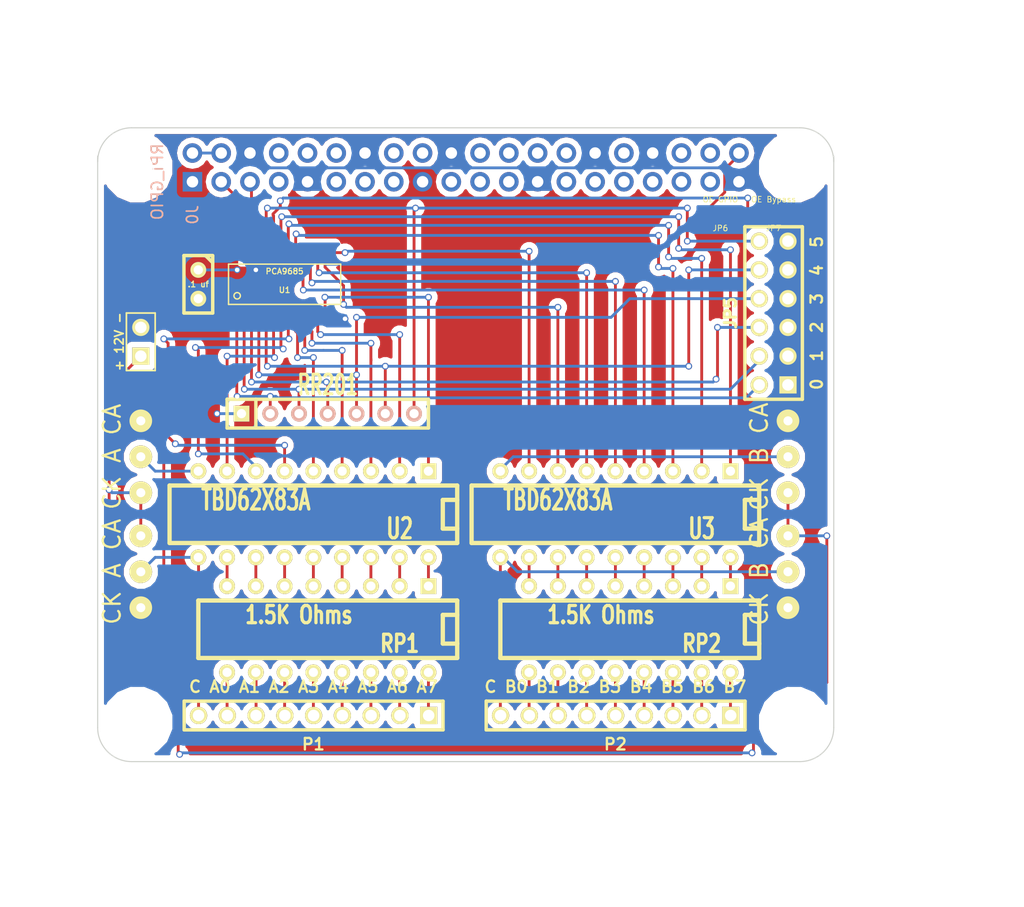
<source format=kicad_pcb>
(kicad_pcb (version 3) (host pcbnew "(2013-june-11)-stable")

  (general
    (links 102)
    (no_connects 0)
    (area 29.28939 20.694 130.847429 101.769)
    (thickness 1.6)
    (drawings 16)
    (tracks 357)
    (zones 0)
    (modules 22)
    (nets 67)
  )

  (page USLetter)
  (title_block 
    (company "Deepwoods Software")
  )

  (layers
    (15 F.Cu signal)
    (0 B.Cu signal)
    (16 B.Adhes user)
    (17 F.Adhes user)
    (18 B.Paste user)
    (19 F.Paste user)
    (20 B.SilkS user)
    (21 F.SilkS user)
    (22 B.Mask user)
    (23 F.Mask user)
    (24 Dwgs.User user)
    (25 Cmts.User user)
    (26 Eco1.User user)
    (27 Eco2.User user)
    (28 Edge.Cuts user)
  )

  (setup
    (last_trace_width 0.25)
    (user_trace_width 0.01)
    (user_trace_width 0.02)
    (user_trace_width 0.05)
    (user_trace_width 0.1)
    (user_trace_width 0.2)
    (trace_clearance 0.2)
    (zone_clearance 0.508)
    (zone_45_only no)
    (trace_min 0.01)
    (segment_width 0.2)
    (edge_width 0.1)
    (via_size 0.6)
    (via_drill 0.4)
    (via_min_size 0.4)
    (via_min_drill 0.3)
    (uvia_size 0.3)
    (uvia_drill 0.1)
    (uvias_allowed no)
    (uvia_min_size 0.2)
    (uvia_min_drill 0.1)
    (pcb_text_width 0.3)
    (pcb_text_size 1.5 1.5)
    (mod_edge_width 0.15)
    (mod_text_size 1 1)
    (mod_text_width 0.15)
    (pad_size 1.27 1.27)
    (pad_drill 0)
    (pad_to_mask_clearance 0)
    (aux_axis_origin 0 0)
    (visible_elements 7FFEFFFF)
    (pcbplotparams
      (layerselection 3178497)
      (usegerberextensions false)
      (excludeedgelayer true)
      (linewidth 0.100000)
      (plotframeref false)
      (viasonmask false)
      (mode 1)
      (useauxorigin false)
      (hpglpennumber 1)
      (hpglpenspeed 20)
      (hpglpendiameter 15)
      (hpglpenoverlay 2)
      (psnegative false)
      (psa4output false)
      (plotreference true)
      (plotvalue true)
      (plotothertext true)
      (plotinvisibletext false)
      (padsonsilk false)
      (subtractmaskfromsilk false)
      (outputformat 1)
      (mirror false)
      (drillshape 0)
      (scaleselection 1)
      (outputdirectory meta/))
  )

  (net 0 "")
  (net 1 +12V)
  (net 2 +3.3V)
  (net 3 +5V)
  (net 4 "/PCA9685 Driver/OE")
  (net 5 "/PCA9685 Driver/SCL")
  (net 6 "/PCA9685 Driver/SDA")
  (net 7 GND)
  (net 8 N-00000108)
  (net 9 N-00000109)
  (net 10 N-00000110)
  (net 11 N-00000113)
  (net 12 N-00000118)
  (net 13 N-0000032)
  (net 14 N-0000033)
  (net 15 N-0000034)
  (net 16 N-0000035)
  (net 17 N-0000036)
  (net 18 N-0000037)
  (net 19 N-0000038)
  (net 20 N-0000039)
  (net 21 N-0000040)
  (net 22 N-0000041)
  (net 23 N-0000042)
  (net 24 N-0000043)
  (net 25 N-0000044)
  (net 26 N-0000045)
  (net 27 N-0000046)
  (net 28 N-0000047)
  (net 29 N-0000048)
  (net 30 N-0000049)
  (net 31 N-0000050)
  (net 32 N-0000051)
  (net 33 N-0000052)
  (net 34 N-0000053)
  (net 35 N-0000054)
  (net 36 N-0000055)
  (net 37 N-0000056)
  (net 38 N-0000057)
  (net 39 N-0000058)
  (net 40 N-0000059)
  (net 41 N-0000060)
  (net 42 N-0000061)
  (net 43 N-0000062)
  (net 44 N-0000063)
  (net 45 N-0000064)
  (net 46 N-0000065)
  (net 47 N-0000066)
  (net 48 N-0000067)
  (net 49 N-0000068)
  (net 50 N-0000069)
  (net 51 N-0000070)
  (net 52 N-0000071)
  (net 53 N-0000072)
  (net 54 N-0000073)
  (net 55 N-0000075)
  (net 56 N-0000076)
  (net 57 N-0000077)
  (net 58 N-0000078)
  (net 59 N-0000079)
  (net 60 N-0000080)
  (net 61 N-0000081)
  (net 62 N-0000082)
  (net 63 N-0000083)
  (net 64 N-0000084)
  (net 65 N-0000085)
  (net 66 N-0000096)

  (net_class Default "This is the default net class."
    (clearance 0.2)
    (trace_width 0.25)
    (via_dia 0.6)
    (via_drill 0.4)
    (uvia_dia 0.3)
    (uvia_drill 0.1)
    (add_net "")
    (add_net +12V)
    (add_net +3.3V)
    (add_net +5V)
    (add_net "/PCA9685 Driver/OE")
    (add_net "/PCA9685 Driver/SCL")
    (add_net "/PCA9685 Driver/SDA")
    (add_net GND)
    (add_net N-00000108)
    (add_net N-00000109)
    (add_net N-00000110)
    (add_net N-00000113)
    (add_net N-00000118)
    (add_net N-0000032)
    (add_net N-0000033)
    (add_net N-0000034)
    (add_net N-0000035)
    (add_net N-0000036)
    (add_net N-0000037)
    (add_net N-0000038)
    (add_net N-0000039)
    (add_net N-0000040)
    (add_net N-0000041)
    (add_net N-0000042)
    (add_net N-0000043)
    (add_net N-0000044)
    (add_net N-0000045)
    (add_net N-0000046)
    (add_net N-0000047)
    (add_net N-0000048)
    (add_net N-0000049)
    (add_net N-0000050)
    (add_net N-0000051)
    (add_net N-0000052)
    (add_net N-0000053)
    (add_net N-0000054)
    (add_net N-0000055)
    (add_net N-0000056)
    (add_net N-0000057)
    (add_net N-0000058)
    (add_net N-0000059)
    (add_net N-0000060)
    (add_net N-0000061)
    (add_net N-0000062)
    (add_net N-0000063)
    (add_net N-0000064)
    (add_net N-0000065)
    (add_net N-0000066)
    (add_net N-0000067)
    (add_net N-0000068)
    (add_net N-0000069)
    (add_net N-0000070)
    (add_net N-0000071)
    (add_net N-0000072)
    (add_net N-0000073)
    (add_net N-0000075)
    (add_net N-0000076)
    (add_net N-0000077)
    (add_net N-0000078)
    (add_net N-0000079)
    (add_net N-0000080)
    (add_net N-0000081)
    (add_net N-0000082)
    (add_net N-0000083)
    (add_net N-0000084)
    (add_net N-0000085)
    (add_net N-0000096)
  )

  (module Closed_Jumper (layer F.Cu) (tedit 5C858BFF) (tstamp 5C8586C0)
    (at 93.091 39.497)
    (path /5C840A32/5C8558D0)
    (fp_text reference JP6 (at 0 1.27) (layer F.SilkS)
      (effects (font (size 0.5 0.5) (thickness 0.075)))
    )
    (fp_text value "OE GPIO" (at 0 -1.27) (layer F.SilkS)
      (effects (font (size 0.5 0.5) (thickness 0.075)))
    )
    (fp_line (start -1.27 0) (end 1.27 0) (layer F.Mask) (width 1.27))
    (fp_line (start -1.27 0) (end 1.27 0) (layer F.Cu) (width 0.25))
    (pad 1 smd rect (at -1.27 0) (size 1.27 1.27)
      (layers F.Cu F.Mask)
      (net 4 "/PCA9685 Driver/OE")
    )
    (pad 2 smd rect (at 1.27 0) (size 1.27 1.27)
      (layers F.Cu F.Mask)
      (net 54 N-0000073)
    )
  )

  (module RPi_Hat:Pin_Header_Straight_2x20   locked (layer B.Cu) (tedit 580FA54B) (tstamp 5516AEA0)
    (at 70.601 35.394 90)
    (descr "Through hole pin header")
    (tags "pin header")
    (path /5516AE26)
    (fp_text reference J0 (at -4.191 -24.13 90) (layer B.SilkS)
      (effects (font (size 1 1) (thickness 0.15)) (justify mirror))
    )
    (fp_text value RPi_GPIO (at -1.27 -27.23 90) (layer B.SilkS)
      (effects (font (size 1 1) (thickness 0.15)) (justify mirror))
    )
    (fp_line (start -3.02 -25.88) (end -3.02 25.92) (layer Cmts.User) (width 0.05))
    (fp_line (start 3.03 -25.88) (end 3.03 25.92) (layer Cmts.User) (width 0.05))
    (fp_line (start -3.02 -25.88) (end 3.03 -25.88) (layer Cmts.User) (width 0.05))
    (fp_line (start -3.02 25.92) (end 3.03 25.92) (layer Cmts.User) (width 0.05))
    (fp_line (start 2.54 25.4) (end 2.54 -25.4) (layer Cmts.User) (width 0.15))
    (fp_line (start -2.54 -22.86) (end -2.54 25.4) (layer Cmts.User) (width 0.15))
    (fp_line (start 2.54 25.4) (end -2.54 25.4) (layer Cmts.User) (width 0.15))
    (fp_line (start 2.54 -25.4) (end 0 -25.4) (layer Cmts.User) (width 0.15))
    (fp_line (start -1.27 -25.68) (end -2.82 -25.68) (layer Cmts.User) (width 0.15))
    (fp_line (start 0 -25.4) (end 0 -22.86) (layer Cmts.User) (width 0.15))
    (fp_line (start 0 -22.86) (end -2.54 -22.86) (layer Cmts.User) (width 0.15))
    (fp_line (start -2.82 -25.68) (end -2.82 -24.13) (layer Cmts.User) (width 0.15))
    (pad 1 thru_hole rect (at -1.27 -24.13 90) (size 1.7272 1.7272) (drill 1.016)
      (layers *.Cu *.Mask)
      (net 2 +3.3V)
    )
    (pad 2 thru_hole oval (at 1.27 -24.13 90) (size 1.7272 1.7272) (drill 1.016)
      (layers *.Cu *.Mask)
      (net 3 +5V)
    )
    (pad 3 thru_hole oval (at -1.27 -21.59 90) (size 1.7272 1.7272) (drill 1.016)
      (layers *.Cu *.Mask)
      (net 6 "/PCA9685 Driver/SDA")
    )
    (pad 4 thru_hole oval (at 1.27 -21.59 90) (size 1.7272 1.7272) (drill 1.016)
      (layers *.Cu *.Mask)
      (net 3 +5V)
    )
    (pad 5 thru_hole oval (at -1.27 -19.05 90) (size 1.7272 1.7272) (drill 1.016)
      (layers *.Cu *.Mask)
      (net 5 "/PCA9685 Driver/SCL")
    )
    (pad 6 thru_hole oval (at 1.27 -19.05 90) (size 1.7272 1.7272) (drill 1.016)
      (layers *.Cu *.Mask)
      (net 7 GND)
    )
    (pad 7 thru_hole oval (at -1.27 -16.51 90) (size 1.7272 1.7272) (drill 1.016)
      (layers *.Cu *.Mask)
    )
    (pad 8 thru_hole oval (at 1.27 -16.51 90) (size 1.7272 1.7272) (drill 1.016)
      (layers *.Cu *.Mask)
    )
    (pad 9 thru_hole oval (at -1.27 -13.97 90) (size 1.7272 1.7272) (drill 1.016)
      (layers *.Cu *.Mask)
      (net 7 GND)
    )
    (pad 10 thru_hole oval (at 1.27 -13.97 90) (size 1.7272 1.7272) (drill 1.016)
      (layers *.Cu *.Mask)
    )
    (pad 11 thru_hole oval (at -1.27 -11.43 90) (size 1.7272 1.7272) (drill 1.016)
      (layers *.Cu *.Mask)
    )
    (pad 12 thru_hole oval (at 1.27 -11.43 90) (size 1.7272 1.7272) (drill 1.016)
      (layers *.Cu *.Mask)
    )
    (pad 13 thru_hole oval (at -1.27 -8.89 90) (size 1.7272 1.7272) (drill 1.016)
      (layers *.Cu *.Mask)
    )
    (pad 14 thru_hole oval (at 1.27 -8.89 90) (size 1.7272 1.7272) (drill 1.016)
      (layers *.Cu *.Mask)
      (net 7 GND)
    )
    (pad 15 thru_hole oval (at -1.27 -6.35 90) (size 1.7272 1.7272) (drill 1.016)
      (layers *.Cu *.Mask)
    )
    (pad 16 thru_hole oval (at 1.27 -6.35 90) (size 1.7272 1.7272) (drill 1.016)
      (layers *.Cu *.Mask)
    )
    (pad 17 thru_hole oval (at -1.27 -3.81 90) (size 1.7272 1.7272) (drill 1.016)
      (layers *.Cu *.Mask)
      (net 2 +3.3V)
    )
    (pad 18 thru_hole oval (at 1.27 -3.81 90) (size 1.7272 1.7272) (drill 1.016)
      (layers *.Cu *.Mask)
    )
    (pad 19 thru_hole oval (at -1.27 -1.27 90) (size 1.7272 1.7272) (drill 1.016)
      (layers *.Cu *.Mask)
    )
    (pad 20 thru_hole oval (at 1.27 -1.27 90) (size 1.7272 1.7272) (drill 1.016)
      (layers *.Cu *.Mask)
      (net 7 GND)
    )
    (pad 21 thru_hole oval (at -1.27 1.27 90) (size 1.7272 1.7272) (drill 1.016)
      (layers *.Cu *.Mask)
    )
    (pad 22 thru_hole oval (at 1.27 1.27 90) (size 1.7272 1.7272) (drill 1.016)
      (layers *.Cu *.Mask)
    )
    (pad 23 thru_hole oval (at -1.27 3.81 90) (size 1.7272 1.7272) (drill 1.016)
      (layers *.Cu *.Mask)
    )
    (pad 24 thru_hole oval (at 1.27 3.81 90) (size 1.7272 1.7272) (drill 1.016)
      (layers *.Cu *.Mask)
    )
    (pad 25 thru_hole oval (at -1.27 6.35 90) (size 1.7272 1.7272) (drill 1.016)
      (layers *.Cu *.Mask)
      (net 7 GND)
    )
    (pad 26 thru_hole oval (at 1.27 6.35 90) (size 1.7272 1.7272) (drill 1.016)
      (layers *.Cu *.Mask)
    )
    (pad 27 thru_hole oval (at -1.27 8.89 90) (size 1.7272 1.7272) (drill 1.016)
      (layers *.Cu *.Mask)
    )
    (pad 28 thru_hole oval (at 1.27 8.89 90) (size 1.7272 1.7272) (drill 1.016)
      (layers *.Cu *.Mask)
    )
    (pad 29 thru_hole oval (at -1.27 11.43 90) (size 1.7272 1.7272) (drill 1.016)
      (layers *.Cu *.Mask)
    )
    (pad 30 thru_hole oval (at 1.27 11.43 90) (size 1.7272 1.7272) (drill 1.016)
      (layers *.Cu *.Mask)
      (net 7 GND)
    )
    (pad 31 thru_hole oval (at -1.27 13.97 90) (size 1.7272 1.7272) (drill 1.016)
      (layers *.Cu *.Mask)
    )
    (pad 32 thru_hole oval (at 1.27 13.97 90) (size 1.7272 1.7272) (drill 1.016)
      (layers *.Cu *.Mask)
    )
    (pad 33 thru_hole oval (at -1.27 16.51 90) (size 1.7272 1.7272) (drill 1.016)
      (layers *.Cu *.Mask)
    )
    (pad 34 thru_hole oval (at 1.27 16.51 90) (size 1.7272 1.7272) (drill 1.016)
      (layers *.Cu *.Mask)
      (net 7 GND)
    )
    (pad 35 thru_hole oval (at -1.27 19.05 90) (size 1.7272 1.7272) (drill 1.016)
      (layers *.Cu *.Mask)
    )
    (pad 36 thru_hole oval (at 1.27 19.05 90) (size 1.7272 1.7272) (drill 1.016)
      (layers *.Cu *.Mask)
    )
    (pad 37 thru_hole oval (at -1.27 21.59 90) (size 1.7272 1.7272) (drill 1.016)
      (layers *.Cu *.Mask)
    )
    (pad 38 thru_hole oval (at 1.27 21.59 90) (size 1.7272 1.7272) (drill 1.016)
      (layers *.Cu *.Mask)
    )
    (pad 39 thru_hole oval (at -1.27 24.13 90) (size 1.7272 1.7272) (drill 1.016)
      (layers *.Cu *.Mask)
      (net 7 GND)
    )
    (pad 40 thru_hole oval (at 1.27 24.13 90) (size 1.7272 1.7272) (drill 1.016)
      (layers *.Cu *.Mask)
      (net 4 "/PCA9685 Driver/OE")
    )
    (model walter/pin_strip/pin_socket_20x2.wrl
      (at (xyz 0 0 0))
      (scale (xyz 1 1 1))
      (rotate (xyz 0 0 90))
    )
    (model walter/pin_strip/pin_strip_20x2.wrl
      (at (xyz 0 0 0.03125))
      (scale (xyz 1 1 1))
      (rotate (xyz 180 0 90))
    )
  )

  (module RPi_Hat:RPi_Hat_Mounting_Hole   locked (layer B.Cu) (tedit 580FABD5) (tstamp 5515DEA9)
    (at 99.601 35.394)
    (descr "Mounting hole, Befestigungsbohrung, 2,7mm, No Annular, Kein Restring,")
    (tags "Mounting hole, Befestigungsbohrung, 2,7mm, No Annular, Kein Restring,")
    (fp_text reference H2 (at 0 -4.0005) (layer B.SilkS) hide
      (effects (font (size 1 1) (thickness 0.15)) (justify mirror))
    )
    (fp_text value "" (at 0.09906 3.59918) (layer B.SilkS) hide
      (effects (font (size 1 1) (thickness 0.15)) (justify mirror))
    )
    (fp_circle (center 0 0) (end 1.375 0) (layer Cmts.User) (width 0.15))
    (fp_circle (center 0 0) (end 3.1 0) (layer Cmts.User) (width 0.15))
    (fp_circle (center 0 0) (end 3.1 0) (layer Cmts.User) (width 0.15))
    (fp_circle (center 0 0) (end 1.375 0) (layer Cmts.User) (width 0.15))
    (fp_circle (center 0 0) (end 3.1 0) (layer Cmts.User) (width 0.15))
    (fp_circle (center 0 0) (end 3.1 0) (layer Cmts.User) (width 0.15))
    (pad "" np_thru_hole circle (at 0 0) (size 2.75 2.75) (drill 2.75)
      (layers *.Cu *.Mask)
      (solder_mask_margin 1.725)
      (clearance 1.725)
    )
  )

  (module RPi_Hat:RPi_Hat_Mounting_Hole   locked (layer B.Cu) (tedit 580FABF4) (tstamp 55169DC9)
    (at 99.601 84.394)
    (descr "Mounting hole, Befestigungsbohrung, 2,7mm, No Annular, Kein Restring,")
    (tags "Mounting hole, Befestigungsbohrung, 2,7mm, No Annular, Kein Restring,")
    (fp_text reference H4 (at 0 -4.0005) (layer B.SilkS) hide
      (effects (font (size 1 1) (thickness 0.15)) (justify mirror))
    )
    (fp_text value "" (at 0.09906 3.59918) (layer B.SilkS) hide
      (effects (font (size 1 1) (thickness 0.15)) (justify mirror))
    )
    (fp_circle (center 0 0) (end 1.375 0) (layer Cmts.User) (width 0.15))
    (fp_circle (center 0 0) (end 3.1 0) (layer Cmts.User) (width 0.15))
    (fp_circle (center 0 0) (end 3.1 0) (layer Cmts.User) (width 0.15))
    (fp_circle (center 0 0) (end 1.375 0) (layer Cmts.User) (width 0.15))
    (fp_circle (center 0 0) (end 3.1 0) (layer Cmts.User) (width 0.15))
    (fp_circle (center 0 0) (end 3.1 0) (layer Cmts.User) (width 0.15))
    (pad "" np_thru_hole circle (at 0 0) (size 2.75 2.75) (drill 2.75)
      (layers *.Cu *.Mask)
      (solder_mask_margin 1.725)
      (clearance 1.725)
    )
  )

  (module RPi_Hat:RPi_Hat_Mounting_Hole   locked (layer B.Cu) (tedit 580FABE5) (tstamp 5515DECC)
    (at 41.601 84.394)
    (descr "Mounting hole, Befestigungsbohrung, 2,7mm, No Annular, Kein Restring,")
    (tags "Mounting hole, Befestigungsbohrung, 2,7mm, No Annular, Kein Restring,")
    (fp_text reference H3 (at 0 -4.0005) (layer B.SilkS) hide
      (effects (font (size 1 1) (thickness 0.15)) (justify mirror))
    )
    (fp_text value "" (at 0.09906 3.59918) (layer B.SilkS) hide
      (effects (font (size 1 1) (thickness 0.15)) (justify mirror))
    )
    (fp_circle (center 0 0) (end 1.375 0) (layer Cmts.User) (width 0.15))
    (fp_circle (center 0 0) (end 3.1 0) (layer Cmts.User) (width 0.15))
    (fp_circle (center 0 0) (end 3.1 0) (layer Cmts.User) (width 0.15))
    (fp_circle (center 0 0) (end 1.375 0) (layer Cmts.User) (width 0.15))
    (fp_circle (center 0 0) (end 3.1 0) (layer Cmts.User) (width 0.15))
    (fp_circle (center 0 0) (end 3.1 0) (layer Cmts.User) (width 0.15))
    (pad "" np_thru_hole circle (at 0 0) (size 2.75 2.75) (drill 2.75)
      (layers *.Cu *.Mask)
      (solder_mask_margin 1.725)
      (clearance 1.725)
    )
  )

  (module RPi_Hat:RPi_Hat_Mounting_Hole   locked (layer B.Cu) (tedit 580FABC5) (tstamp 5515DEBF)
    (at 41.601 35.394)
    (descr "Mounting hole, Befestigungsbohrung, 2,7mm, No Annular, Kein Restring,")
    (tags "Mounting hole, Befestigungsbohrung, 2,7mm, No Annular, Kein Restring,")
    (fp_text reference H1 (at 0 -4.0005) (layer B.SilkS) hide
      (effects (font (size 1 1) (thickness 0.15)) (justify mirror))
    )
    (fp_text value "" (at 0.09906 3.59918) (layer B.SilkS) hide
      (effects (font (size 1 1) (thickness 0.15)) (justify mirror))
    )
    (fp_circle (center 0 0) (end 1.375 0) (layer Cmts.User) (width 0.15))
    (fp_circle (center 0 0) (end 3.1 0) (layer Cmts.User) (width 0.15))
    (fp_circle (center 0 0) (end 3.1 0) (layer Cmts.User) (width 0.15))
    (fp_circle (center 0 0) (end 1.375 0) (layer Cmts.User) (width 0.15))
    (fp_circle (center 0 0) (end 3.1 0) (layer Cmts.User) (width 0.15))
    (fp_circle (center 0 0) (end 3.1 0) (layer Cmts.User) (width 0.15))
    (pad "" np_thru_hole circle (at 0 0) (size 2.75 2.75) (drill 2.75)
      (layers *.Cu *.Mask)
      (solder_mask_margin 1.725)
      (clearance 1.725)
    )
  )

  (module ScrewTerm_2.54-9 (layer F.Cu) (tedit 5BBB9E83) (tstamp 5C8422E2)
    (at 57.15 83.82 180)
    (descr "Screw Terminals on 2.54mm centers, 9 position")
    (tags CONN)
    (path /5C840A32/5C840BF6)
    (fp_text reference P1 (at 0 -2.54 180) (layer F.SilkS)
      (effects (font (size 1.016 1.016) (thickness 0.2032)))
    )
    (fp_text value "C A0 A1 A2 A3 A4 A5 A6 A7" (at 0 2.54 180) (layer F.SilkS)
      (effects (font (size 1.016 1.016) (thickness 0.2032)))
    )
    (fp_line (start -11.45 -1.27) (end -11.45 1.27) (layer F.SilkS) (width 0.3048))
    (fp_line (start 11.41 1.27) (end 11.41 -1.27) (layer F.SilkS) (width 0.3048))
    (fp_line (start -11.45 -1.27) (end 11.41 -1.27) (layer F.SilkS) (width 0.3048))
    (fp_line (start 11.41 1.27) (end -11.45 1.27) (layer F.SilkS) (width 0.3048))
    (pad 1 thru_hole rect (at -10.18 0 180) (size 1.524 1.524) (drill 1.016)
      (layers *.Cu *.Mask F.SilkS)
      (net 30 N-0000049)
    )
    (pad 2 thru_hole circle (at -7.64 0 180) (size 1.524 1.524) (drill 1.016)
      (layers *.Cu *.Mask F.SilkS)
      (net 29 N-0000048)
    )
    (pad 3 thru_hole circle (at -5.1 0 180) (size 1.524 1.524) (drill 1.016)
      (layers *.Cu *.Mask F.SilkS)
      (net 28 N-0000047)
    )
    (pad 4 thru_hole circle (at -2.56 0 180) (size 1.524 1.524) (drill 1.016)
      (layers *.Cu *.Mask F.SilkS)
      (net 27 N-0000046)
    )
    (pad 5 thru_hole circle (at -0.02 0 180) (size 1.524 1.524) (drill 1.016)
      (layers *.Cu *.Mask F.SilkS)
      (net 26 N-0000045)
    )
    (pad 6 thru_hole circle (at 2.52 0 180) (size 1.524 1.524) (drill 1.016)
      (layers *.Cu *.Mask F.SilkS)
      (net 25 N-0000044)
    )
    (pad 7 thru_hole circle (at 5.06 0 180) (size 1.524 1.524) (drill 1.016)
      (layers *.Cu *.Mask F.SilkS)
      (net 24 N-0000043)
    )
    (pad 8 thru_hole circle (at 7.6 0 180) (size 1.524 1.524) (drill 1.016)
      (layers *.Cu *.Mask F.SilkS)
      (net 23 N-0000042)
    )
    (pad 9 thru_hole circle (at 10.14 0 180) (size 1.524 1.524) (drill 1.016)
      (layers *.Cu *.Mask F.SilkS)
      (net 43 N-0000062)
    )
    (model walter/conn_screw/mors_9p.wrl
      (at (xyz 0 0 0))
      (scale (xyz 0.5 0.5 0.5))
      (rotate (xyz 0 0 180))
    )
  )

  (module ScrewTerm_2.54-9 (layer F.Cu) (tedit 5BBB9E83) (tstamp 5C8422F3)
    (at 83.82 83.82 180)
    (descr "Screw Terminals on 2.54mm centers, 9 position")
    (tags CONN)
    (path /5C840A32/5C840C05)
    (fp_text reference P2 (at 0 -2.54 180) (layer F.SilkS)
      (effects (font (size 1.016 1.016) (thickness 0.2032)))
    )
    (fp_text value "C B0 B1 B2 B3 B4 B5 B6 B7" (at 0 2.54 180) (layer F.SilkS)
      (effects (font (size 1.016 1.016) (thickness 0.2032)))
    )
    (fp_line (start -11.45 -1.27) (end -11.45 1.27) (layer F.SilkS) (width 0.3048))
    (fp_line (start 11.41 1.27) (end 11.41 -1.27) (layer F.SilkS) (width 0.3048))
    (fp_line (start -11.45 -1.27) (end 11.41 -1.27) (layer F.SilkS) (width 0.3048))
    (fp_line (start 11.41 1.27) (end -11.45 1.27) (layer F.SilkS) (width 0.3048))
    (pad 1 thru_hole rect (at -10.18 0 180) (size 1.524 1.524) (drill 1.016)
      (layers *.Cu *.Mask F.SilkS)
      (net 22 N-0000041)
    )
    (pad 2 thru_hole circle (at -7.64 0 180) (size 1.524 1.524) (drill 1.016)
      (layers *.Cu *.Mask F.SilkS)
      (net 21 N-0000040)
    )
    (pad 3 thru_hole circle (at -5.1 0 180) (size 1.524 1.524) (drill 1.016)
      (layers *.Cu *.Mask F.SilkS)
      (net 20 N-0000039)
    )
    (pad 4 thru_hole circle (at -2.56 0 180) (size 1.524 1.524) (drill 1.016)
      (layers *.Cu *.Mask F.SilkS)
      (net 19 N-0000038)
    )
    (pad 5 thru_hole circle (at -0.02 0 180) (size 1.524 1.524) (drill 1.016)
      (layers *.Cu *.Mask F.SilkS)
      (net 13 N-0000032)
    )
    (pad 6 thru_hole circle (at 2.52 0 180) (size 1.524 1.524) (drill 1.016)
      (layers *.Cu *.Mask F.SilkS)
      (net 14 N-0000033)
    )
    (pad 7 thru_hole circle (at 5.06 0 180) (size 1.524 1.524) (drill 1.016)
      (layers *.Cu *.Mask F.SilkS)
      (net 15 N-0000034)
    )
    (pad 8 thru_hole circle (at 7.6 0 180) (size 1.524 1.524) (drill 1.016)
      (layers *.Cu *.Mask F.SilkS)
      (net 16 N-0000035)
    )
    (pad 9 thru_hole circle (at 10.14 0 180) (size 1.524 1.524) (drill 1.016)
      (layers *.Cu *.Mask F.SilkS)
      (net 31 N-0000050)
    )
    (model walter/conn_screw/mors_9p.wrl
      (at (xyz 0 0 0))
      (scale (xyz 0.5 0.5 0.5))
      (rotate (xyz 0 0 180))
    )
  )

  (module DIP-18__300 (layer F.Cu) (tedit 200000) (tstamp 5C842338)
    (at 57.15 66.04 180)
    (descr "8 pins DIL package, round pads")
    (path /5C840A32/5C840B29)
    (fp_text reference U2 (at -7.62 -1.27 180) (layer F.SilkS)
      (effects (font (size 1.778 1.143) (thickness 0.3048)))
    )
    (fp_text value TBD62X83A (at 5.08 1.27 180) (layer F.SilkS)
      (effects (font (size 1.778 1.143) (thickness 0.3048)))
    )
    (fp_line (start -12.7 -1.27) (end -11.43 -1.27) (layer F.SilkS) (width 0.381))
    (fp_line (start -11.43 -1.27) (end -11.43 1.27) (layer F.SilkS) (width 0.381))
    (fp_line (start -11.43 1.27) (end -12.7 1.27) (layer F.SilkS) (width 0.381))
    (fp_line (start -12.7 -2.54) (end 12.7 -2.54) (layer F.SilkS) (width 0.381))
    (fp_line (start 12.7 -2.54) (end 12.7 2.54) (layer F.SilkS) (width 0.381))
    (fp_line (start 12.7 2.54) (end -12.7 2.54) (layer F.SilkS) (width 0.381))
    (fp_line (start -12.7 2.54) (end -12.7 -2.54) (layer F.SilkS) (width 0.381))
    (pad 1 thru_hole rect (at -10.16 3.81 180) (size 1.397 1.397) (drill 0.8128)
      (layers *.Cu *.Mask F.SilkS)
      (net 12 N-00000118)
    )
    (pad 2 thru_hole circle (at -7.62 3.81 180) (size 1.397 1.397) (drill 0.8128)
      (layers *.Cu *.Mask F.SilkS)
      (net 8 N-00000108)
    )
    (pad 3 thru_hole circle (at -5.08 3.81 180) (size 1.397 1.397) (drill 0.8128)
      (layers *.Cu *.Mask F.SilkS)
      (net 11 N-00000113)
    )
    (pad 4 thru_hole circle (at -2.54 3.81 180) (size 1.397 1.397) (drill 0.8128)
      (layers *.Cu *.Mask F.SilkS)
      (net 9 N-00000109)
    )
    (pad 5 thru_hole circle (at 0 3.81 180) (size 1.397 1.397) (drill 0.8128)
      (layers *.Cu *.Mask F.SilkS)
      (net 66 N-0000096)
    )
    (pad 6 thru_hole circle (at 2.54 3.81 180) (size 1.397 1.397) (drill 0.8128)
      (layers *.Cu *.Mask F.SilkS)
      (net 10 N-00000110)
    )
    (pad 7 thru_hole circle (at 5.08 3.81 180) (size 1.397 1.397) (drill 0.8128)
      (layers *.Cu *.Mask F.SilkS)
      (net 48 N-0000067)
    )
    (pad 8 thru_hole circle (at 7.62 3.81 180) (size 1.397 1.397) (drill 0.8128)
      (layers *.Cu *.Mask F.SilkS)
      (net 42 N-0000061)
    )
    (pad 9 thru_hole circle (at 10.16 3.81 180) (size 1.397 1.397) (drill 0.8128)
      (layers *.Cu *.Mask F.SilkS)
      (net 44 N-0000063)
    )
    (pad 10 thru_hole circle (at 10.16 -3.81 180) (size 1.397 1.397) (drill 0.8128)
      (layers *.Cu *.Mask F.SilkS)
      (net 43 N-0000062)
    )
    (pad 11 thru_hole circle (at 7.62 -3.81 180) (size 1.397 1.397) (drill 0.8128)
      (layers *.Cu *.Mask F.SilkS)
      (net 63 N-0000083)
    )
    (pad 12 thru_hole circle (at 5.08 -3.81 180) (size 1.397 1.397) (drill 0.8128)
      (layers *.Cu *.Mask F.SilkS)
      (net 32 N-0000051)
    )
    (pad 13 thru_hole circle (at 2.54 -3.81 180) (size 1.397 1.397) (drill 0.8128)
      (layers *.Cu *.Mask F.SilkS)
      (net 33 N-0000052)
    )
    (pad 14 thru_hole circle (at 0 -3.81 180) (size 1.397 1.397) (drill 0.8128)
      (layers *.Cu *.Mask F.SilkS)
      (net 34 N-0000053)
    )
    (pad 15 thru_hole circle (at -2.54 -3.81 180) (size 1.397 1.397) (drill 0.8128)
      (layers *.Cu *.Mask F.SilkS)
      (net 35 N-0000054)
    )
    (pad 16 thru_hole circle (at -5.08 -3.81 180) (size 1.397 1.397) (drill 0.8128)
      (layers *.Cu *.Mask F.SilkS)
      (net 36 N-0000055)
    )
    (pad 17 thru_hole circle (at -7.62 -3.81 180) (size 1.397 1.397) (drill 0.8128)
      (layers *.Cu *.Mask F.SilkS)
      (net 18 N-0000037)
    )
    (pad 18 thru_hole circle (at -10.16 -3.81 180) (size 1.397 1.397) (drill 0.8128)
      (layers *.Cu *.Mask F.SilkS)
      (net 17 N-0000036)
    )
    (model dil/dil_18.wrl
      (at (xyz 0 0 0))
      (scale (xyz 1 1 1))
      (rotate (xyz 0 0 0))
    )
  )

  (module DIP-18__300 (layer F.Cu) (tedit 200000) (tstamp 5C842355)
    (at 83.82 66.04 180)
    (descr "8 pins DIL package, round pads")
    (path /5C840A32/5C840B60)
    (fp_text reference U3 (at -7.62 -1.27 180) (layer F.SilkS)
      (effects (font (size 1.778 1.143) (thickness 0.3048)))
    )
    (fp_text value TBD62X83A (at 5.08 1.27 180) (layer F.SilkS)
      (effects (font (size 1.778 1.143) (thickness 0.3048)))
    )
    (fp_line (start -12.7 -1.27) (end -11.43 -1.27) (layer F.SilkS) (width 0.381))
    (fp_line (start -11.43 -1.27) (end -11.43 1.27) (layer F.SilkS) (width 0.381))
    (fp_line (start -11.43 1.27) (end -12.7 1.27) (layer F.SilkS) (width 0.381))
    (fp_line (start -12.7 -2.54) (end 12.7 -2.54) (layer F.SilkS) (width 0.381))
    (fp_line (start 12.7 -2.54) (end 12.7 2.54) (layer F.SilkS) (width 0.381))
    (fp_line (start 12.7 2.54) (end -12.7 2.54) (layer F.SilkS) (width 0.381))
    (fp_line (start -12.7 2.54) (end -12.7 -2.54) (layer F.SilkS) (width 0.381))
    (pad 1 thru_hole rect (at -10.16 3.81 180) (size 1.397 1.397) (drill 0.8128)
      (layers *.Cu *.Mask F.SilkS)
      (net 41 N-0000060)
    )
    (pad 2 thru_hole circle (at -7.62 3.81 180) (size 1.397 1.397) (drill 0.8128)
      (layers *.Cu *.Mask F.SilkS)
      (net 40 N-0000059)
    )
    (pad 3 thru_hole circle (at -5.08 3.81 180) (size 1.397 1.397) (drill 0.8128)
      (layers *.Cu *.Mask F.SilkS)
      (net 39 N-0000058)
    )
    (pad 4 thru_hole circle (at -2.54 3.81 180) (size 1.397 1.397) (drill 0.8128)
      (layers *.Cu *.Mask F.SilkS)
      (net 38 N-0000057)
    )
    (pad 5 thru_hole circle (at 0 3.81 180) (size 1.397 1.397) (drill 0.8128)
      (layers *.Cu *.Mask F.SilkS)
      (net 37 N-0000056)
    )
    (pad 6 thru_hole circle (at 2.54 3.81 180) (size 1.397 1.397) (drill 0.8128)
      (layers *.Cu *.Mask F.SilkS)
      (net 49 N-0000068)
    )
    (pad 7 thru_hole circle (at 5.08 3.81 180) (size 1.397 1.397) (drill 0.8128)
      (layers *.Cu *.Mask F.SilkS)
      (net 47 N-0000066)
    )
    (pad 8 thru_hole circle (at 7.62 3.81 180) (size 1.397 1.397) (drill 0.8128)
      (layers *.Cu *.Mask F.SilkS)
      (net 46 N-0000065)
    )
    (pad 9 thru_hole circle (at 10.16 3.81 180) (size 1.397 1.397) (drill 0.8128)
      (layers *.Cu *.Mask F.SilkS)
      (net 45 N-0000064)
    )
    (pad 10 thru_hole circle (at 10.16 -3.81 180) (size 1.397 1.397) (drill 0.8128)
      (layers *.Cu *.Mask F.SilkS)
      (net 31 N-0000050)
    )
    (pad 11 thru_hole circle (at 7.62 -3.81 180) (size 1.397 1.397) (drill 0.8128)
      (layers *.Cu *.Mask F.SilkS)
      (net 55 N-0000075)
    )
    (pad 12 thru_hole circle (at 5.08 -3.81 180) (size 1.397 1.397) (drill 0.8128)
      (layers *.Cu *.Mask F.SilkS)
      (net 56 N-0000076)
    )
    (pad 13 thru_hole circle (at 2.54 -3.81 180) (size 1.397 1.397) (drill 0.8128)
      (layers *.Cu *.Mask F.SilkS)
      (net 57 N-0000077)
    )
    (pad 14 thru_hole circle (at 0 -3.81 180) (size 1.397 1.397) (drill 0.8128)
      (layers *.Cu *.Mask F.SilkS)
      (net 58 N-0000078)
    )
    (pad 15 thru_hole circle (at -2.54 -3.81 180) (size 1.397 1.397) (drill 0.8128)
      (layers *.Cu *.Mask F.SilkS)
      (net 59 N-0000079)
    )
    (pad 16 thru_hole circle (at -5.08 -3.81 180) (size 1.397 1.397) (drill 0.8128)
      (layers *.Cu *.Mask F.SilkS)
      (net 60 N-0000080)
    )
    (pad 17 thru_hole circle (at -7.62 -3.81 180) (size 1.397 1.397) (drill 0.8128)
      (layers *.Cu *.Mask F.SilkS)
      (net 61 N-0000081)
    )
    (pad 18 thru_hole circle (at -10.16 -3.81 180) (size 1.397 1.397) (drill 0.8128)
      (layers *.Cu *.Mask F.SilkS)
      (net 62 N-0000082)
    )
    (model dil/dil_18.wrl
      (at (xyz 0 0 0))
      (scale (xyz 1 1 1))
      (rotate (xyz 0 0 0))
    )
  )

  (module DIP-16__300 (layer F.Cu) (tedit 200000) (tstamp 5C842371)
    (at 58.42 76.2 180)
    (descr "16 pins DIL package, round pads")
    (tags DIL)
    (path /5C840A32/5C840B92)
    (fp_text reference RP1 (at -6.35 -1.27 180) (layer F.SilkS)
      (effects (font (size 1.524 1.143) (thickness 0.3048)))
    )
    (fp_text value "1.5K Ohms" (at 2.54 1.27 180) (layer F.SilkS)
      (effects (font (size 1.524 1.143) (thickness 0.3048)))
    )
    (fp_line (start -11.43 -1.27) (end -11.43 -1.27) (layer F.SilkS) (width 0.381))
    (fp_line (start -11.43 -1.27) (end -10.16 -1.27) (layer F.SilkS) (width 0.381))
    (fp_line (start -10.16 -1.27) (end -10.16 1.27) (layer F.SilkS) (width 0.381))
    (fp_line (start -10.16 1.27) (end -11.43 1.27) (layer F.SilkS) (width 0.381))
    (fp_line (start -11.43 -2.54) (end 11.43 -2.54) (layer F.SilkS) (width 0.381))
    (fp_line (start 11.43 -2.54) (end 11.43 2.54) (layer F.SilkS) (width 0.381))
    (fp_line (start 11.43 2.54) (end -11.43 2.54) (layer F.SilkS) (width 0.381))
    (fp_line (start -11.43 2.54) (end -11.43 -2.54) (layer F.SilkS) (width 0.381))
    (pad 1 thru_hole rect (at -8.89 3.81 180) (size 1.397 1.397) (drill 0.8128)
      (layers *.Cu *.Mask F.SilkS)
      (net 17 N-0000036)
    )
    (pad 2 thru_hole circle (at -6.35 3.81 180) (size 1.397 1.397) (drill 0.8128)
      (layers *.Cu *.Mask F.SilkS)
      (net 18 N-0000037)
    )
    (pad 3 thru_hole circle (at -3.81 3.81 180) (size 1.397 1.397) (drill 0.8128)
      (layers *.Cu *.Mask F.SilkS)
      (net 36 N-0000055)
    )
    (pad 4 thru_hole circle (at -1.27 3.81 180) (size 1.397 1.397) (drill 0.8128)
      (layers *.Cu *.Mask F.SilkS)
      (net 35 N-0000054)
    )
    (pad 5 thru_hole circle (at 1.27 3.81 180) (size 1.397 1.397) (drill 0.8128)
      (layers *.Cu *.Mask F.SilkS)
      (net 34 N-0000053)
    )
    (pad 6 thru_hole circle (at 3.81 3.81 180) (size 1.397 1.397) (drill 0.8128)
      (layers *.Cu *.Mask F.SilkS)
      (net 33 N-0000052)
    )
    (pad 7 thru_hole circle (at 6.35 3.81 180) (size 1.397 1.397) (drill 0.8128)
      (layers *.Cu *.Mask F.SilkS)
      (net 32 N-0000051)
    )
    (pad 8 thru_hole circle (at 8.89 3.81 180) (size 1.397 1.397) (drill 0.8128)
      (layers *.Cu *.Mask F.SilkS)
      (net 63 N-0000083)
    )
    (pad 9 thru_hole circle (at 8.89 -3.81 180) (size 1.397 1.397) (drill 0.8128)
      (layers *.Cu *.Mask F.SilkS)
      (net 23 N-0000042)
    )
    (pad 10 thru_hole circle (at 6.35 -3.81 180) (size 1.397 1.397) (drill 0.8128)
      (layers *.Cu *.Mask F.SilkS)
      (net 24 N-0000043)
    )
    (pad 11 thru_hole circle (at 3.81 -3.81 180) (size 1.397 1.397) (drill 0.8128)
      (layers *.Cu *.Mask F.SilkS)
      (net 25 N-0000044)
    )
    (pad 12 thru_hole circle (at 1.27 -3.81 180) (size 1.397 1.397) (drill 0.8128)
      (layers *.Cu *.Mask F.SilkS)
      (net 26 N-0000045)
    )
    (pad 13 thru_hole circle (at -1.27 -3.81 180) (size 1.397 1.397) (drill 0.8128)
      (layers *.Cu *.Mask F.SilkS)
      (net 27 N-0000046)
    )
    (pad 14 thru_hole circle (at -3.81 -3.81 180) (size 1.397 1.397) (drill 0.8128)
      (layers *.Cu *.Mask F.SilkS)
      (net 28 N-0000047)
    )
    (pad 15 thru_hole circle (at -6.35 -3.81 180) (size 1.397 1.397) (drill 0.8128)
      (layers *.Cu *.Mask F.SilkS)
      (net 29 N-0000048)
    )
    (pad 16 thru_hole circle (at -8.89 -3.81 180) (size 1.397 1.397) (drill 0.8128)
      (layers *.Cu *.Mask F.SilkS)
      (net 30 N-0000049)
    )
    (model dil/dil_16.wrl
      (at (xyz 0 0 0))
      (scale (xyz 1 1 1))
      (rotate (xyz 0 0 0))
    )
  )

  (module C1 (layer F.Cu) (tedit 5C843C72) (tstamp 5C842395)
    (at 46.99 45.72 270)
    (descr "Condensateur e = 1 pas")
    (tags C)
    (path /5C840A32/5C840AC9)
    (fp_text reference C1 (at 0.254 -2.286 270) (layer F.SilkS) hide
      (effects (font (size 1.016 1.016) (thickness 0.2032)))
    )
    (fp_text value ".1 uf" (at 0 0 360) (layer F.SilkS)
      (effects (font (size 0.508 0.508) (thickness 0.1016)))
    )
    (fp_line (start -2.4892 -1.27) (end 2.54 -1.27) (layer F.SilkS) (width 0.3048))
    (fp_line (start 2.54 -1.27) (end 2.54 1.27) (layer F.SilkS) (width 0.3048))
    (fp_line (start 2.54 1.27) (end -2.54 1.27) (layer F.SilkS) (width 0.3048))
    (fp_line (start -2.54 1.27) (end -2.54 -1.27) (layer F.SilkS) (width 0.3048))
    (fp_line (start -2.54 -0.635) (end -1.905 -1.27) (layer F.SilkS) (width 0.3048))
    (pad 1 thru_hole circle (at -1.27 0 270) (size 1.397 1.397) (drill 0.8128)
      (layers *.Cu *.Mask F.SilkS)
      (net 2 +3.3V)
    )
    (pad 2 thru_hole circle (at 1.27 0 270) (size 1.397 1.397) (drill 0.8128)
      (layers *.Cu *.Mask F.SilkS)
      (net 7 GND)
    )
    (model discret/capa_1_pas.wrl
      (at (xyz 0 0 0))
      (scale (xyz 1 1 1))
      (rotate (xyz 0 0 0))
    )
  )

  (module 3PosJumper (layer F.Cu) (tedit 5C733C5D) (tstamp 5C84239C)
    (at 41.91 60.96 270)
    (path /5C840A32/5C840BB0)
    (fp_text reference JP2 (at 0 -2.54 270) (layer F.SilkS) hide
      (effects (font (size 1.524 1.524) (thickness 0.3048)))
    )
    (fp_text value "CK A CA" (at 0 2.54 270) (layer F.SilkS)
      (effects (font (size 1.50114 1.50114) (thickness 0.20066)))
    )
    (pad 1 thru_hole circle (at -3.175 0 270) (size 1.99898 1.99898) (drill 0.8001)
      (layers *.Cu *.Mask F.SilkS)
      (net 7 GND)
    )
    (pad 2 thru_hole circle (at 0 0 270) (size 1.99898 1.99898) (drill 0.8001)
      (layers *.Cu *.Mask F.SilkS)
      (net 44 N-0000063)
    )
    (pad 3 thru_hole circle (at 3.175 0 270) (size 1.99898 1.99898) (drill 0.8001)
      (layers *.Cu *.Mask F.SilkS)
      (net 1 +12V)
    )
  )

  (module 3PosJumper (layer F.Cu) (tedit 5C733C5D) (tstamp 5C8423A3)
    (at 99.06 60.96 270)
    (path /5C840A32/5C840BBF)
    (fp_text reference JP4 (at 0 -2.54 270) (layer F.SilkS) hide
      (effects (font (size 1.524 1.524) (thickness 0.3048)))
    )
    (fp_text value "CK B CA" (at 0 2.54 270) (layer F.SilkS)
      (effects (font (size 1.50114 1.50114) (thickness 0.20066)))
    )
    (pad 1 thru_hole circle (at -3.175 0 270) (size 1.99898 1.99898) (drill 0.8001)
      (layers *.Cu *.Mask F.SilkS)
      (net 7 GND)
    )
    (pad 2 thru_hole circle (at 0 0 270) (size 1.99898 1.99898) (drill 0.8001)
      (layers *.Cu *.Mask F.SilkS)
      (net 45 N-0000064)
    )
    (pad 3 thru_hole circle (at 3.175 0 270) (size 1.99898 1.99898) (drill 0.8001)
      (layers *.Cu *.Mask F.SilkS)
      (net 1 +12V)
    )
  )

  (module 3PosJumper (layer F.Cu) (tedit 5C733C5D) (tstamp 5C8423AA)
    (at 41.91 71.12 270)
    (path /5C840A32/5C840BCE)
    (fp_text reference JP1 (at 0 -2.54 270) (layer F.SilkS) hide
      (effects (font (size 1.524 1.524) (thickness 0.3048)))
    )
    (fp_text value "CK A CA" (at 0 2.54 270) (layer F.SilkS)
      (effects (font (size 1.50114 1.50114) (thickness 0.20066)))
    )
    (pad 1 thru_hole circle (at -3.175 0 270) (size 1.99898 1.99898) (drill 0.8001)
      (layers *.Cu *.Mask F.SilkS)
      (net 1 +12V)
    )
    (pad 2 thru_hole circle (at 0 0 270) (size 1.99898 1.99898) (drill 0.8001)
      (layers *.Cu *.Mask F.SilkS)
      (net 43 N-0000062)
    )
    (pad 3 thru_hole circle (at 3.175 0 270) (size 1.99898 1.99898) (drill 0.8001)
      (layers *.Cu *.Mask F.SilkS)
      (net 7 GND)
    )
  )

  (module 3PosJumper (layer F.Cu) (tedit 5C733C5D) (tstamp 5C8423B1)
    (at 99.06 71.12 270)
    (path /5C840A32/5C840BDD)
    (fp_text reference JP3 (at 0 -2.54 270) (layer F.SilkS) hide
      (effects (font (size 1.524 1.524) (thickness 0.3048)))
    )
    (fp_text value "CK B CA" (at 0 2.54 270) (layer F.SilkS)
      (effects (font (size 1.50114 1.50114) (thickness 0.20066)))
    )
    (pad 1 thru_hole circle (at -3.175 0 270) (size 1.99898 1.99898) (drill 0.8001)
      (layers *.Cu *.Mask F.SilkS)
      (net 1 +12V)
    )
    (pad 2 thru_hole circle (at 0 0 270) (size 1.99898 1.99898) (drill 0.8001)
      (layers *.Cu *.Mask F.SilkS)
      (net 31 N-0000050)
    )
    (pad 3 thru_hole circle (at 3.175 0 270) (size 1.99898 1.99898) (drill 0.8001)
      (layers *.Cu *.Mask F.SilkS)
      (net 7 GND)
    )
  )

  (module DIP-16__300 (layer F.Cu) (tedit 200000) (tstamp 5C842594)
    (at 85.09 76.2 180)
    (descr "16 pins DIL package, round pads")
    (tags DIL)
    (path /5C840A32/5C840BA1)
    (fp_text reference RP2 (at -6.35 -1.27 180) (layer F.SilkS)
      (effects (font (size 1.524 1.143) (thickness 0.3048)))
    )
    (fp_text value "1.5K Ohms" (at 2.54 1.27 180) (layer F.SilkS)
      (effects (font (size 1.524 1.143) (thickness 0.3048)))
    )
    (fp_line (start -11.43 -1.27) (end -11.43 -1.27) (layer F.SilkS) (width 0.381))
    (fp_line (start -11.43 -1.27) (end -10.16 -1.27) (layer F.SilkS) (width 0.381))
    (fp_line (start -10.16 -1.27) (end -10.16 1.27) (layer F.SilkS) (width 0.381))
    (fp_line (start -10.16 1.27) (end -11.43 1.27) (layer F.SilkS) (width 0.381))
    (fp_line (start -11.43 -2.54) (end 11.43 -2.54) (layer F.SilkS) (width 0.381))
    (fp_line (start 11.43 -2.54) (end 11.43 2.54) (layer F.SilkS) (width 0.381))
    (fp_line (start 11.43 2.54) (end -11.43 2.54) (layer F.SilkS) (width 0.381))
    (fp_line (start -11.43 2.54) (end -11.43 -2.54) (layer F.SilkS) (width 0.381))
    (pad 1 thru_hole rect (at -8.89 3.81 180) (size 1.397 1.397) (drill 0.8128)
      (layers *.Cu *.Mask F.SilkS)
      (net 62 N-0000082)
    )
    (pad 2 thru_hole circle (at -6.35 3.81 180) (size 1.397 1.397) (drill 0.8128)
      (layers *.Cu *.Mask F.SilkS)
      (net 61 N-0000081)
    )
    (pad 3 thru_hole circle (at -3.81 3.81 180) (size 1.397 1.397) (drill 0.8128)
      (layers *.Cu *.Mask F.SilkS)
      (net 60 N-0000080)
    )
    (pad 4 thru_hole circle (at -1.27 3.81 180) (size 1.397 1.397) (drill 0.8128)
      (layers *.Cu *.Mask F.SilkS)
      (net 59 N-0000079)
    )
    (pad 5 thru_hole circle (at 1.27 3.81 180) (size 1.397 1.397) (drill 0.8128)
      (layers *.Cu *.Mask F.SilkS)
      (net 58 N-0000078)
    )
    (pad 6 thru_hole circle (at 3.81 3.81 180) (size 1.397 1.397) (drill 0.8128)
      (layers *.Cu *.Mask F.SilkS)
      (net 57 N-0000077)
    )
    (pad 7 thru_hole circle (at 6.35 3.81 180) (size 1.397 1.397) (drill 0.8128)
      (layers *.Cu *.Mask F.SilkS)
      (net 56 N-0000076)
    )
    (pad 8 thru_hole circle (at 8.89 3.81 180) (size 1.397 1.397) (drill 0.8128)
      (layers *.Cu *.Mask F.SilkS)
      (net 55 N-0000075)
    )
    (pad 9 thru_hole circle (at 8.89 -3.81 180) (size 1.397 1.397) (drill 0.8128)
      (layers *.Cu *.Mask F.SilkS)
      (net 16 N-0000035)
    )
    (pad 10 thru_hole circle (at 6.35 -3.81 180) (size 1.397 1.397) (drill 0.8128)
      (layers *.Cu *.Mask F.SilkS)
      (net 15 N-0000034)
    )
    (pad 11 thru_hole circle (at 3.81 -3.81 180) (size 1.397 1.397) (drill 0.8128)
      (layers *.Cu *.Mask F.SilkS)
      (net 14 N-0000033)
    )
    (pad 12 thru_hole circle (at 1.27 -3.81 180) (size 1.397 1.397) (drill 0.8128)
      (layers *.Cu *.Mask F.SilkS)
      (net 13 N-0000032)
    )
    (pad 13 thru_hole circle (at -1.27 -3.81 180) (size 1.397 1.397) (drill 0.8128)
      (layers *.Cu *.Mask F.SilkS)
      (net 19 N-0000038)
    )
    (pad 14 thru_hole circle (at -3.81 -3.81 180) (size 1.397 1.397) (drill 0.8128)
      (layers *.Cu *.Mask F.SilkS)
      (net 20 N-0000039)
    )
    (pad 15 thru_hole circle (at -6.35 -3.81 180) (size 1.397 1.397) (drill 0.8128)
      (layers *.Cu *.Mask F.SilkS)
      (net 21 N-0000040)
    )
    (pad 16 thru_hole circle (at -8.89 -3.81 180) (size 1.397 1.397) (drill 0.8128)
      (layers *.Cu *.Mask F.SilkS)
      (net 22 N-0000041)
    )
    (model dil/dil_16.wrl
      (at (xyz 0 0 0))
      (scale (xyz 1 1 1))
      (rotate (xyz 0 0 0))
    )
  )

  (module pin_array_6x2 (layer F.Cu) (tedit 3FB38A8B) (tstamp 5C84289E)
    (at 97.79 48.26 90)
    (descr "Double rangee de contacts 2 x 6 pins")
    (tags CONN)
    (path /5C840A32/5C84277B)
    (fp_text reference JP5 (at 0 -3.81 90) (layer F.SilkS)
      (effects (font (size 1.016 1.016) (thickness 0.27432)))
    )
    (fp_text value "0  1  2  3  4  5" (at 0 3.81 90) (layer F.SilkS)
      (effects (font (size 1.016 1.016) (thickness 0.2032)))
    )
    (fp_line (start -7.62 -2.54) (end 7.62 -2.54) (layer F.SilkS) (width 0.3048))
    (fp_line (start 7.62 -2.54) (end 7.62 2.54) (layer F.SilkS) (width 0.3048))
    (fp_line (start 7.62 2.54) (end -7.62 2.54) (layer F.SilkS) (width 0.3048))
    (fp_line (start -7.62 2.54) (end -7.62 -2.54) (layer F.SilkS) (width 0.3048))
    (pad 1 thru_hole rect (at -6.35 1.27 90) (size 1.524 1.524) (drill 1.016)
      (layers *.Cu *.Mask F.SilkS)
      (net 7 GND)
    )
    (pad 2 thru_hole circle (at -6.35 -1.27 90) (size 1.524 1.524) (drill 1.016)
      (layers *.Cu *.Mask F.SilkS)
      (net 65 N-0000085)
    )
    (pad 3 thru_hole circle (at -3.81 1.27 90) (size 1.524 1.524) (drill 1.016)
      (layers *.Cu *.Mask F.SilkS)
      (net 7 GND)
    )
    (pad 4 thru_hole circle (at -3.81 -1.27 90) (size 1.524 1.524) (drill 1.016)
      (layers *.Cu *.Mask F.SilkS)
      (net 50 N-0000069)
    )
    (pad 5 thru_hole circle (at -1.27 1.27 90) (size 1.524 1.524) (drill 1.016)
      (layers *.Cu *.Mask F.SilkS)
      (net 7 GND)
    )
    (pad 6 thru_hole circle (at -1.27 -1.27 90) (size 1.524 1.524) (drill 1.016)
      (layers *.Cu *.Mask F.SilkS)
      (net 51 N-0000070)
    )
    (pad 7 thru_hole circle (at 1.27 1.27 90) (size 1.524 1.524) (drill 1.016)
      (layers *.Cu *.Mask F.SilkS)
      (net 7 GND)
    )
    (pad 8 thru_hole circle (at 1.27 -1.27 90) (size 1.524 1.524) (drill 1.016)
      (layers *.Cu *.Mask F.SilkS)
      (net 52 N-0000071)
    )
    (pad 9 thru_hole circle (at 3.81 1.27 90) (size 1.524 1.524) (drill 1.016)
      (layers *.Cu *.Mask F.SilkS)
      (net 7 GND)
    )
    (pad 10 thru_hole circle (at 3.81 -1.27 90) (size 1.524 1.524) (drill 1.016)
      (layers *.Cu *.Mask F.SilkS)
      (net 53 N-0000072)
    )
    (pad 11 thru_hole circle (at 6.35 1.27 90) (size 1.524 1.524) (drill 1.016)
      (layers *.Cu *.Mask F.SilkS)
      (net 7 GND)
    )
    (pad 12 thru_hole circle (at 6.35 -1.27 90) (size 1.524 1.524) (drill 1.016)
      (layers *.Cu *.Mask F.SilkS)
      (net 64 N-0000084)
    )
    (model pin_array/pins_array_6x2.wrl
      (at (xyz 0 0 0))
      (scale (xyz 1 1 1))
      (rotate (xyz 0 0 0))
    )
  )

  (module Open_Jumper (layer F.Cu) (tedit 5C85840D) (tstamp 5C8586B7)
    (at 97.79 39.497 180)
    (path /5C840A32/5C855C89)
    (fp_text reference JP7 (at 0 -1.27 180) (layer F.SilkS)
      (effects (font (size 0.5 0.5) (thickness 0.075)))
    )
    (fp_text value "OE Bypass" (at 0 1.27 180) (layer F.SilkS)
      (effects (font (size 0.5 0.5) (thickness 0.075)))
    )
    (fp_line (start -1.27 0) (end 1.27 0) (layer F.Mask) (width 1.27))
    (pad 1 smd rect (at 1.27 0 180) (size 1.27 1.27)
      (layers F.Cu F.Paste F.Mask)
      (net 54 N-0000073)
    )
    (pad 2 smd rect (at -1.27 0 180) (size 1.27 1.27)
      (layers F.Cu F.Paste F.Mask)
      (net 7 GND)
    )
  )

  (module ScrewTerm2.54-2 (layer F.Cu) (tedit 594CFC1E) (tstamp 5C9CC543)
    (at 41.91 50.8 90)
    (descr "Connecteurs 2 pins")
    (tags "CONN DEV")
    (path /5C840A32/5C9CC595)
    (fp_text reference T1 (at -2.7 -1.9 90) (layer F.SilkS) hide
      (effects (font (size 0.762 0.762) (thickness 0.1524)))
    )
    (fp_text value "+ 12V -" (at 0 -1.905 90) (layer F.SilkS)
      (effects (font (size 0.762 0.762) (thickness 0.1524)))
    )
    (fp_line (start -2.54 1.27) (end -2.54 -1.27) (layer F.SilkS) (width 0.1524))
    (fp_line (start -2.54 -1.27) (end 2.54 -1.27) (layer F.SilkS) (width 0.1524))
    (fp_line (start 2.54 -1.27) (end 2.54 1.27) (layer F.SilkS) (width 0.1524))
    (fp_line (start 2.54 1.27) (end -2.54 1.27) (layer F.SilkS) (width 0.1524))
    (pad 1 thru_hole rect (at -1.27 0 180) (size 1.524 1.524) (drill 1.016)
      (layers *.Cu *.Mask F.SilkS)
      (net 1 +12V)
    )
    (pad 2 thru_hole circle (at 1.27 0 180) (size 1.524 1.524) (drill 1.016)
      (layers *.Cu *.Mask F.SilkS)
      (net 7 GND)
    )
    (model walter/conn_screw/mors_2p.wrl
      (at (xyz 0 0 0))
      (scale (xyz 0.5 0.5 0.5))
      (rotate (xyz 0 0 180))
    )
  )

  (module tssop-28 (layer F.Cu) (tedit 4E57952B) (tstamp 5E325831)
    (at 54.61 45.72)
    (descr TSSOP-28)
    (path /5C840A32/5C840A85)
    (attr smd)
    (fp_text reference U1 (at 0 0.508) (layer F.SilkS)
      (effects (font (size 0.50038 0.50038) (thickness 0.09906)))
    )
    (fp_text value PCA9685 (at 0 -1.143) (layer F.SilkS)
      (effects (font (size 0.50038 0.50038) (thickness 0.09906)))
    )
    (fp_line (start -4.953 -1.778) (end -4.953 1.778) (layer F.SilkS) (width 0.127))
    (fp_line (start 4.953 -1.778) (end 4.953 1.778) (layer F.SilkS) (width 0.127))
    (fp_line (start 4.953 -1.778) (end -4.953 -1.778) (layer F.SilkS) (width 0.127))
    (fp_line (start -4.953 1.778) (end 4.953 1.778) (layer F.SilkS) (width 0.127))
    (fp_circle (center -4.191 1.016) (end -4.318 1.27) (layer F.SilkS) (width 0.127))
    (pad 7 smd rect (at -0.32512 2.79908) (size 0.4191 1.47066)
      (layers F.Cu F.Paste F.Mask)
      (net 48 N-0000067)
    )
    (pad 8 smd rect (at 0.32512 2.79908) (size 0.4191 1.47066)
      (layers F.Cu F.Paste F.Mask)
      (net 10 N-00000110)
    )
    (pad 9 smd rect (at 0.97536 2.79908) (size 0.4191 1.47066)
      (layers F.Cu F.Paste F.Mask)
      (net 66 N-0000096)
    )
    (pad 10 smd rect (at 1.6256 2.79908) (size 0.4191 1.47066)
      (layers F.Cu F.Paste F.Mask)
      (net 9 N-00000109)
    )
    (pad 25 smd rect (at -2.26568 -2.794) (size 0.4191 1.47066)
      (layers F.Cu F.Paste F.Mask)
      (net 7 GND)
    )
    (pad 4 smd rect (at -2.27584 2.79908) (size 0.4191 1.47066)
      (layers F.Cu F.Paste F.Mask)
      (net 52 N-0000071)
    )
    (pad 5 smd rect (at -1.6256 2.79908) (size 0.4191 1.47066)
      (layers F.Cu F.Paste F.Mask)
      (net 53 N-0000072)
    )
    (pad 6 smd rect (at -0.97536 2.79908) (size 0.4191 1.47066)
      (layers F.Cu F.Paste F.Mask)
      (net 42 N-0000061)
    )
    (pad 18 smd rect (at 2.27584 -2.79908) (size 0.4191 1.47066)
      (layers F.Cu F.Paste F.Mask)
      (net 37 N-0000056)
    )
    (pad 19 smd rect (at 1.6256 -2.79908) (size 0.4191 1.47066)
      (layers F.Cu F.Paste F.Mask)
      (net 38 N-0000057)
    )
    (pad 20 smd rect (at 0.97536 -2.79908) (size 0.4191 1.47066)
      (layers F.Cu F.Paste F.Mask)
      (net 39 N-0000058)
    )
    (pad 21 smd rect (at 0.32512 -2.79908) (size 0.4191 1.47066)
      (layers F.Cu F.Paste F.Mask)
      (net 40 N-0000059)
    )
    (pad 22 smd rect (at -0.32512 -2.79908) (size 0.4191 1.47066)
      (layers F.Cu F.Paste F.Mask)
      (net 41 N-0000060)
    )
    (pad 23 smd rect (at -0.97536 -2.79908) (size 0.4191 1.47066)
      (layers F.Cu F.Paste F.Mask)
      (net 54 N-0000073)
    )
    (pad 11 smd rect (at 2.27584 2.79908) (size 0.4191 1.47066)
      (layers F.Cu F.Paste F.Mask)
      (net 11 N-00000113)
    )
    (pad 24 smd rect (at -1.6256 -2.794) (size 0.4191 1.47066)
      (layers F.Cu F.Paste F.Mask)
      (net 64 N-0000084)
    )
    (pad 3 smd rect (at -2.92608 2.79908) (size 0.4191 1.47066)
      (layers F.Cu F.Paste F.Mask)
      (net 51 N-0000070)
    )
    (pad 12 smd rect (at 2.92608 2.79908) (size 0.4191 1.47066)
      (layers F.Cu F.Paste F.Mask)
      (net 8 N-00000108)
    )
    (pad 17 smd rect (at 2.92608 -2.79908) (size 0.4191 1.47066)
      (layers F.Cu F.Paste F.Mask)
      (net 49 N-0000068)
    )
    (pad 26 smd rect (at -2.92608 -2.79908) (size 0.4191 1.47066)
      (layers F.Cu F.Paste F.Mask)
      (net 5 "/PCA9685 Driver/SCL")
    )
    (pad 2 smd rect (at -3.57378 2.79908) (size 0.4191 1.47066)
      (layers F.Cu F.Paste F.Mask)
      (net 50 N-0000069)
    )
    (pad 13 smd rect (at 3.57378 2.79908) (size 0.4191 1.47066)
      (layers F.Cu F.Paste F.Mask)
      (net 12 N-00000118)
    )
    (pad 16 smd rect (at 3.57378 -2.79908) (size 0.4191 1.47066)
      (layers F.Cu F.Paste F.Mask)
      (net 47 N-0000066)
    )
    (pad 27 smd rect (at -3.57378 -2.79908) (size 0.4191 1.47066)
      (layers F.Cu F.Paste F.Mask)
      (net 6 "/PCA9685 Driver/SDA")
    )
    (pad 1 smd rect (at -4.22402 2.79908) (size 0.4191 1.47066)
      (layers F.Cu F.Paste F.Mask)
      (net 65 N-0000085)
    )
    (pad 14 smd rect (at 4.22402 2.79908) (size 0.4191 1.47066)
      (layers F.Cu F.Paste F.Mask)
      (net 7 GND)
    )
    (pad 15 smd rect (at 4.22402 -2.79908) (size 0.4191 1.47066)
      (layers F.Cu F.Paste F.Mask)
      (net 46 N-0000065)
    )
    (pad 28 smd rect (at -4.22402 -2.79908) (size 0.4191 1.47066)
      (layers F.Cu F.Paste F.Mask)
      (net 2 +3.3V)
    )
    (model smd/smd_dil/tssop-28.wrl
      (at (xyz 0 0 0))
      (scale (xyz 1 1 1))
      (rotate (xyz 0 0 0))
    )
  )

  (module SIL-7 (layer F.Cu) (tedit 200000) (tstamp 5E326978)
    (at 58.42 57.15)
    (descr "Connecteur 7 pins")
    (tags "CONN DEV")
    (path /5C840A32/5E326C88)
    (fp_text reference RR201 (at 0 -2.54) (layer F.SilkS)
      (effects (font (size 1.72974 1.08712) (thickness 0.3048)))
    )
    (fp_text value "10K Ohms" (at 0 -2.54) (layer F.SilkS) hide
      (effects (font (size 1.524 1.016) (thickness 0.3048)))
    )
    (fp_line (start -8.89 -1.27) (end -8.89 -1.27) (layer F.SilkS) (width 0.3048))
    (fp_line (start -8.89 -1.27) (end 8.89 -1.27) (layer F.SilkS) (width 0.3048))
    (fp_line (start 8.89 -1.27) (end 8.89 1.27) (layer F.SilkS) (width 0.3048))
    (fp_line (start 8.89 1.27) (end -8.89 1.27) (layer F.SilkS) (width 0.3048))
    (fp_line (start -8.89 1.27) (end -8.89 -1.27) (layer F.SilkS) (width 0.3048))
    (fp_line (start -6.35 1.27) (end -6.35 1.27) (layer F.SilkS) (width 0.3048))
    (fp_line (start -6.35 1.27) (end -6.35 -1.27) (layer F.SilkS) (width 0.3048))
    (pad 1 thru_hole rect (at -7.62 0) (size 1.397 1.397) (drill 0.8128)
      (layers *.Cu *.Mask F.SilkS)
      (net 2 +3.3V)
    )
    (pad 2 thru_hole circle (at -5.08 0) (size 1.397 1.397) (drill 0.8128)
      (layers *.Cu *.SilkS *.Mask)
      (net 65 N-0000085)
    )
    (pad 3 thru_hole circle (at -2.54 0) (size 1.397 1.397) (drill 0.8128)
      (layers *.Cu *.SilkS *.Mask)
      (net 50 N-0000069)
    )
    (pad 4 thru_hole circle (at 0 0) (size 1.397 1.397) (drill 0.8128)
      (layers *.Cu *.SilkS *.Mask)
      (net 51 N-0000070)
    )
    (pad 5 thru_hole circle (at 2.54 0) (size 1.397 1.397) (drill 0.8128)
      (layers *.Cu *.SilkS *.Mask)
      (net 52 N-0000071)
    )
    (pad 6 thru_hole circle (at 5.08 0) (size 1.397 1.397) (drill 0.8128)
      (layers *.Cu *.SilkS *.Mask)
      (net 53 N-0000072)
    )
    (pad 7 thru_hole circle (at 7.62 0) (size 1.397 1.397) (drill 0.8128)
      (layers *.Cu *.SilkS *.Mask)
      (net 64 N-0000084)
    )
  )

  (gr_arc (start 41.101 34.894) (end 38.101 34.894) (angle 90) (layer Edge.Cuts) (width 0.1) (tstamp 5516A6F0))
  (gr_text "Dimensions taken from\nhttps://github.com/raspberrypi/hats/blob/master/hat-board-mechanical.pdf" (at 74.601 98.394) (layer Cmts.User)
    (effects (font (size 1.5 1.5) (thickness 0.15) italic))
  )
  (dimension 56 (width 0.15) (layer Cmts.User)
    (gr_text "56 mm (Thru-hole socket J2)" (at 113.451 59.894 270) (layer Cmts.User)
      (effects (font (size 1.5 1.5) (thickness 0.15)))
    )
    (feature1 (pts (xy 104.101 87.894) (xy 114.801 87.894)))
    (feature2 (pts (xy 104.101 31.894) (xy 114.801 31.894)))
    (crossbar (pts (xy 112.101 31.894) (xy 112.101 87.894)))
    (arrow1a (pts (xy 112.101 87.894) (xy 111.514579 86.767496)))
    (arrow1b (pts (xy 112.101 87.894) (xy 112.687421 86.767496)))
    (arrow2a (pts (xy 112.101 31.894) (xy 111.514579 33.020504)))
    (arrow2b (pts (xy 112.101 31.894) (xy 112.687421 33.020504)))
  )
  (gr_arc (start 100.101 34.894) (end 100.101 31.894) (angle 90) (layer Edge.Cuts) (width 0.1) (tstamp 5516A74C))
  (gr_line (start 41.101 31.894) (end 100.101 31.894) (angle 90) (layer Edge.Cuts) (width 0.1) (tstamp 5516A726))
  (dimension 3.5 (width 0.15) (layer Cmts.User)
    (gr_text "3.5 mm" (at 46.601 91.394) (layer Cmts.User)
      (effects (font (size 1.5 1.5) (thickness 0.15)))
    )
    (feature1 (pts (xy 41.601 88.894) (xy 41.601 94.094)))
    (feature2 (pts (xy 38.101 88.894) (xy 38.101 94.094)))
    (crossbar (pts (xy 38.101 91.394) (xy 41.601 91.394)))
    (arrow1a (pts (xy 41.601 91.394) (xy 40.474496 91.980421)))
    (arrow1b (pts (xy 41.601 91.394) (xy 40.474496 90.807579)))
    (arrow2a (pts (xy 38.101 91.394) (xy 39.227504 91.980421)))
    (arrow2b (pts (xy 38.101 91.394) (xy 39.227504 90.807579)))
  )
  (dimension 3.5 (width 0.15) (layer Cmts.User) (tstamp 55169E80)
    (gr_text "3.5 mm" (at 48.351 79.644 270) (layer Cmts.User) (tstamp 55169E81)
      (effects (font (size 1.5 1.5) (thickness 0.15)))
    )
    (feature1 (pts (xy 45.101 87.894) (xy 50.801 87.894)))
    (feature2 (pts (xy 45.101 84.394) (xy 50.801 84.394)))
    (crossbar (pts (xy 48.101 84.394) (xy 48.101 87.894)))
    (arrow1a (pts (xy 48.101 87.894) (xy 47.514579 86.767496)))
    (arrow1b (pts (xy 48.101 87.894) (xy 48.687421 86.767496)))
    (arrow2a (pts (xy 48.101 84.394) (xy 47.514579 85.520504)))
    (arrow2b (pts (xy 48.101 84.394) (xy 48.687421 85.520504)))
  )
  (dimension 49 (width 0.15) (layer Cmts.User)
    (gr_text "49 mm" (at 108.450999 59.894 270) (layer Cmts.User)
      (effects (font (size 1.5 1.5) (thickness 0.15)))
    )
    (feature1 (pts (xy 104.101 84.394) (xy 109.800999 84.394)))
    (feature2 (pts (xy 104.101 35.394) (xy 109.800999 35.394)))
    (crossbar (pts (xy 107.100999 35.394) (xy 107.100999 84.394)))
    (arrow1a (pts (xy 107.100999 84.394) (xy 106.514578 83.267496)))
    (arrow1b (pts (xy 107.100999 84.394) (xy 107.68742 83.267496)))
    (arrow2a (pts (xy 107.100999 35.394) (xy 106.514578 36.520504)))
    (arrow2b (pts (xy 107.100999 35.394) (xy 107.68742 36.520504)))
  )
  (dimension 29 (width 0.15) (layer Cmts.User)
    (gr_text "29 mm" (at 56.101 43.243999) (layer Cmts.User)
      (effects (font (size 1.5 1.5) (thickness 0.15)))
    )
    (feature1 (pts (xy 70.601 39.394) (xy 70.601 44.593999)))
    (feature2 (pts (xy 41.601 39.394) (xy 41.601 44.593999)))
    (crossbar (pts (xy 41.601 41.893999) (xy 70.601 41.893999)))
    (arrow1a (pts (xy 70.601 41.893999) (xy 69.474496 42.48042)))
    (arrow1b (pts (xy 70.601 41.893999) (xy 69.474496 41.307578)))
    (arrow2a (pts (xy 41.601 41.893999) (xy 42.727504 42.48042)))
    (arrow2b (pts (xy 41.601 41.893999) (xy 42.727504 41.307578)))
  )
  (dimension 58 (width 0.15) (layer Cmts.User)
    (gr_text "58 mm" (at 70.601 26.544) (layer Cmts.User)
      (effects (font (size 1.5 1.5) (thickness 0.15)))
    )
    (feature1 (pts (xy 99.601 30.394) (xy 99.601 25.194)))
    (feature2 (pts (xy 41.601 30.394) (xy 41.601 25.194)))
    (crossbar (pts (xy 41.601 27.894) (xy 99.601 27.894)))
    (arrow1a (pts (xy 99.601 27.894) (xy 98.474496 28.480421)))
    (arrow1b (pts (xy 99.601 27.894) (xy 98.474496 27.307579)))
    (arrow2a (pts (xy 41.601 27.894) (xy 42.727504 28.480421)))
    (arrow2b (pts (xy 41.601 27.894) (xy 42.727504 27.307579)))
  )
  (dimension 65 (width 0.15) (layer Cmts.User)
    (gr_text "65 mm" (at 70.601 22.044) (layer Cmts.User)
      (effects (font (size 1.5 1.5) (thickness 0.15)))
    )
    (feature1 (pts (xy 103.101 30.394) (xy 103.101 20.694)))
    (feature2 (pts (xy 38.101 30.394) (xy 38.101 20.694)))
    (crossbar (pts (xy 38.101 23.394) (xy 103.101 23.394)))
    (arrow1a (pts (xy 103.101 23.394) (xy 101.974496 23.980421)))
    (arrow1b (pts (xy 103.101 23.394) (xy 101.974496 22.807579)))
    (arrow2a (pts (xy 38.101 23.394) (xy 39.227504 23.980421)))
    (arrow2b (pts (xy 38.101 23.394) (xy 39.227504 22.807579)))
  )
  (gr_arc (start 100.101 84.894) (end 103.101 84.894) (angle 90) (layer Edge.Cuts) (width 0.1) (tstamp 55157FFB))
  (gr_arc (start 41.101 84.894) (end 41.101 87.894) (angle 90) (layer Edge.Cuts) (width 0.1) (tstamp 55157FCE))
  (gr_line (start 38.101 34.394) (end 38.101 84.894) (layer Edge.Cuts) (width 0.1))
  (gr_line (start 41.101 87.894) (end 100.101 87.894) (angle 90) (layer Edge.Cuts) (width 0.1))
  (gr_line (start 103.101 34.394) (end 103.101 84.894) (angle 90) (layer Edge.Cuts) (width 0.1))

  (segment (start 39.116 63.881) (end 39.116 54.864) (width 0.25) (layer F.Cu) (net 1))
  (segment (start 39.116 54.864) (end 41.91 52.07) (width 0.25) (layer F.Cu) (net 1) (tstamp 5C9CC5C4))
  (segment (start 99.06 64.135) (end 99.06 67.945) (width 0.25) (layer F.Cu) (net 1))
  (segment (start 39.116 63.881) (end 39.116 79.883) (width 0.25) (layer F.Cu) (net 1))
  (segment (start 102.489 67.945) (end 99.06 67.945) (width 0.25) (layer B.Cu) (net 1) (tstamp 5C843726))
  (via (at 102.489 67.945) (size 0.6) (layers F.Cu B.Cu) (net 1))
  (segment (start 102.489 80.899) (end 102.489 67.945) (width 0.25) (layer F.Cu) (net 1) (tstamp 5C843720))
  (segment (start 102.362 81.026) (end 102.489 80.899) (width 0.25) (layer F.Cu) (net 1) (tstamp 5C84371F))
  (segment (start 98.044 81.026) (end 102.362 81.026) (width 0.25) (layer F.Cu) (net 1) (tstamp 5C84371C))
  (segment (start 96.012 83.058) (end 98.044 81.026) (width 0.25) (layer F.Cu) (net 1) (tstamp 5C843716))
  (segment (start 96.012 86.995) (end 96.012 83.058) (width 0.25) (layer F.Cu) (net 1) (tstamp 5C843714))
  (segment (start 95.885 87.122) (end 96.012 86.995) (width 0.25) (layer F.Cu) (net 1) (tstamp 5C843713))
  (via (at 95.885 87.122) (size 0.6) (layers F.Cu B.Cu) (net 1))
  (segment (start 45.466 87.122) (end 95.885 87.122) (width 0.25) (layer B.Cu) (net 1) (tstamp 5C843709))
  (segment (start 45.339 87.249) (end 45.466 87.122) (width 0.25) (layer B.Cu) (net 1) (tstamp 5C843708))
  (via (at 45.339 87.249) (size 0.6) (layers F.Cu B.Cu) (net 1))
  (segment (start 45.212 87.122) (end 45.339 87.249) (width 0.25) (layer F.Cu) (net 1) (tstamp 5C843701))
  (segment (start 45.212 82.804) (end 45.212 87.122) (width 0.25) (layer F.Cu) (net 1) (tstamp 5C8436FD))
  (segment (start 43.18 80.772) (end 45.212 82.804) (width 0.25) (layer F.Cu) (net 1) (tstamp 5C8436FB))
  (segment (start 40.005 80.772) (end 43.18 80.772) (width 0.25) (layer F.Cu) (net 1) (tstamp 5C8436F9))
  (segment (start 39.116 79.883) (end 40.005 80.772) (width 0.25) (layer F.Cu) (net 1) (tstamp 5C8436F4))
  (segment (start 41.91 67.945) (end 41.91 64.135) (width 0.25) (layer F.Cu) (net 1))
  (segment (start 39.37 64.135) (end 41.91 64.135) (width 0.25) (layer B.Cu) (net 1) (tstamp 5C8436E7))
  (segment (start 39.116 63.881) (end 39.37 64.135) (width 0.25) (layer B.Cu) (net 1) (tstamp 5C8436E6))
  (via (at 39.116 63.881) (size 0.6) (layers F.Cu B.Cu) (net 1))
  (segment (start 50.8 57.15) (end 48.641 57.15) (width 0.25) (layer B.Cu) (net 2))
  (via (at 48.641 57.15) (size 0.6) (layers F.Cu B.Cu) (net 2))
  (segment (start 50.38598 42.92092) (end 50.38598 44.41698) (width 0.25) (layer F.Cu) (net 2))
  (segment (start 50.419 44.45) (end 46.99 44.45) (width 0.25) (layer B.Cu) (net 2) (tstamp 5E3266AB))
  (via (at 50.419 44.45) (size 0.6) (layers F.Cu B.Cu) (net 2))
  (segment (start 50.38598 44.41698) (end 50.419 44.45) (width 0.25) (layer F.Cu) (net 2) (tstamp 5E3266A3))
  (segment (start 49.011 34.124) (end 46.471 34.124) (width 0.25) (layer B.Cu) (net 3))
  (segment (start 94.731 34.124) (end 94.731 34.301) (width 0.25) (layer F.Cu) (net 4))
  (segment (start 91.821 39.243) (end 91.821 39.497) (width 0.25) (layer F.Cu) (net 4) (tstamp 5C85878F))
  (segment (start 93.472 37.592) (end 91.821 39.243) (width 0.25) (layer F.Cu) (net 4) (tstamp 5C85878E))
  (segment (start 93.472 35.56) (end 93.472 37.592) (width 0.25) (layer F.Cu) (net 4) (tstamp 5C858789))
  (segment (start 94.731 34.301) (end 93.472 35.56) (width 0.25) (layer F.Cu) (net 4) (tstamp 5C858786))
  (segment (start 51.68392 42.92092) (end 51.68392 36.79692) (width 0.25) (layer F.Cu) (net 5))
  (segment (start 51.68392 36.79692) (end 51.551 36.664) (width 0.25) (layer F.Cu) (net 5) (tstamp 5E325C7F))
  (segment (start 51.03622 42.92092) (end 51.03622 38.68922) (width 0.25) (layer F.Cu) (net 6))
  (segment (start 51.03622 38.68922) (end 49.011 36.664) (width 0.25) (layer F.Cu) (net 6) (tstamp 5E325C87))
  (segment (start 52.34432 42.926) (end 52.34432 44.17568) (width 0.25) (layer F.Cu) (net 7))
  (via (at 52.07 44.45) (size 0.6) (layers F.Cu B.Cu) (net 7))
  (segment (start 52.34432 44.17568) (end 52.07 44.45) (width 0.25) (layer F.Cu) (net 7) (tstamp 5E3269D2))
  (segment (start 58.83402 48.51908) (end 59.69508 48.51908) (width 0.25) (layer F.Cu) (net 7))
  (segment (start 59.944 48.768) (end 60.071 48.895) (width 0.25) (layer B.Cu) (net 7) (tstamp 5E32661D))
  (via (at 59.944 48.768) (size 0.6) (layers F.Cu B.Cu) (net 7))
  (segment (start 59.69508 48.51908) (end 59.944 48.768) (width 0.25) (layer F.Cu) (net 7) (tstamp 5E326618))
  (segment (start 41.91 74.295) (end 42.291 74.295) (width 0.25) (layer F.Cu) (net 7))
  (segment (start 43.942 59.817) (end 41.91 57.785) (width 0.25) (layer F.Cu) (net 7) (tstamp 5C857059))
  (segment (start 43.942 72.644) (end 43.942 59.817) (width 0.25) (layer F.Cu) (net 7) (tstamp 5C857052))
  (segment (start 42.291 74.295) (end 43.942 72.644) (width 0.25) (layer F.Cu) (net 7) (tstamp 5C857050))
  (segment (start 99.06 39.497) (end 99.06 41.91) (width 0.25) (layer F.Cu) (net 7))
  (segment (start 56.631 36.664) (end 56.631 36.565) (width 0.25) (layer B.Cu) (net 7))
  (segment (start 56.631 36.565) (end 55.499 35.433) (width 0.25) (layer B.Cu) (net 7) (tstamp 5C843AF1))
  (segment (start 61.711 34.124) (end 61.711 34.174) (width 0.25) (layer B.Cu) (net 7))
  (segment (start 61.711 34.174) (end 60.452 35.433) (width 0.25) (layer B.Cu) (net 7) (tstamp 5C843AEA))
  (segment (start 69.331 34.124) (end 69.331 34.152) (width 0.25) (layer B.Cu) (net 7))
  (segment (start 69.331 34.152) (end 70.612 35.433) (width 0.25) (layer B.Cu) (net 7) (tstamp 5C843ADE))
  (segment (start 76.951 36.664) (end 76.951 36.587) (width 0.25) (layer B.Cu) (net 7))
  (segment (start 76.951 36.587) (end 78.105 35.433) (width 0.25) (layer B.Cu) (net 7) (tstamp 5C843AD5))
  (segment (start 82.031 34.124) (end 82.031 34.406) (width 0.25) (layer B.Cu) (net 7))
  (segment (start 82.031 34.406) (end 83.058 35.433) (width 0.25) (layer B.Cu) (net 7) (tstamp 5C843ACF))
  (segment (start 87.111 34.124) (end 87.21 34.124) (width 0.25) (layer B.Cu) (net 7))
  (segment (start 87.21 34.124) (end 88.519 35.433) (width 0.25) (layer B.Cu) (net 7) (tstamp 5C843AC4))
  (segment (start 51.551 34.124) (end 51.65 34.124) (width 0.25) (layer B.Cu) (net 7))
  (segment (start 94.731 36.311) (end 94.731 36.664) (width 0.25) (layer B.Cu) (net 7) (tstamp 5C843A40))
  (segment (start 93.853 35.433) (end 94.731 36.311) (width 0.25) (layer B.Cu) (net 7) (tstamp 5C843A30))
  (segment (start 52.959 35.433) (end 55.499 35.433) (width 0.25) (layer B.Cu) (net 7) (tstamp 5C843A2E))
  (segment (start 55.499 35.433) (end 60.452 35.433) (width 0.25) (layer B.Cu) (net 7) (tstamp 5C843AF9))
  (segment (start 60.452 35.433) (end 70.612 35.433) (width 0.25) (layer B.Cu) (net 7) (tstamp 5C843AEF))
  (segment (start 70.612 35.433) (end 78.105 35.433) (width 0.25) (layer B.Cu) (net 7) (tstamp 5C843AE7))
  (segment (start 78.105 35.433) (end 83.058 35.433) (width 0.25) (layer B.Cu) (net 7) (tstamp 5C843ADB))
  (segment (start 83.058 35.433) (end 88.519 35.433) (width 0.25) (layer B.Cu) (net 7) (tstamp 5C843AD2))
  (segment (start 88.519 35.433) (end 93.853 35.433) (width 0.25) (layer B.Cu) (net 7) (tstamp 5C843ACA))
  (segment (start 51.65 34.124) (end 52.959 35.433) (width 0.25) (layer B.Cu) (net 7) (tstamp 5C843A26))
  (segment (start 57.53608 48.51908) (end 57.53608 49.91608) (width 0.25) (layer F.Cu) (net 8))
  (segment (start 64.77 50.165) (end 64.77 62.23) (width 0.25) (layer F.Cu) (net 8) (tstamp 5E325FDF))
  (via (at 64.77 50.165) (size 0.6) (layers F.Cu B.Cu) (net 8))
  (segment (start 57.785 50.165) (end 64.77 50.165) (width 0.25) (layer B.Cu) (net 8) (tstamp 5E325FD5))
  (via (at 57.785 50.165) (size 0.6) (layers F.Cu B.Cu) (net 8))
  (segment (start 57.53608 49.91608) (end 57.785 50.165) (width 0.25) (layer F.Cu) (net 8) (tstamp 5E325FCC))
  (segment (start 58.039 51.562) (end 59.69 51.562) (width 0.25) (layer B.Cu) (net 9))
  (segment (start 56.2356 49.6316) (end 56.388 49.784) (width 0.25) (layer F.Cu) (net 9) (tstamp 5E325F42))
  (segment (start 56.388 49.784) (end 56.388 51.562) (width 0.25) (layer F.Cu) (net 9) (tstamp 5E325F44))
  (via (at 56.388 51.562) (size 0.6) (layers F.Cu B.Cu) (net 9))
  (segment (start 56.388 51.562) (end 58.039 51.562) (width 0.25) (layer B.Cu) (net 9) (tstamp 5E325F4D))
  (segment (start 56.2356 48.51908) (end 56.2356 49.6316) (width 0.25) (layer F.Cu) (net 9))
  (segment (start 59.69 51.562) (end 59.69 62.23) (width 0.25) (layer F.Cu) (net 9) (tstamp 5E325FA2))
  (via (at 59.69 51.562) (size 0.6) (layers F.Cu B.Cu) (net 9))
  (segment (start 54.93512 48.51908) (end 54.93512 50.49012) (width 0.25) (layer F.Cu) (net 10))
  (segment (start 54.61 59.944) (end 54.61 62.23) (width 0.25) (layer F.Cu) (net 10) (tstamp 5E325DE4))
  (via (at 54.61 59.944) (size 0.6) (layers F.Cu B.Cu) (net 10))
  (segment (start 45.085 59.944) (end 54.61 59.944) (width 0.25) (layer B.Cu) (net 10) (tstamp 5E325DDC))
  (segment (start 44.958 59.817) (end 45.085 59.944) (width 0.25) (layer B.Cu) (net 10) (tstamp 5E325DDB))
  (via (at 44.958 59.817) (size 0.6) (layers F.Cu B.Cu) (net 10))
  (segment (start 44.323 59.182) (end 44.958 59.817) (width 0.25) (layer F.Cu) (net 10) (tstamp 5E325DD2))
  (segment (start 44.323 50.927) (end 44.323 59.182) (width 0.25) (layer F.Cu) (net 10) (tstamp 5E325DBF))
  (segment (start 43.942 50.546) (end 44.323 50.927) (width 0.25) (layer F.Cu) (net 10) (tstamp 5E325DBE))
  (via (at 43.942 50.546) (size 0.6) (layers F.Cu B.Cu) (net 10))
  (segment (start 54.991 50.546) (end 43.942 50.546) (width 0.25) (layer B.Cu) (net 10) (tstamp 5E325DAC))
  (via (at 54.991 50.546) (size 0.6) (layers F.Cu B.Cu) (net 10))
  (segment (start 54.93512 50.49012) (end 54.991 50.546) (width 0.25) (layer F.Cu) (net 10) (tstamp 5E325DA2))
  (segment (start 56.88584 48.51908) (end 56.88584 49.77384) (width 0.25) (layer F.Cu) (net 11))
  (segment (start 62.23 50.927) (end 62.23 52.451) (width 0.25) (layer F.Cu) (net 11) (tstamp 5E325FC1))
  (via (at 62.23 50.927) (size 0.6) (layers F.Cu B.Cu) (net 11))
  (segment (start 57.023 50.927) (end 62.23 50.927) (width 0.25) (layer B.Cu) (net 11) (tstamp 5E325FB8))
  (via (at 57.023 50.927) (size 0.6) (layers F.Cu B.Cu) (net 11))
  (segment (start 57.023 49.911) (end 57.023 50.927) (width 0.25) (layer F.Cu) (net 11) (tstamp 5E325FAF))
  (segment (start 56.88584 49.77384) (end 57.023 49.911) (width 0.25) (layer F.Cu) (net 11) (tstamp 5E325FAC))
  (segment (start 62.23 62.23) (end 62.23 52.451) (width 0.25) (layer F.Cu) (net 11))
  (segment (start 62.23 52.451) (end 62.23 52.324) (width 0.25) (layer F.Cu) (net 11) (tstamp 5E325FC4))
  (segment (start 58.18378 48.51908) (end 58.18378 46.88078) (width 0.25) (layer F.Cu) (net 12))
  (segment (start 67.31 46.863) (end 67.31 62.23) (width 0.25) (layer F.Cu) (net 12) (tstamp 5E326000))
  (via (at 67.31 46.863) (size 0.6) (layers F.Cu B.Cu) (net 12))
  (segment (start 58.166 46.863) (end 67.31 46.863) (width 0.25) (layer B.Cu) (net 12) (tstamp 5E325FF9))
  (via (at 58.166 46.863) (size 0.6) (layers F.Cu B.Cu) (net 12))
  (segment (start 58.18378 46.88078) (end 58.166 46.863) (width 0.25) (layer F.Cu) (net 12) (tstamp 5E325FF4))
  (segment (start 83.82 80.01) (end 83.82 83.8) (width 0.25) (layer F.Cu) (net 13))
  (segment (start 83.82 83.8) (end 83.84 83.82) (width 0.25) (layer F.Cu) (net 13) (tstamp 5C842BBF))
  (segment (start 81.28 80.01) (end 81.28 83.8) (width 0.25) (layer F.Cu) (net 14))
  (segment (start 81.28 83.8) (end 81.3 83.82) (width 0.25) (layer F.Cu) (net 14) (tstamp 5C842BBC))
  (segment (start 78.74 80.01) (end 78.74 83.8) (width 0.25) (layer F.Cu) (net 15))
  (segment (start 78.74 83.8) (end 78.76 83.82) (width 0.25) (layer F.Cu) (net 15) (tstamp 5C842BB9))
  (segment (start 76.2 80.01) (end 76.2 83.8) (width 0.25) (layer F.Cu) (net 16))
  (segment (start 76.2 83.8) (end 76.22 83.82) (width 0.25) (layer F.Cu) (net 16) (tstamp 5C842BB6))
  (segment (start 67.31 69.85) (end 67.31 72.39) (width 0.25) (layer F.Cu) (net 17))
  (segment (start 64.77 69.85) (end 64.77 72.39) (width 0.25) (layer F.Cu) (net 18))
  (segment (start 86.36 80.01) (end 86.36 83.8) (width 0.25) (layer F.Cu) (net 19))
  (segment (start 86.36 83.8) (end 86.38 83.82) (width 0.25) (layer F.Cu) (net 19) (tstamp 5C842BC2))
  (segment (start 88.9 80.01) (end 88.9 83.8) (width 0.25) (layer F.Cu) (net 20))
  (segment (start 88.9 83.8) (end 88.92 83.82) (width 0.25) (layer F.Cu) (net 20) (tstamp 5C842BC5))
  (segment (start 91.44 80.01) (end 91.44 83.8) (width 0.25) (layer F.Cu) (net 21))
  (segment (start 91.44 83.8) (end 91.46 83.82) (width 0.25) (layer F.Cu) (net 21) (tstamp 5C842BC8))
  (segment (start 93.98 80.01) (end 93.98 83.8) (width 0.25) (layer F.Cu) (net 22))
  (segment (start 93.98 83.8) (end 94 83.82) (width 0.25) (layer F.Cu) (net 22) (tstamp 5C842BCB))
  (segment (start 49.53 80.01) (end 49.53 83.8) (width 0.25) (layer F.Cu) (net 23))
  (segment (start 49.53 83.8) (end 49.55 83.82) (width 0.25) (layer F.Cu) (net 23) (tstamp 5C842B31))
  (segment (start 52.09 83.82) (end 52.09 80.03) (width 0.25) (layer F.Cu) (net 24))
  (segment (start 52.09 80.03) (end 52.07 80.01) (width 0.25) (layer F.Cu) (net 24) (tstamp 5C842B34))
  (segment (start 54.61 80.01) (end 54.61 83.8) (width 0.25) (layer F.Cu) (net 25))
  (segment (start 54.61 83.8) (end 54.63 83.82) (width 0.25) (layer F.Cu) (net 25) (tstamp 5C842B49))
  (segment (start 57.15 80.01) (end 57.15 83.8) (width 0.25) (layer F.Cu) (net 26))
  (segment (start 57.15 83.8) (end 57.17 83.82) (width 0.25) (layer F.Cu) (net 26) (tstamp 5C842B4C))
  (segment (start 59.69 80.01) (end 59.69 83.8) (width 0.25) (layer F.Cu) (net 27))
  (segment (start 59.69 83.8) (end 59.71 83.82) (width 0.25) (layer F.Cu) (net 27) (tstamp 5C842B4F))
  (segment (start 62.23 80.01) (end 62.23 83.8) (width 0.25) (layer F.Cu) (net 28))
  (segment (start 62.23 83.8) (end 62.25 83.82) (width 0.25) (layer F.Cu) (net 28) (tstamp 5C842B52))
  (segment (start 64.77 80.01) (end 64.77 83.8) (width 0.25) (layer F.Cu) (net 29))
  (segment (start 64.77 83.8) (end 64.79 83.82) (width 0.25) (layer F.Cu) (net 29) (tstamp 5C842B55))
  (segment (start 67.31 80.01) (end 67.31 83.8) (width 0.25) (layer F.Cu) (net 30))
  (segment (start 67.31 83.8) (end 67.33 83.82) (width 0.25) (layer F.Cu) (net 30) (tstamp 5C842B5E))
  (segment (start 73.66 69.85) (end 73.914 69.85) (width 0.25) (layer B.Cu) (net 31))
  (segment (start 75.184 71.12) (end 99.06 71.12) (width 0.25) (layer B.Cu) (net 31) (tstamp 5C84326C))
  (segment (start 73.914 69.85) (end 75.184 71.12) (width 0.25) (layer B.Cu) (net 31) (tstamp 5C843264))
  (segment (start 73.66 69.85) (end 73.66 83.8) (width 0.25) (layer F.Cu) (net 31))
  (segment (start 73.66 83.8) (end 73.68 83.82) (width 0.25) (layer F.Cu) (net 31) (tstamp 5C842BB3))
  (segment (start 52.07 72.39) (end 52.07 69.85) (width 0.25) (layer F.Cu) (net 32))
  (segment (start 54.61 69.85) (end 54.61 72.39) (width 0.25) (layer F.Cu) (net 33))
  (segment (start 57.15 69.85) (end 57.15 72.39) (width 0.25) (layer F.Cu) (net 34))
  (segment (start 59.69 69.85) (end 59.69 72.39) (width 0.25) (layer F.Cu) (net 35))
  (segment (start 62.23 69.85) (end 62.23 72.39) (width 0.25) (layer F.Cu) (net 36))
  (segment (start 56.88584 42.92092) (end 56.88584 45.45584) (width 0.25) (layer F.Cu) (net 37))
  (segment (start 83.82 45.466) (end 83.82 62.23) (width 0.25) (layer F.Cu) (net 37) (tstamp 5E3264C8))
  (via (at 83.82 45.466) (size 0.6) (layers F.Cu B.Cu) (net 37))
  (segment (start 57.15 45.466) (end 83.82 45.466) (width 0.25) (layer B.Cu) (net 37) (tstamp 5E3264C1))
  (segment (start 57.023 45.593) (end 57.15 45.466) (width 0.25) (layer B.Cu) (net 37) (tstamp 5E3264C0))
  (via (at 57.023 45.593) (size 0.6) (layers F.Cu B.Cu) (net 37))
  (segment (start 56.88584 45.45584) (end 57.023 45.593) (width 0.25) (layer F.Cu) (net 37) (tstamp 5E3264B3))
  (segment (start 86.36 46.228) (end 56.261 46.228) (width 0.25) (layer B.Cu) (net 38))
  (segment (start 56.2356 46.2026) (end 56.261 46.228) (width 0.25) (layer F.Cu) (net 38) (tstamp 5E3263AF))
  (via (at 56.261 46.228) (size 0.6) (layers F.Cu B.Cu) (net 38))
  (segment (start 56.2356 46.2026) (end 56.2356 42.92092) (width 0.25) (layer F.Cu) (net 38))
  (via (at 86.36 46.228) (size 0.6) (layers F.Cu B.Cu) (net 38))
  (segment (start 86.36 46.228) (end 86.36 46.228) (width 0.25) (layer F.Cu) (net 38) (tstamp 5E3263D7))
  (segment (start 86.36 46.228) (end 86.36 62.23) (width 0.25) (layer F.Cu) (net 38) (tstamp 5E326451))
  (segment (start 55.58536 42.92092) (end 55.58536 41.31564) (width 0.25) (layer F.Cu) (net 39))
  (segment (start 88.9 44.323) (end 88.9 62.23) (width 0.25) (layer F.Cu) (net 39) (tstamp 5E32639A))
  (via (at 88.9 44.323) (size 0.6) (layers F.Cu B.Cu) (net 39))
  (segment (start 87.757 44.323) (end 88.9 44.323) (width 0.25) (layer B.Cu) (net 39) (tstamp 5E32638F))
  (segment (start 87.63 44.196) (end 87.757 44.323) (width 0.25) (layer B.Cu) (net 39) (tstamp 5E32638E))
  (via (at 87.63 44.196) (size 0.6) (layers F.Cu B.Cu) (net 39))
  (segment (start 87.63 41.402) (end 87.63 44.196) (width 0.25) (layer F.Cu) (net 39) (tstamp 5E326385))
  (via (at 87.63 41.402) (size 0.6) (layers F.Cu B.Cu) (net 39))
  (segment (start 55.753 41.402) (end 87.63 41.402) (width 0.25) (layer B.Cu) (net 39) (tstamp 5E326378))
  (segment (start 55.626 41.275) (end 55.753 41.402) (width 0.25) (layer B.Cu) (net 39) (tstamp 5E326377))
  (via (at 55.626 41.275) (size 0.6) (layers F.Cu B.Cu) (net 39))
  (segment (start 55.58536 41.31564) (end 55.626 41.275) (width 0.25) (layer F.Cu) (net 39) (tstamp 5E326371))
  (segment (start 54.93512 42.92092) (end 54.93512 40.44188) (width 0.25) (layer F.Cu) (net 40))
  (segment (start 91.44 43.434) (end 91.44 62.23) (width 0.25) (layer F.Cu) (net 40) (tstamp 5E326360))
  (via (at 91.44 43.434) (size 0.6) (layers F.Cu B.Cu) (net 40))
  (segment (start 88.646 43.434) (end 91.44 43.434) (width 0.25) (layer B.Cu) (net 40) (tstamp 5E326356))
  (segment (start 88.519 43.307) (end 88.646 43.434) (width 0.25) (layer B.Cu) (net 40) (tstamp 5E326355))
  (via (at 88.519 43.307) (size 0.6) (layers F.Cu B.Cu) (net 40))
  (segment (start 88.519 40.513) (end 88.519 43.307) (width 0.25) (layer F.Cu) (net 40) (tstamp 5E326332))
  (via (at 88.519 40.513) (size 0.6) (layers F.Cu B.Cu) (net 40))
  (segment (start 55.118 40.513) (end 88.519 40.513) (width 0.25) (layer B.Cu) (net 40) (tstamp 5E32631F))
  (segment (start 54.991 40.386) (end 55.118 40.513) (width 0.25) (layer B.Cu) (net 40) (tstamp 5E32631E))
  (via (at 54.991 40.386) (size 0.6) (layers F.Cu B.Cu) (net 40))
  (segment (start 54.93512 40.44188) (end 54.991 40.386) (width 0.25) (layer F.Cu) (net 40) (tstamp 5E326304))
  (segment (start 54.28488 42.92092) (end 54.28488 39.82212) (width 0.25) (layer F.Cu) (net 41))
  (segment (start 93.98 42.672) (end 93.98 62.23) (width 0.25) (layer F.Cu) (net 41) (tstamp 5E3262E2))
  (via (at 93.98 42.672) (size 0.6) (layers F.Cu B.Cu) (net 41))
  (segment (start 89.535 42.672) (end 93.98 42.672) (width 0.25) (layer B.Cu) (net 41) (tstamp 5E3262DC))
  (segment (start 89.408 42.545) (end 89.535 42.672) (width 0.25) (layer B.Cu) (net 41) (tstamp 5E3262DB))
  (via (at 89.408 42.545) (size 0.6) (layers F.Cu B.Cu) (net 41))
  (segment (start 89.408 39.751) (end 89.408 42.545) (width 0.25) (layer F.Cu) (net 41) (tstamp 5E3262D2))
  (via (at 89.408 39.751) (size 0.6) (layers F.Cu B.Cu) (net 41))
  (segment (start 54.356 39.751) (end 89.408 39.751) (width 0.25) (layer B.Cu) (net 41) (tstamp 5E3262B8))
  (via (at 54.356 39.751) (size 0.6) (layers F.Cu B.Cu) (net 41))
  (segment (start 54.28488 39.82212) (end 54.356 39.751) (width 0.25) (layer F.Cu) (net 41) (tstamp 5E3262B0))
  (segment (start 53.63464 48.51908) (end 53.63464 52.11064) (width 0.25) (layer F.Cu) (net 42))
  (segment (start 49.53 52.07) (end 49.53 62.23) (width 0.25) (layer F.Cu) (net 42) (tstamp 5E325D5C))
  (via (at 49.53 52.07) (size 0.6) (layers F.Cu B.Cu) (net 42))
  (segment (start 53.594 52.07) (end 49.53 52.07) (width 0.25) (layer B.Cu) (net 42) (tstamp 5E325D4D))
  (segment (start 53.721 52.197) (end 53.594 52.07) (width 0.25) (layer B.Cu) (net 42) (tstamp 5E325D4C))
  (via (at 53.721 52.197) (size 0.6) (layers F.Cu B.Cu) (net 42))
  (segment (start 53.63464 52.11064) (end 53.721 52.197) (width 0.25) (layer F.Cu) (net 42) (tstamp 5E325D3D))
  (segment (start 46.99 69.85) (end 43.18 69.85) (width 0.25) (layer B.Cu) (net 43))
  (segment (start 43.18 69.85) (end 41.91 71.12) (width 0.25) (layer B.Cu) (net 43) (tstamp 5C84325E))
  (segment (start 47.01 83.82) (end 47.01 69.87) (width 0.25) (layer F.Cu) (net 43))
  (segment (start 47.01 69.87) (end 46.99 69.85) (width 0.25) (layer F.Cu) (net 43) (tstamp 5C842B29))
  (segment (start 46.99 62.23) (end 43.18 62.23) (width 0.25) (layer B.Cu) (net 44))
  (segment (start 43.18 62.23) (end 41.91 60.96) (width 0.25) (layer B.Cu) (net 44) (tstamp 5C843259))
  (segment (start 73.66 62.23) (end 73.66 62.103) (width 0.25) (layer B.Cu) (net 45))
  (segment (start 74.803 60.96) (end 99.06 60.96) (width 0.25) (layer B.Cu) (net 45) (tstamp 5C843275))
  (segment (start 73.66 62.103) (end 74.803 60.96) (width 0.25) (layer B.Cu) (net 45) (tstamp 5C843273))
  (segment (start 58.83402 42.92092) (end 59.93892 42.92092) (width 0.25) (layer F.Cu) (net 46))
  (segment (start 76.2 42.799) (end 76.2 62.23) (width 0.25) (layer F.Cu) (net 46) (tstamp 5E326572))
  (via (at 76.2 42.799) (size 0.6) (layers F.Cu B.Cu) (net 46))
  (segment (start 60.071 42.799) (end 76.2 42.799) (width 0.25) (layer B.Cu) (net 46) (tstamp 5E326567))
  (segment (start 59.944 42.926) (end 60.071 42.799) (width 0.25) (layer B.Cu) (net 46) (tstamp 5E326566))
  (via (at 59.944 42.926) (size 0.6) (layers F.Cu B.Cu) (net 46))
  (segment (start 59.93892 42.92092) (end 59.944 42.926) (width 0.25) (layer F.Cu) (net 46) (tstamp 5E326562))
  (segment (start 58.18378 42.92092) (end 58.18378 44.21378) (width 0.25) (layer F.Cu) (net 47))
  (segment (start 78.74 47.752) (end 78.74 62.23) (width 0.25) (layer F.Cu) (net 47) (tstamp 5E326551))
  (via (at 78.74 47.752) (size 0.6) (layers F.Cu B.Cu) (net 47))
  (segment (start 60.071 47.752) (end 78.74 47.752) (width 0.25) (layer B.Cu) (net 47) (tstamp 5E326546))
  (segment (start 59.817 47.498) (end 60.071 47.752) (width 0.25) (layer B.Cu) (net 47) (tstamp 5E326545))
  (via (at 59.817 47.498) (size 0.6) (layers F.Cu B.Cu) (net 47))
  (segment (start 59.817 45.847) (end 59.817 47.498) (width 0.25) (layer F.Cu) (net 47) (tstamp 5E326539))
  (segment (start 58.18378 44.21378) (end 59.817 45.847) (width 0.25) (layer F.Cu) (net 47) (tstamp 5E326523))
  (segment (start 54.28488 48.51908) (end 54.28488 51.23688) (width 0.25) (layer F.Cu) (net 48))
  (segment (start 52.07 61.849) (end 52.07 62.23) (width 0.25) (layer B.Cu) (net 48) (tstamp 5E325D84))
  (segment (start 50.927 60.706) (end 52.07 61.849) (width 0.25) (layer B.Cu) (net 48) (tstamp 5E325D80))
  (segment (start 46.99 60.706) (end 50.927 60.706) (width 0.25) (layer B.Cu) (net 48) (tstamp 5E325D7F))
  (via (at 46.99 60.706) (size 0.6) (layers F.Cu B.Cu) (net 48))
  (segment (start 46.99 51.562) (end 46.99 60.706) (width 0.25) (layer F.Cu) (net 48) (tstamp 5E325D78))
  (segment (start 46.736 51.308) (end 46.99 51.562) (width 0.25) (layer F.Cu) (net 48) (tstamp 5E325D77))
  (via (at 46.736 51.308) (size 0.6) (layers F.Cu B.Cu) (net 48))
  (segment (start 54.356 51.308) (end 46.736 51.308) (width 0.25) (layer B.Cu) (net 48) (tstamp 5E325D6C))
  (segment (start 54.483 51.435) (end 54.356 51.308) (width 0.25) (layer B.Cu) (net 48) (tstamp 5E325D6B))
  (via (at 54.483 51.435) (size 0.6) (layers F.Cu B.Cu) (net 48))
  (segment (start 54.28488 51.23688) (end 54.483 51.435) (width 0.25) (layer F.Cu) (net 48) (tstamp 5E325D60))
  (segment (start 57.53608 42.92092) (end 57.53608 44.58208) (width 0.25) (layer F.Cu) (net 49))
  (segment (start 81.28 44.704) (end 81.28 62.23) (width 0.25) (layer F.Cu) (net 49) (tstamp 5E3264F8))
  (via (at 81.28 44.704) (size 0.6) (layers F.Cu B.Cu) (net 49))
  (segment (start 57.658 44.704) (end 81.28 44.704) (width 0.25) (layer B.Cu) (net 49) (tstamp 5E3264E3))
  (via (at 57.658 44.704) (size 0.6) (layers F.Cu B.Cu) (net 49))
  (segment (start 57.53608 44.58208) (end 57.658 44.704) (width 0.25) (layer F.Cu) (net 49) (tstamp 5E3264DA))
  (segment (start 55.88 54.991) (end 93.98 54.991) (width 0.25) (layer B.Cu) (net 50))
  (segment (start 96.52 52.451) (end 96.52 52.07) (width 0.25) (layer B.Cu) (net 50) (tstamp 5E3265B6))
  (segment (start 93.98 54.991) (end 96.52 52.451) (width 0.25) (layer B.Cu) (net 50) (tstamp 5E3265AC))
  (segment (start 51.03622 48.51908) (end 51.03622 54.97322) (width 0.25) (layer F.Cu) (net 50))
  (segment (start 55.88 54.991) (end 55.88 57.15) (width 0.25) (layer F.Cu) (net 50) (tstamp 5E325CD6))
  (via (at 55.88 54.991) (size 0.6) (layers F.Cu B.Cu) (net 50))
  (segment (start 51.054 54.991) (end 55.88 54.991) (width 0.25) (layer B.Cu) (net 50) (tstamp 5E325CC5))
  (via (at 51.054 54.991) (size 0.6) (layers F.Cu B.Cu) (net 50))
  (segment (start 51.03622 54.97322) (end 51.054 54.991) (width 0.25) (layer F.Cu) (net 50) (tstamp 5E325CBD))
  (segment (start 58.293 54.356) (end 92.456 54.356) (width 0.25) (layer B.Cu) (net 51))
  (segment (start 92.837 49.53) (end 96.52 49.53) (width 0.25) (layer B.Cu) (net 51) (tstamp 5E3265CE))
  (via (at 92.837 49.53) (size 0.6) (layers F.Cu B.Cu) (net 51))
  (segment (start 92.837 53.975) (end 92.837 49.53) (width 0.25) (layer F.Cu) (net 51) (tstamp 5E3265CA))
  (segment (start 92.71 54.102) (end 92.837 53.975) (width 0.25) (layer F.Cu) (net 51) (tstamp 5E3265C9))
  (via (at 92.71 54.102) (size 0.6) (layers F.Cu B.Cu) (net 51))
  (segment (start 92.456 54.356) (end 92.71 54.102) (width 0.25) (layer B.Cu) (net 51) (tstamp 5E3265BE))
  (segment (start 51.68392 48.51908) (end 51.68392 54.35092) (width 0.25) (layer F.Cu) (net 51))
  (segment (start 58.42 54.483) (end 58.42 57.15) (width 0.25) (layer F.Cu) (net 51) (tstamp 5E325CEE))
  (segment (start 58.293 54.356) (end 58.42 54.483) (width 0.25) (layer F.Cu) (net 51) (tstamp 5E325CED))
  (via (at 58.293 54.356) (size 0.6) (layers F.Cu B.Cu) (net 51))
  (segment (start 51.689 54.356) (end 58.293 54.356) (width 0.25) (layer B.Cu) (net 51) (tstamp 5E325CE4))
  (via (at 51.689 54.356) (size 0.6) (layers F.Cu B.Cu) (net 51))
  (segment (start 51.68392 54.35092) (end 51.689 54.356) (width 0.25) (layer F.Cu) (net 51) (tstamp 5E325CDC))
  (segment (start 96.52 46.99) (end 85.09 46.99) (width 0.25) (layer B.Cu) (net 52))
  (segment (start 60.96 48.641) (end 60.96 53.721) (width 0.25) (layer F.Cu) (net 52) (tstamp 5E326605))
  (via (at 60.96 48.641) (size 0.6) (layers F.Cu B.Cu) (net 52))
  (segment (start 83.439 48.641) (end 60.96 48.641) (width 0.25) (layer B.Cu) (net 52) (tstamp 5E3265F7))
  (segment (start 85.09 46.99) (end 83.439 48.641) (width 0.25) (layer B.Cu) (net 52) (tstamp 5E3265EC))
  (segment (start 52.33416 48.51908) (end 52.33416 53.71084) (width 0.25) (layer F.Cu) (net 52))
  (segment (start 60.96 53.721) (end 60.96 57.15) (width 0.25) (layer F.Cu) (net 52) (tstamp 5E325D03))
  (via (at 60.96 53.721) (size 0.6) (layers F.Cu B.Cu) (net 52))
  (segment (start 52.324 53.721) (end 60.96 53.721) (width 0.25) (layer B.Cu) (net 52) (tstamp 5E325CFA))
  (via (at 52.324 53.721) (size 0.6) (layers F.Cu B.Cu) (net 52))
  (segment (start 52.33416 53.71084) (end 52.324 53.721) (width 0.25) (layer F.Cu) (net 52) (tstamp 5E325CF2))
  (segment (start 63.5 52.959) (end 90.297 52.959) (width 0.25) (layer B.Cu) (net 53))
  (segment (start 90.297 44.45) (end 96.52 44.45) (width 0.25) (layer B.Cu) (net 53) (tstamp 5E3265E8))
  (via (at 90.297 44.45) (size 0.6) (layers F.Cu B.Cu) (net 53))
  (segment (start 90.297 52.959) (end 90.297 44.45) (width 0.25) (layer F.Cu) (net 53) (tstamp 5E3265E1))
  (via (at 90.297 52.959) (size 0.6) (layers F.Cu B.Cu) (net 53))
  (segment (start 52.9844 48.51908) (end 52.9844 52.8574) (width 0.25) (layer F.Cu) (net 53))
  (segment (start 63.5 52.959) (end 63.5 57.15) (width 0.25) (layer F.Cu) (net 53) (tstamp 5E325D24))
  (via (at 63.5 52.959) (size 0.6) (layers F.Cu B.Cu) (net 53))
  (segment (start 53.086 52.959) (end 63.5 52.959) (width 0.25) (layer B.Cu) (net 53) (tstamp 5E325D1A))
  (via (at 53.086 52.959) (size 0.6) (layers F.Cu B.Cu) (net 53))
  (segment (start 52.9844 52.8574) (end 53.086 52.959) (width 0.25) (layer F.Cu) (net 53) (tstamp 5E325D0A))
  (segment (start 53.63464 42.92092) (end 53.63464 39.66464) (width 0.25) (layer F.Cu) (net 54))
  (segment (start 95.504 38.1) (end 95.504 39.497) (width 0.25) (layer F.Cu) (net 54) (tstamp 5E326A28))
  (via (at 95.504 38.1) (size 0.6) (layers F.Cu B.Cu) (net 54))
  (segment (start 54.483 38.1) (end 95.504 38.1) (width 0.25) (layer B.Cu) (net 54) (tstamp 5E326A13))
  (segment (start 54.229 38.354) (end 54.483 38.1) (width 0.25) (layer B.Cu) (net 54) (tstamp 5E326A12))
  (via (at 54.229 38.354) (size 0.6) (layers F.Cu B.Cu) (net 54))
  (segment (start 54.229 38.862) (end 54.229 38.354) (width 0.25) (layer F.Cu) (net 54) (tstamp 5E326A0D))
  (segment (start 53.594 39.497) (end 54.229 38.862) (width 0.25) (layer F.Cu) (net 54) (tstamp 5E326A08))
  (segment (start 53.594 39.624) (end 53.594 39.497) (width 0.25) (layer F.Cu) (net 54) (tstamp 5E326A07))
  (segment (start 53.63464 39.66464) (end 53.594 39.624) (width 0.25) (layer F.Cu) (net 54) (tstamp 5E326A01))
  (segment (start 96.52 39.497) (end 95.504 39.497) (width 0.25) (layer F.Cu) (net 54))
  (segment (start 95.504 39.497) (end 94.361 39.497) (width 0.25) (layer F.Cu) (net 54) (tstamp 5E3261FA))
  (segment (start 76.2 69.85) (end 76.2 72.39) (width 0.25) (layer F.Cu) (net 55))
  (segment (start 78.74 69.85) (end 78.74 72.39) (width 0.25) (layer F.Cu) (net 56))
  (segment (start 81.28 69.85) (end 81.28 72.39) (width 0.25) (layer F.Cu) (net 57))
  (segment (start 83.82 69.85) (end 83.82 72.39) (width 0.25) (layer F.Cu) (net 58))
  (segment (start 86.36 69.85) (end 86.36 72.39) (width 0.25) (layer F.Cu) (net 59))
  (segment (start 88.9 69.85) (end 88.9 72.39) (width 0.25) (layer F.Cu) (net 60))
  (segment (start 91.44 69.85) (end 91.44 72.39) (width 0.25) (layer F.Cu) (net 61))
  (segment (start 93.98 72.39) (end 93.98 69.85) (width 0.25) (layer F.Cu) (net 62))
  (segment (start 49.53 69.85) (end 49.53 72.39) (width 0.25) (layer F.Cu) (net 63))
  (segment (start 66.04 57.15) (end 66.04 39.116) (width 0.25) (layer F.Cu) (net 64))
  (segment (start 66.167 38.989) (end 66.04 38.989) (width 0.25) (layer B.Cu) (net 64) (tstamp 5E3262A2))
  (via (at 66.167 38.989) (size 0.6) (layers F.Cu B.Cu) (net 64))
  (segment (start 66.04 39.116) (end 66.167 38.989) (width 0.25) (layer F.Cu) (net 64) (tstamp 5E32628B))
  (segment (start 53.086 38.989) (end 66.04 38.989) (width 0.25) (layer B.Cu) (net 64))
  (segment (start 66.04 38.989) (end 90.17 38.989) (width 0.25) (layer B.Cu) (net 64) (tstamp 5E3262A5))
  (segment (start 52.9844 39.0906) (end 53.086 38.989) (width 0.25) (layer F.Cu) (net 64) (tstamp 5E32620D))
  (via (at 53.086 38.989) (size 0.6) (layers F.Cu B.Cu) (net 64))
  (segment (start 52.9844 42.926) (end 52.9844 39.0906) (width 0.25) (layer F.Cu) (net 64))
  (segment (start 90.17 41.91) (end 96.52 41.91) (width 0.25) (layer B.Cu) (net 64) (tstamp 5E326266))
  (via (at 90.17 41.91) (size 0.6) (layers F.Cu B.Cu) (net 64))
  (segment (start 90.17 38.989) (end 90.17 41.91) (width 0.25) (layer F.Cu) (net 64) (tstamp 5E326256))
  (via (at 90.17 38.989) (size 0.6) (layers F.Cu B.Cu) (net 64))
  (segment (start 53.34 55.626) (end 53.848 55.626) (width 0.25) (layer B.Cu) (net 65))
  (segment (start 95.377 55.753) (end 96.52 54.61) (width 0.25) (layer B.Cu) (net 65) (tstamp 5E32659C))
  (segment (start 53.975 55.753) (end 95.377 55.753) (width 0.25) (layer B.Cu) (net 65) (tstamp 5E326599))
  (segment (start 53.848 55.626) (end 53.975 55.753) (width 0.25) (layer B.Cu) (net 65) (tstamp 5E326593))
  (segment (start 50.38598 48.51908) (end 50.38598 55.59298) (width 0.25) (layer F.Cu) (net 65))
  (segment (start 53.34 55.626) (end 53.34 57.15) (width 0.25) (layer F.Cu) (net 65) (tstamp 5E325CB8))
  (via (at 53.34 55.626) (size 0.6) (layers F.Cu B.Cu) (net 65))
  (segment (start 50.419 55.626) (end 53.34 55.626) (width 0.25) (layer B.Cu) (net 65) (tstamp 5E325CB2))
  (via (at 50.419 55.626) (size 0.6) (layers F.Cu B.Cu) (net 65))
  (segment (start 50.38598 55.59298) (end 50.419 55.626) (width 0.25) (layer F.Cu) (net 65) (tstamp 5E325CA1))
  (segment (start 55.58536 48.51908) (end 55.58536 49.87036) (width 0.25) (layer F.Cu) (net 66))
  (segment (start 57.15 59.182) (end 57.15 62.23) (width 0.25) (layer F.Cu) (net 66) (tstamp 5E325F34))
  (segment (start 57.15 52.197) (end 57.15 59.182) (width 0.25) (layer F.Cu) (net 66) (tstamp 5E325F33))
  (via (at 57.15 52.197) (size 0.6) (layers F.Cu B.Cu) (net 66))
  (segment (start 55.753 52.197) (end 57.15 52.197) (width 0.25) (layer B.Cu) (net 66) (tstamp 5E325F2D))
  (via (at 55.753 52.197) (size 0.6) (layers F.Cu B.Cu) (net 66))
  (segment (start 55.753 50.038) (end 55.753 52.197) (width 0.25) (layer F.Cu) (net 66) (tstamp 5E325F1B))
  (segment (start 55.58536 49.87036) (end 55.753 50.038) (width 0.25) (layer F.Cu) (net 66) (tstamp 5E325F15))

  (zone (net 2) (net_name +3.3V) (layer F.Cu) (tstamp 5C843776) (hatch edge 0.508)
    (connect_pads yes (clearance 0.508))
    (min_thickness 0.254)
    (fill (arc_segments 16) (thermal_gap 0.508) (thermal_bridge_width 0.508))
    (polygon
      (pts
        (xy 38.1 31.75) (xy 104.14 31.75) (xy 104.14 88.9) (xy 38.1 88.9)
      )
    )
    (filled_polygon
      (pts
        (xy 56.39 61.104465) (xy 56.020174 61.473647) (xy 55.879906 61.811448) (xy 55.741145 61.47562) (xy 55.37 61.103827)
        (xy 55.37 60.506462) (xy 55.402192 60.474327) (xy 55.544838 60.130799) (xy 55.545162 59.758833) (xy 55.403117 59.415057)
        (xy 55.140327 59.151808) (xy 54.796799 59.009162) (xy 54.424833 59.008838) (xy 54.081057 59.150883) (xy 53.817808 59.413673)
        (xy 53.675162 59.757201) (xy 53.674838 60.129167) (xy 53.816883 60.472943) (xy 53.85 60.506117) (xy 53.85 61.104465)
        (xy 53.480174 61.473647) (xy 53.339906 61.811448) (xy 53.201145 61.47562) (xy 52.826353 61.100174) (xy 52.336413 60.896733)
        (xy 51.805914 60.89627) (xy 51.31562 61.098855) (xy 50.940174 61.473647) (xy 50.799906 61.811448) (xy 50.661145 61.47562)
        (xy 50.29 61.103827) (xy 50.29 56.560888) (xy 50.604167 56.561162) (xy 50.947943 56.419117) (xy 51.211192 56.156327)
        (xy 51.320765 55.892446) (xy 51.582943 55.784117) (xy 51.846192 55.521327) (xy 51.955765 55.257446) (xy 52.217943 55.149117)
        (xy 52.481192 54.886327) (xy 52.590765 54.622446) (xy 52.852943 54.514117) (xy 53.116192 54.251327) (xy 53.258838 53.907799)
        (xy 53.258849 53.894151) (xy 53.271167 53.894162) (xy 53.614943 53.752117) (xy 53.878192 53.489327) (xy 54.020838 53.145799)
        (xy 54.020891 53.084759) (xy 54.249943 52.990117) (xy 54.513192 52.727327) (xy 54.655838 52.383799) (xy 54.655849 52.370151)
        (xy 54.668167 52.370162) (xy 54.817902 52.308292) (xy 54.817838 52.382167) (xy 54.959883 52.725943) (xy 55.222673 52.989192)
        (xy 55.566201 53.131838) (xy 55.938167 53.132162) (xy 56.281943 52.990117) (xy 56.39 52.882248) (xy 56.39 54.190367)
        (xy 56.066799 54.056162) (xy 55.694833 54.055838) (xy 55.351057 54.197883) (xy 55.087808 54.460673) (xy 54.945162 54.804201)
        (xy 54.944838 55.176167) (xy 55.086883 55.519943) (xy 55.12 55.553117) (xy 55.12 56.024465) (xy 54.750174 56.393647)
        (xy 54.609906 56.731448) (xy 54.471145 56.39562) (xy 54.161591 56.085526) (xy 54.274838 55.812799) (xy 54.275162 55.440833)
        (xy 54.133117 55.097057) (xy 53.870327 54.833808) (xy 53.526799 54.691162) (xy 53.154833 54.690838) (xy 52.811057 54.832883)
        (xy 52.547808 55.095673) (xy 52.405162 55.439201) (xy 52.404838 55.811167) (xy 52.518385 56.085972) (xy 52.210174 56.393647)
        (xy 52.006733 56.883587) (xy 52.00627 57.414086) (xy 52.208855 57.90438) (xy 52.583647 58.279826) (xy 53.073587 58.483267)
        (xy 53.604086 58.48373) (xy 54.09438 58.281145) (xy 54.469826 57.906353) (xy 54.610093 57.568551) (xy 54.748855 57.90438)
        (xy 55.123647 58.279826) (xy 55.613587 58.483267) (xy 56.144086 58.48373) (xy 56.39 58.38212) (xy 56.39 59.182)
        (xy 56.39 61.104465)
      )
    )
    (filled_polygon
      (pts
        (xy 102.416 67.009935) (xy 102.303833 67.009838) (xy 101.960057 67.151883) (xy 101.696808 67.414673) (xy 101.554162 67.758201)
        (xy 101.553838 68.130167) (xy 101.695883 68.473943) (xy 101.729 68.507117) (xy 101.729 80.266) (xy 100.694773 80.266)
        (xy 100.694773 73.971306) (xy 100.446461 73.370346) (xy 99.987073 72.910155) (xy 99.498564 72.707309) (xy 99.984654 72.506461)
        (xy 100.444845 72.047073) (xy 100.694205 71.446546) (xy 100.694773 70.796306) (xy 100.446461 70.195346) (xy 99.987073 69.735155)
        (xy 99.498564 69.532309) (xy 99.984654 69.331461) (xy 100.444845 68.872073) (xy 100.694205 68.271546) (xy 100.694773 67.621306)
        (xy 100.446461 67.020346) (xy 99.987073 66.560155) (xy 99.82 66.49078) (xy 99.82 65.589494) (xy 99.984654 65.521461)
        (xy 100.444845 65.062073) (xy 100.694205 64.461546) (xy 100.694773 63.811306) (xy 100.446461 63.210346) (xy 99.987073 62.750155)
        (xy 99.498564 62.547309) (xy 99.984654 62.346461) (xy 100.444845 61.887073) (xy 100.694205 61.286546) (xy 100.694773 60.636306)
        (xy 100.446461 60.035346) (xy 99.987073 59.575155) (xy 99.498564 59.372309) (xy 99.984654 59.171461) (xy 100.444845 58.712073)
        (xy 100.694205 58.111546) (xy 100.694773 57.461306) (xy 100.446461 56.860346) (xy 99.987073 56.400155) (xy 99.386546 56.150795)
        (xy 98.736306 56.150227) (xy 98.135346 56.398539) (xy 97.675155 56.857927) (xy 97.425795 57.458454) (xy 97.425227 58.108694)
        (xy 97.673539 58.709654) (xy 98.132927 59.169845) (xy 98.621435 59.37269) (xy 98.135346 59.573539) (xy 97.675155 60.032927)
        (xy 97.425795 60.633454) (xy 97.425227 61.283694) (xy 97.673539 61.884654) (xy 98.132927 62.344845) (xy 98.621435 62.54769)
        (xy 98.135346 62.748539) (xy 97.675155 63.207927) (xy 97.425795 63.808454) (xy 97.425227 64.458694) (xy 97.673539 65.059654)
        (xy 98.132927 65.519845) (xy 98.3 65.589219) (xy 98.3 66.490505) (xy 98.135346 66.558539) (xy 97.675155 67.017927)
        (xy 97.425795 67.618454) (xy 97.425227 68.268694) (xy 97.673539 68.869654) (xy 98.132927 69.329845) (xy 98.621435 69.53269)
        (xy 98.135346 69.733539) (xy 97.675155 70.192927) (xy 97.425795 70.793454) (xy 97.425227 71.443694) (xy 97.673539 72.044654)
        (xy 98.132927 72.504845) (xy 98.621435 72.70769) (xy 98.135346 72.908539) (xy 97.675155 73.367927) (xy 97.425795 73.968454)
        (xy 97.425227 74.618694) (xy 97.673539 75.219654) (xy 98.132927 75.679845) (xy 98.733454 75.929205) (xy 99.383694 75.929773)
        (xy 99.984654 75.681461) (xy 100.444845 75.222073) (xy 100.694205 74.621546) (xy 100.694773 73.971306) (xy 100.694773 80.266)
        (xy 98.044 80.266) (xy 97.753161 80.323852) (xy 97.506599 80.488599) (xy 97.506598 80.488599) (xy 97.506598 80.4886)
        (xy 95.474599 82.520599) (xy 95.321621 82.749547) (xy 95.300641 82.698771) (xy 95.122168 82.519987) (xy 94.888864 82.423111)
        (xy 94.74 82.42298) (xy 94.74 81.135534) (xy 95.109826 80.766353) (xy 95.313267 80.276413) (xy 95.31373 79.745914)
        (xy 95.111145 79.25562) (xy 94.736353 78.880174) (xy 94.246413 78.676733) (xy 93.715914 78.67627) (xy 93.22562 78.878855)
        (xy 92.850174 79.253647) (xy 92.709906 79.591448) (xy 92.571145 79.25562) (xy 92.196353 78.880174) (xy 91.706413 78.676733)
        (xy 91.175914 78.67627) (xy 90.68562 78.878855) (xy 90.310174 79.253647) (xy 90.169906 79.591448) (xy 90.031145 79.25562)
        (xy 89.656353 78.880174) (xy 89.166413 78.676733) (xy 88.635914 78.67627) (xy 88.14562 78.878855) (xy 87.770174 79.253647)
        (xy 87.629906 79.591448) (xy 87.491145 79.25562) (xy 87.116353 78.880174) (xy 86.626413 78.676733) (xy 86.095914 78.67627)
        (xy 85.60562 78.878855) (xy 85.230174 79.253647) (xy 85.089906 79.591448) (xy 84.951145 79.25562) (xy 84.576353 78.880174)
        (xy 84.086413 78.676733) (xy 83.555914 78.67627) (xy 83.06562 78.878855) (xy 82.690174 79.253647) (xy 82.549906 79.591448)
        (xy 82.411145 79.25562) (xy 82.036353 78.880174) (xy 81.546413 78.676733) (xy 81.015914 78.67627) (xy 80.52562 78.878855)
        (xy 80.150174 79.253647) (xy 80.009906 79.591448) (xy 79.871145 79.25562) (xy 79.496353 78.880174) (xy 79.006413 78.676733)
        (xy 78.475914 78.67627) (xy 77.98562 78.878855) (xy 77.610174 79.253647) (xy 77.469906 79.591448) (xy 77.331145 79.25562)
        (xy 76.956353 78.880174) (xy 76.466413 78.676733) (xy 75.935914 78.67627) (xy 75.44562 78.878855) (xy 75.070174 79.253647)
        (xy 74.866733 79.743587) (xy 74.86627 80.274086) (xy 75.068855 80.76438) (xy 75.44 81.136172) (xy 75.44 82.630733)
        (xy 75.429697 82.634991) (xy 75.036372 83.02763) (xy 74.95005 83.235514) (xy 74.865009 83.029697) (xy 74.47237 82.636372)
        (xy 74.42 82.614626) (xy 74.42 70.975534) (xy 74.789826 70.606353) (xy 74.930093 70.268551) (xy 75.068855 70.60438)
        (xy 75.44 70.976172) (xy 75.44 71.264465) (xy 75.070174 71.633647) (xy 74.866733 72.123587) (xy 74.86627 72.654086)
        (xy 75.068855 73.14438) (xy 75.443647 73.519826) (xy 75.933587 73.723267) (xy 76.464086 73.72373) (xy 76.95438 73.521145)
        (xy 77.329826 73.146353) (xy 77.470093 72.808551) (xy 77.608855 73.14438) (xy 77.983647 73.519826) (xy 78.473587 73.723267)
        (xy 79.004086 73.72373) (xy 79.49438 73.521145) (xy 79.869826 73.146353) (xy 80.010093 72.808551) (xy 80.148855 73.14438)
        (xy 80.523647 73.519826) (xy 81.013587 73.723267) (xy 81.544086 73.72373) (xy 82.03438 73.521145) (xy 82.409826 73.146353)
        (xy 82.550093 72.808551) (xy 82.688855 73.14438) (xy 83.063647 73.519826) (xy 83.553587 73.723267) (xy 84.084086 73.72373)
        (xy 84.57438 73.521145) (xy 84.949826 73.146353) (xy 85.090093 72.808551) (xy 85.228855 73.14438) (xy 85.603647 73.519826)
        (xy 86.093587 73.723267) (xy 86.624086 73.72373) (xy 87.11438 73.521145) (xy 87.489826 73.146353) (xy 87.630093 72.808551)
        (xy 87.768855 73.14438) (xy 88.143647 73.519826) (xy 88.633587 73.723267) (xy 89.164086 73.72373) (xy 89.65438 73.521145)
        (xy 90.029826 73.146353) (xy 90.170093 72.808551) (xy 90.308855 73.14438) (xy 90.683647 73.519826) (xy 91.173587 73.723267)
        (xy 91.704086 73.72373) (xy 92.19438 73.521145) (xy 92.569826 73.146353) (xy 92.64639 72.961966) (xy 92.64639 73.214255)
        (xy 92.742859 73.447729) (xy 92.921332 73.626513) (xy 93.154636 73.723389) (xy 93.407255 73.72361) (xy 94.804255 73.72361)
        (xy 95.037729 73.627141) (xy 95.216513 73.448668) (xy 95.313389 73.215364) (xy 95.31361 72.962745) (xy 95.31361 71.565745)
        (xy 95.217141 71.332271) (xy 95.038668 71.153487) (xy 94.805364 71.056611) (xy 94.74 71.056553) (xy 94.74 70.975534)
        (xy 95.109826 70.606353) (xy 95.313267 70.116413) (xy 95.31373 69.585914) (xy 95.111145 69.09562) (xy 94.736353 68.720174)
        (xy 94.246413 68.516733) (xy 93.715914 68.51627) (xy 93.22562 68.718855) (xy 92.850174 69.093647) (xy 92.709906 69.431448)
        (xy 92.571145 69.09562) (xy 92.196353 68.720174) (xy 91.706413 68.516733) (xy 91.175914 68.51627) (xy 90.68562 68.718855)
        (xy 90.310174 69.093647) (xy 90.169906 69.431448) (xy 90.031145 69.09562) (xy 89.656353 68.720174) (xy 89.166413 68.516733)
        (xy 88.635914 68.51627) (xy 88.14562 68.718855) (xy 87.770174 69.093647) (xy 87.629906 69.431448) (xy 87.491145 69.09562)
        (xy 87.116353 68.720174) (xy 86.626413 68.516733) (xy 86.095914 68.51627) (xy 85.60562 68.718855) (xy 85.230174 69.093647)
        (xy 85.089906 69.431448) (xy 84.951145 69.09562) (xy 84.576353 68.720174) (xy 84.086413 68.516733) (xy 83.555914 68.51627)
        (xy 83.06562 68.718855) (xy 82.690174 69.093647) (xy 82.549906 69.431448) (xy 82.411145 69.09562) (xy 82.036353 68.720174)
        (xy 81.546413 68.516733) (xy 81.015914 68.51627) (xy 80.52562 68.718855) (xy 80.150174 69.093647) (xy 80.009906 69.431448)
        (xy 79.871145 69.09562) (xy 79.496353 68.720174) (xy 79.006413 68.516733) (xy 78.475914 68.51627) (xy 77.98562 68.718855)
        (xy 77.610174 69.093647) (xy 77.469906 69.431448) (xy 77.331145 69.09562) (xy 76.956353 68.720174) (xy 76.466413 68.516733)
        (xy 75.935914 68.51627) (xy 75.44562 68.718855) (xy 75.070174 69.093647) (xy 74.929906 69.431448) (xy 74.791145 69.09562)
        (xy 74.416353 68.720174) (xy 73.926413 68.516733) (xy 73.395914 68.51627) (xy 72.90562 68.718855) (xy 72.530174 69.093647)
        (xy 72.326733 69.583587) (xy 72.32627 70.114086) (xy 72.528855 70.60438) (xy 72.9 70.976172) (xy 72.9 82.630733)
        (xy 72.889697 82.634991) (xy 72.496372 83.02763) (xy 72.283244 83.540901) (xy 72.282759 84.096661) (xy 72.494991 84.610303)
        (xy 72.88763 85.003628) (xy 73.400901 85.216756) (xy 73.956661 85.217241) (xy 74.470303 85.005009) (xy 74.863628 84.61237)
        (xy 74.949949 84.404485) (xy 75.034991 84.610303) (xy 75.42763 85.003628) (xy 75.940901 85.216756) (xy 76.496661 85.217241)
        (xy 77.010303 85.005009) (xy 77.403628 84.61237) (xy 77.489949 84.404485) (xy 77.574991 84.610303) (xy 77.96763 85.003628)
        (xy 78.480901 85.216756) (xy 79.036661 85.217241) (xy 79.550303 85.005009) (xy 79.943628 84.61237) (xy 80.029949 84.404485)
        (xy 80.114991 84.610303) (xy 80.50763 85.003628) (xy 81.020901 85.216756) (xy 81.576661 85.217241) (xy 82.090303 85.005009)
        (xy 82.483628 84.61237) (xy 82.569949 84.404485) (xy 82.654991 84.610303) (xy 83.04763 85.003628) (xy 83.560901 85.216756)
        (xy 84.116661 85.217241) (xy 84.630303 85.005009) (xy 85.023628 84.61237) (xy 85.109949 84.404485) (xy 85.194991 84.610303)
        (xy 85.58763 85.003628) (xy 86.100901 85.216756) (xy 86.656661 85.217241) (xy 87.170303 85.005009) (xy 87.563628 84.61237)
        (xy 87.649949 84.404485) (xy 87.734991 84.610303) (xy 88.12763 85.003628) (xy 88.640901 85.216756) (xy 89.196661 85.217241)
        (xy 89.710303 85.005009) (xy 90.103628 84.61237) (xy 90.189949 84.404485) (xy 90.274991 84.610303) (xy 90.66763 85.003628)
        (xy 91.180901 85.216756) (xy 91.736661 85.217241) (xy 92.250303 85.005009) (xy 92.60289 84.653036) (xy 92.60289 84.707755)
        (xy 92.699359 84.941229) (xy 92.877832 85.120013) (xy 93.111136 85.216889) (xy 93.363755 85.21711) (xy 94.887755 85.21711)
        (xy 95.121229 85.120641) (xy 95.252 84.990097) (xy 95.252 86.432758) (xy 95.092808 86.591673) (xy 94.950162 86.935201)
        (xy 94.949923 87.209) (xy 46.274035 87.209) (xy 46.274162 87.063833) (xy 46.132117 86.720057) (xy 45.972 86.55966)
        (xy 45.972 84.757568) (xy 46.21763 85.003628) (xy 46.730901 85.216756) (xy 47.286661 85.217241) (xy 47.800303 85.005009)
        (xy 48.193628 84.61237) (xy 48.279949 84.404485) (xy 48.364991 84.610303) (xy 48.75763 85.003628) (xy 49.270901 85.216756)
        (xy 49.826661 85.217241) (xy 50.340303 85.005009) (xy 50.733628 84.61237) (xy 50.819949 84.404485) (xy 50.904991 84.610303)
        (xy 51.29763 85.003628) (xy 51.810901 85.216756) (xy 52.366661 85.217241) (xy 52.880303 85.005009) (xy 53.273628 84.61237)
        (xy 53.359949 84.404485) (xy 53.444991 84.610303) (xy 53.83763 85.003628) (xy 54.350901 85.216756) (xy 54.906661 85.217241)
        (xy 55.420303 85.005009) (xy 55.813628 84.61237) (xy 55.899949 84.404485) (xy 55.984991 84.610303) (xy 56.37763 85.003628)
        (xy 56.890901 85.216756) (xy 57.446661 85.217241) (xy 57.960303 85.005009) (xy 58.353628 84.61237) (xy 58.439949 84.404485)
        (xy 58.524991 84.610303) (xy 58.91763 85.003628) (xy 59.430901 85.216756) (xy 59.986661 85.217241) (xy 60.500303 85.005009)
        (xy 60.893628 84.61237) (xy 60.979949 84.404485) (xy 61.064991 84.610303) (xy 61.45763 85.003628) (xy 61.970901 85.216756)
        (xy 62.526661 85.217241) (xy 63.040303 85.005009) (xy 63.433628 84.61237) (xy 63.519949 84.404485) (xy 63.604991 84.610303)
        (xy 63.99763 85.003628) (xy 64.510901 85.216756) (xy 65.066661 85.217241) (xy 65.580303 85.005009) (xy 65.93289 84.653036)
        (xy 65.93289 84.707755) (xy 66.029359 84.941229) (xy 66.207832 85.120013) (xy 66.441136 85.216889) (xy 66.693755 85.21711)
        (xy 68.217755 85.21711) (xy 68.451229 85.120641) (xy 68.630013 84.942168) (xy 68.726889 84.708864) (xy 68.72711 84.456245)
        (xy 68.72711 82.932245) (xy 68.630641 82.698771) (xy 68.452168 82.519987) (xy 68.218864 82.423111) (xy 68.07 82.42298)
        (xy 68.07 81.135534) (xy 68.439826 80.766353) (xy 68.643267 80.276413) (xy 68.64373 79.745914) (xy 68.441145 79.25562)
        (xy 68.066353 78.880174) (xy 67.576413 78.676733) (xy 67.045914 78.67627) (xy 66.55562 78.878855) (xy 66.180174 79.253647)
        (xy 66.039906 79.591448) (xy 65.901145 79.25562) (xy 65.526353 78.880174) (xy 65.036413 78.676733) (xy 64.505914 78.67627)
        (xy 64.01562 78.878855) (xy 63.640174 79.253647) (xy 63.499906 79.591448) (xy 63.361145 79.25562) (xy 62.986353 78.880174)
        (xy 62.496413 78.676733) (xy 61.965914 78.67627) (xy 61.47562 78.878855) (xy 61.100174 79.253647) (xy 60.959906 79.591448)
        (xy 60.821145 79.25562) (xy 60.446353 78.880174) (xy 59.956413 78.676733) (xy 59.425914 78.67627) (xy 58.93562 78.878855)
        (xy 58.560174 79.253647) (xy 58.419906 79.591448) (xy 58.281145 79.25562) (xy 57.906353 78.880174) (xy 57.416413 78.676733)
        (xy 56.885914 78.67627) (xy 56.39562 78.878855) (xy 56.020174 79.253647) (xy 55.879906 79.591448) (xy 55.741145 79.25562)
        (xy 55.366353 78.880174) (xy 54.876413 78.676733) (xy 54.345914 78.67627) (xy 53.85562 78.878855) (xy 53.480174 79.253647)
        (xy 53.339906 79.591448) (xy 53.201145 79.25562) (xy 52.826353 78.880174) (xy 52.336413 78.676733) (xy 51.805914 78.67627)
        (xy 51.31562 78.878855) (xy 50.940174 79.253647) (xy 50.799906 79.591448) (xy 50.661145 79.25562) (xy 50.286353 78.880174)
        (xy 49.796413 78.676733) (xy 49.265914 78.67627) (xy 48.77562 78.878855) (xy 48.400174 79.253647) (xy 48.196733 79.743587)
        (xy 48.19627 80.274086) (xy 48.398855 80.76438) (xy 48.77 81.136172) (xy 48.77 82.630733) (xy 48.759697 82.634991)
        (xy 48.366372 83.02763) (xy 48.28005 83.235514) (xy 48.195009 83.029697) (xy 47.80237 82.636372) (xy 47.77 82.62293)
        (xy 47.77 70.955569) (xy 48.119826 70.606353) (xy 48.260093 70.268551) (xy 48.398855 70.60438) (xy 48.77 70.976172)
        (xy 48.77 71.264465) (xy 48.400174 71.633647) (xy 48.196733 72.123587) (xy 48.19627 72.654086) (xy 48.398855 73.14438)
        (xy 48.773647 73.519826) (xy 49.263587 73.723267) (xy 49.794086 73.72373) (xy 50.28438 73.521145) (xy 50.659826 73.146353)
        (xy 50.800093 72.808551) (xy 50.938855 73.14438) (xy 51.313647 73.519826) (xy 51.803587 73.723267) (xy 52.334086 73.72373)
        (xy 52.82438 73.521145) (xy 53.199826 73.146353) (xy 53.340093 72.808551) (xy 53.478855 73.14438) (xy 53.853647 73.519826)
        (xy 54.343587 73.723267) (xy 54.874086 73.72373) (xy 55.36438 73.521145) (xy 55.739826 73.146353) (xy 55.880093 72.808551)
        (xy 56.018855 73.14438) (xy 56.393647 73.519826) (xy 56.883587 73.723267) (xy 57.414086 73.72373) (xy 57.90438 73.521145)
        (xy 58.279826 73.146353) (xy 58.420093 72.808551) (xy 58.558855 73.14438) (xy 58.933647 73.519826) (xy 59.423587 73.723267)
        (xy 59.954086 73.72373) (xy 60.44438 73.521145) (xy 60.819826 73.146353) (xy 60.960093 72.808551) (xy 61.098855 73.14438)
        (xy 61.473647 73.519826) (xy 61.963587 73.723267) (xy 62.494086 73.72373) (xy 62.98438 73.521145) (xy 63.359826 73.146353)
        (xy 63.500093 72.808551) (xy 63.638855 73.14438) (xy 64.013647 73.519826) (xy 64.503587 73.723267) (xy 65.034086 73.72373)
        (xy 65.52438 73.521145) (xy 65.899826 73.146353) (xy 65.97639 72.961966) (xy 65.97639 73.214255) (xy 66.072859 73.447729)
        (xy 66.251332 73.626513) (xy 66.484636 73.723389) (xy 66.737255 73.72361) (xy 68.134255 73.72361) (xy 68.367729 73.627141)
        (xy 68.546513 73.448668) (xy 68.643389 73.215364) (xy 68.64361 72.962745) (xy 68.64361 71.565745) (xy 68.547141 71.332271)
        (xy 68.368668 71.153487) (xy 68.135364 71.056611) (xy 68.07 71.056553) (xy 68.07 70.975534) (xy 68.439826 70.606353)
        (xy 68.643267 70.116413) (xy 68.64373 69.585914) (xy 68.441145 69.09562) (xy 68.066353 68.720174) (xy 67.576413 68.516733)
        (xy 67.045914 68.51627) (xy 66.55562 68.718855) (xy 66.180174 69.093647) (xy 66.039906 69.431448) (xy 65.901145 69.09562)
        (xy 65.526353 68.720174) (xy 65.036413 68.516733) (xy 64.505914 68.51627) (xy 64.01562 68.718855) (xy 63.640174 69.093647)
        (xy 63.499906 69.431448) (xy 63.361145 69.09562) (xy 62.986353 68.720174) (xy 62.496413 68.516733) (xy 61.965914 68.51627)
        (xy 61.47562 68.718855) (xy 61.100174 69.093647) (xy 60.959906 69.431448) (xy 60.821145 69.09562) (xy 60.446353 68.720174)
        (xy 59.956413 68.516733) (xy 59.425914 68.51627) (xy 58.93562 68.718855) (xy 58.560174 69.093647) (xy 58.419906 69.431448)
        (xy 58.281145 69.09562) (xy 57.906353 68.720174) (xy 57.416413 68.516733) (xy 56.885914 68.51627) (xy 56.39562 68.718855)
        (xy 56.020174 69.093647) (xy 55.879906 69.431448) (xy 55.741145 69.09562) (xy 55.366353 68.720174) (xy 54.876413 68.516733)
        (xy 54.345914 68.51627) (xy 53.85562 68.718855) (xy 53.480174 69.093647) (xy 53.339906 69.431448) (xy 53.201145 69.09562)
        (xy 52.826353 68.720174) (xy 52.336413 68.516733) (xy 51.805914 68.51627) (xy 51.31562 68.718855) (xy 50.940174 69.093647)
        (xy 50.799906 69.431448) (xy 50.661145 69.09562) (xy 50.286353 68.720174) (xy 49.796413 68.516733) (xy 49.265914 68.51627)
        (xy 48.77562 68.718855) (xy 48.400174 69.093647) (xy 48.259906 69.431448) (xy 48.121145 69.09562) (xy 47.746353 68.720174)
        (xy 47.256413 68.516733) (xy 46.725914 68.51627) (xy 46.23562 68.718855) (xy 45.860174 69.093647) (xy 45.656733 69.583587)
        (xy 45.65627 70.114086) (xy 45.858855 70.60438) (xy 46.233647 70.979826) (xy 46.25 70.986616) (xy 46.25 82.62247)
        (xy 46.219697 82.634991) (xy 45.972 82.882255) (xy 45.972 82.804) (xy 45.971999 82.803999) (xy 45.914148 82.513161)
        (xy 45.914147 82.51316) (xy 45.749401 82.266599) (xy 45.7494 82.266598) (xy 43.717401 80.234599) (xy 43.470839 80.069852)
        (xy 43.18 80.012) (xy 40.319802 80.012) (xy 39.876 79.568197) (xy 39.876 64.443462) (xy 39.908192 64.411327)
        (xy 40.050838 64.067799) (xy 40.051162 63.695833) (xy 39.909117 63.352057) (xy 39.876 63.318882) (xy 39.876 55.178802)
        (xy 41.587692 53.46711) (xy 42.797755 53.46711) (xy 43.031229 53.370641) (xy 43.210013 53.192168) (xy 43.306889 52.958864)
        (xy 43.30711 52.706245) (xy 43.30711 51.233446) (xy 43.411673 51.338192) (xy 43.563 51.401028) (xy 43.563 58.363198)
        (xy 43.475883 58.276081) (xy 43.544205 58.111546) (xy 43.544773 57.461306) (xy 43.296461 56.860346) (xy 42.837073 56.400155)
        (xy 42.236546 56.150795) (xy 41.586306 56.150227) (xy 40.985346 56.398539) (xy 40.525155 56.857927) (xy 40.275795 57.458454)
        (xy 40.275227 58.108694) (xy 40.523539 58.709654) (xy 40.982927 59.169845) (xy 41.471435 59.37269) (xy 40.985346 59.573539)
        (xy 40.525155 60.032927) (xy 40.275795 60.633454) (xy 40.275227 61.283694) (xy 40.523539 61.884654) (xy 40.982927 62.344845)
        (xy 41.471435 62.54769) (xy 40.985346 62.748539) (xy 40.525155 63.207927) (xy 40.275795 63.808454) (xy 40.275227 64.458694)
        (xy 40.523539 65.059654) (xy 40.982927 65.519845) (xy 41.15 65.589219) (xy 41.15 66.490505) (xy 40.985346 66.558539)
        (xy 40.525155 67.017927) (xy 40.275795 67.618454) (xy 40.275227 68.268694) (xy 40.523539 68.869654) (xy 40.982927 69.329845)
        (xy 41.471435 69.53269) (xy 40.985346 69.733539) (xy 40.525155 70.192927) (xy 40.275795 70.793454) (xy 40.275227 71.443694)
        (xy 40.523539 72.044654) (xy 40.982927 72.504845) (xy 41.471435 72.70769) (xy 40.985346 72.908539) (xy 40.525155 73.367927)
        (xy 40.275795 73.968454) (xy 40.275227 74.618694) (xy 40.523539 75.219654) (xy 40.982927 75.679845) (xy 41.583454 75.929205)
        (xy 42.233694 75.929773) (xy 42.834654 75.681461) (xy 43.294845 75.222073) (xy 43.544205 74.621546) (xy 43.544646 74.116155)
        (xy 44.479401 73.181402) (xy 44.479401 73.181401) (xy 44.58948 73.016655) (xy 44.644147 72.93484) (xy 44.644148 72.934839)
        (xy 44.701999 72.644) (xy 44.702 72.644) (xy 44.702 60.723103) (xy 44.771201 60.751838) (xy 45.143167 60.752162)
        (xy 45.486943 60.610117) (xy 45.750192 60.347327) (xy 45.892838 60.003799) (xy 45.893162 59.631833) (xy 45.751117 59.288057)
        (xy 45.488327 59.024808) (xy 45.144799 58.882162) (xy 45.097923 58.882121) (xy 45.083 58.867197) (xy 45.083 50.927)
        (xy 45.025148 50.636161) (xy 45.025148 50.63616) (xy 44.877115 50.414613) (xy 44.877162 50.360833) (xy 44.735117 50.017057)
        (xy 44.472327 49.753808) (xy 44.128799 49.611162) (xy 43.756833 49.610838) (xy 43.413057 49.752883) (xy 43.271366 49.894326)
        (xy 43.306756 49.809099) (xy 43.307241 49.253339) (xy 43.095009 48.739697) (xy 42.70237 48.346372) (xy 42.189099 48.133244)
        (xy 41.633339 48.132759) (xy 41.119697 48.344991) (xy 40.726372 48.73763) (xy 40.513244 49.250901) (xy 40.512759 49.806661)
        (xy 40.724991 50.320303) (xy 41.076963 50.67289) (xy 41.022245 50.67289) (xy 40.788771 50.769359) (xy 40.609987 50.947832)
        (xy 40.513111 51.181136) (xy 40.51289 51.433755) (xy 40.51289 52.392307) (xy 38.786 54.119197) (xy 38.786 37.03154)
        (xy 38.863688 37.21956) (xy 39.770665 38.128122) (xy 40.956294 38.620438) (xy 42.240074 38.621558) (xy 43.42656 38.131312)
        (xy 44.335122 37.224335) (xy 44.827438 36.038706) (xy 44.828558 34.754926) (xy 44.338312 33.56844) (xy 43.431335 32.659878)
        (xy 43.236559 32.579) (xy 97.963459 32.579) (xy 97.77544 32.656688) (xy 96.866878 33.563665) (xy 96.374562 34.749294)
        (xy 96.373442 36.033074) (xy 96.863688 37.21956) (xy 97.770665 38.128122) (xy 98.153525 38.287099) (xy 98.065771 38.323359)
        (xy 97.886987 38.501832) (xy 97.790111 38.735136) (xy 97.79011 38.736245) (xy 97.693641 38.502771) (xy 97.515168 38.323987)
        (xy 97.281864 38.227111) (xy 97.029245 38.22689) (xy 96.43889 38.22689) (xy 96.439162 37.914833) (xy 96.297117 37.571057)
        (xy 96.066573 37.34011) (xy 96.115526 37.266848) (xy 96.2296 36.693359) (xy 96.2296 36.634641) (xy 96.115526 36.061152)
        (xy 95.79067 35.574971) (xy 95.519827 35.394) (xy 95.79067 35.213029) (xy 96.115526 34.726848) (xy 96.2296 34.153359)
        (xy 96.2296 34.094641) (xy 96.115526 33.521152) (xy 95.79067 33.034971) (xy 95.304489 32.710115) (xy 94.731 32.596041)
        (xy 94.157511 32.710115) (xy 93.67133 33.034971) (xy 93.461 33.349751) (xy 93.25067 33.034971) (xy 92.764489 32.710115)
        (xy 92.191 32.596041) (xy 91.617511 32.710115) (xy 91.13133 33.034971) (xy 90.921 33.349751) (xy 90.71067 33.034971)
        (xy 90.224489 32.710115) (xy 89.651 32.596041) (xy 89.077511 32.710115) (xy 88.59133 33.034971) (xy 88.381 33.349751)
        (xy 88.17067 33.034971) (xy 87.684489 32.710115) (xy 87.111 32.596041) (xy 86.537511 32.710115) (xy 86.05133 33.034971)
        (xy 85.841 33.349751) (xy 85.63067 33.034971) (xy 85.144489 32.710115) (xy 84.571 32.596041) (xy 83.997511 32.710115)
        (xy 83.51133 33.034971) (xy 83.301 33.349751) (xy 83.09067 33.034971) (xy 82.604489 32.710115) (xy 82.031 32.596041)
        (xy 81.457511 32.710115) (xy 80.97133 33.034971) (xy 80.761 33.349751) (xy 80.55067 33.034971) (xy 80.064489 32.710115)
        (xy 79.491 32.596041) (xy 78.917511 32.710115) (xy 78.43133 33.034971) (xy 78.221 33.349751) (xy 78.01067 33.034971)
        (xy 77.524489 32.710115) (xy 76.951 32.596041) (xy 76.377511 32.710115) (xy 75.89133 33.034971) (xy 75.681 33.349751)
        (xy 75.47067 33.034971) (xy 74.984489 32.710115) (xy 74.411 32.596041) (xy 73.837511 32.710115) (xy 73.35133 33.034971)
        (xy 73.141 33.349751) (xy 72.93067 33.034971) (xy 72.444489 32.710115) (xy 71.871 32.596041) (xy 71.297511 32.710115)
        (xy 70.81133 33.034971) (xy 70.601 33.349751) (xy 70.39067 33.034971) (xy 69.904489 32.710115) (xy 69.331 32.596041)
        (xy 68.757511 32.710115) (xy 68.27133 33.034971) (xy 68.061 33.349751) (xy 67.85067 33.034971) (xy 67.364489 32.710115)
        (xy 66.791 32.596041) (xy 66.217511 32.710115) (xy 65.73133 33.034971) (xy 65.521 33.349751) (xy 65.31067 33.034971)
        (xy 64.824489 32.710115) (xy 64.251 32.596041) (xy 63.677511 32.710115) (xy 63.19133 33.034971) (xy 62.981 33.349751)
        (xy 62.77067 33.034971) (xy 62.284489 32.710115) (xy 61.711 32.596041) (xy 61.137511 32.710115) (xy 60.65133 33.034971)
        (xy 60.441 33.349751) (xy 60.23067 33.034971) (xy 59.744489 32.710115) (xy 59.171 32.596041) (xy 58.597511 32.710115)
        (xy 58.11133 33.034971) (xy 57.901 33.349751) (xy 57.69067 33.034971) (xy 57.204489 32.710115) (xy 56.631 32.596041)
        (xy 56.057511 32.710115) (xy 55.57133 33.034971) (xy 55.361 33.349751) (xy 55.15067 33.034971) (xy 54.664489 32.710115)
        (xy 54.091 32.596041) (xy 53.517511 32.710115) (xy 53.03133 33.034971) (xy 52.821 33.349751) (xy 52.61067 33.034971)
        (xy 52.124489 32.710115) (xy 51.551 32.596041) (xy 50.977511 32.710115) (xy 50.49133 33.034971) (xy 50.281 33.349751)
        (xy 50.07067 33.034971) (xy 49.584489 32.710115) (xy 49.011 32.596041) (xy 48.437511 32.710115) (xy 47.95133 33.034971)
        (xy 47.741 33.349751) (xy 47.53067 33.034971) (xy 47.044489 32.710115) (xy 46.471 32.596041) (xy 45.897511 32.710115)
        (xy 45.41133 33.034971) (xy 45.086474 33.521152) (xy 44.9724 34.094641) (xy 44.9724 34.153359) (xy 45.086474 34.726848)
        (xy 45.41133 35.213029) (xy 45.897511 35.537885) (xy 46.471 35.651959) (xy 47.044489 35.537885) (xy 47.53067 35.213029)
        (xy 47.741 34.898248) (xy 47.95133 35.213029) (xy 48.222172 35.394) (xy 47.95133 35.574971) (xy 47.626474 36.061152)
        (xy 47.5124 36.634641) (xy 47.5124 36.693359) (xy 47.626474 37.266848) (xy 47.95133 37.753029) (xy 48.437511 38.077885)
        (xy 49.011 38.191959) (xy 49.388973 38.116775) (xy 50.27622 39.004022) (xy 50.27622 41.855373) (xy 50.191781 42.058726)
        (xy 50.19156 42.311345) (xy 50.19156 43.782005) (xy 50.288029 44.015479) (xy 50.466502 44.194263) (xy 50.699806 44.291139)
        (xy 50.952425 44.29136) (xy 51.135137 44.29136) (xy 51.134838 44.635167) (xy 51.276883 44.978943) (xy 51.539673 45.242192)
        (xy 51.883201 45.384838) (xy 52.255167 45.385162) (xy 52.598943 45.243117) (xy 52.862192 44.980327) (xy 53.004838 44.636799)
        (xy 53.004932 44.528681) (xy 53.046468 44.466519) (xy 53.080299 44.29644) (xy 53.319705 44.29644) (xy 53.332461 44.291168)
        (xy 53.550845 44.29136) (xy 53.969945 44.29136) (xy 53.970433 44.291158) (xy 54.201085 44.29136) (xy 54.620185 44.29136)
        (xy 54.620673 44.291158) (xy 54.851325 44.29136) (xy 55.270425 44.29136) (xy 55.270913 44.291158) (xy 55.4756 44.291337)
        (xy 55.4756 45.690892) (xy 55.468808 45.697673) (xy 55.326162 46.041201) (xy 55.325838 46.413167) (xy 55.467883 46.756943)
        (xy 55.730673 47.020192) (xy 56.040008 47.14864) (xy 55.900295 47.14864) (xy 55.899806 47.148841) (xy 55.669155 47.14864)
        (xy 55.250055 47.14864) (xy 55.249566 47.148841) (xy 55.018915 47.14864) (xy 54.599815 47.14864) (xy 54.599326 47.148841)
        (xy 54.368675 47.14864) (xy 53.949575 47.14864) (xy 53.949086 47.148841) (xy 53.718435 47.14864) (xy 53.299335 47.14864)
        (xy 53.298846 47.148841) (xy 53.068195 47.14864) (xy 52.649095 47.14864) (xy 52.648606 47.148841) (xy 52.417955 47.14864)
        (xy 51.998855 47.14864) (xy 51.998366 47.148841) (xy 51.767715 47.14864) (xy 51.348615 47.14864) (xy 51.348132 47.148839)
        (xy 51.120015 47.14864) (xy 50.700915 47.14864) (xy 50.700426 47.148841) (xy 50.469775 47.14864) (xy 50.050675 47.14864)
        (xy 49.817201 47.245109) (xy 49.638417 47.423582) (xy 49.541541 47.656886) (xy 49.54132 47.909505) (xy 49.54132 49.380165)
        (xy 49.62598 49.585058) (xy 49.62598 51.135082) (xy 49.344833 51.134838) (xy 49.001057 51.276883) (xy 48.737808 51.539673)
        (xy 48.595162 51.883201) (xy 48.594838 52.255167) (xy 48.736883 52.598943) (xy 48.77 52.632117) (xy 48.77 61.104465)
        (xy 48.400174 61.473647) (xy 48.32373 61.657743) (xy 48.32373 46.725914) (xy 48.121145 46.23562) (xy 47.746353 45.860174)
        (xy 47.256413 45.656733) (xy 46.725914 45.65627) (xy 46.23562 45.858855) (xy 45.860174 46.233647) (xy 45.656733 46.723587)
        (xy 45.65627 47.254086) (xy 45.858855 47.74438) (xy 46.233647 48.119826) (xy 46.723587 48.323267) (xy 47.254086 48.32373)
        (xy 47.74438 48.121145) (xy 48.119826 47.746353) (xy 48.323267 47.256413) (xy 48.32373 46.725914) (xy 48.32373 61.657743)
        (xy 48.259906 61.811448) (xy 48.121145 61.47562) (xy 47.811591 61.165526) (xy 47.924838 60.892799) (xy 47.925162 60.520833)
        (xy 47.783117 60.177057) (xy 47.75 60.143882) (xy 47.75 51.562) (xy 47.692148 51.271161) (xy 47.692148 51.27116)
        (xy 47.67106 51.2396) (xy 47.671162 51.122833) (xy 47.529117 50.779057) (xy 47.266327 50.515808) (xy 46.922799 50.373162)
        (xy 46.550833 50.372838) (xy 46.207057 50.514883) (xy 45.943808 50.777673) (xy 45.801162 51.121201) (xy 45.800838 51.493167)
        (xy 45.942883 51.836943) (xy 46.205673 52.100192) (xy 46.23 52.110293) (xy 46.23 60.143537) (xy 46.197808 60.175673)
        (xy 46.055162 60.519201) (xy 46.054838 60.891167) (xy 46.168385 61.165972) (xy 45.860174 61.473647) (xy 45.656733 61.963587)
        (xy 45.65627 62.494086) (xy 45.858855 62.98438) (xy 46.233647 63.359826) (xy 46.723587 63.563267) (xy 47.254086 63.56373)
        (xy 47.74438 63.361145) (xy 48.119826 62.986353) (xy 48.260093 62.648551) (xy 48.398855 62.98438) (xy 48.773647 63.359826)
        (xy 49.263587 63.563267) (xy 49.794086 63.56373) (xy 50.28438 63.361145) (xy 50.659826 62.986353) (xy 50.800093 62.648551)
        (xy 50.938855 62.98438) (xy 51.313647 63.359826) (xy 51.803587 63.563267) (xy 52.334086 63.56373) (xy 52.82438 63.361145)
        (xy 53.199826 62.986353) (xy 53.340093 62.648551) (xy 53.478855 62.98438) (xy 53.853647 63.359826) (xy 54.343587 63.563267)
        (xy 54.874086 63.56373) (xy 55.36438 63.361145) (xy 55.739826 62.986353) (xy 55.880093 62.648551) (xy 56.018855 62.98438)
        (xy 56.393647 63.359826) (xy 56.883587 63.563267) (xy 57.414086 63.56373) (xy 57.90438 63.361145) (xy 58.279826 62.986353)
        (xy 58.420093 62.648551) (xy 58.558855 62.98438) (xy 58.933647 63.359826) (xy 59.423587 63.563267) (xy 59.954086 63.56373)
        (xy 60.44438 63.361145) (xy 60.819826 62.986353) (xy 60.960093 62.648551) (xy 61.098855 62.98438) (xy 61.473647 63.359826)
        (xy 61.963587 63.563267) (xy 62.494086 63.56373) (xy 62.98438 63.361145) (xy 63.359826 62.986353) (xy 63.500093 62.648551)
        (xy 63.638855 62.98438) (xy 64.013647 63.359826) (xy 64.503587 63.563267) (xy 65.034086 63.56373) (xy 65.52438 63.361145)
        (xy 65.899826 62.986353) (xy 65.97639 62.801966) (xy 65.97639 63.054255) (xy 66.072859 63.287729) (xy 66.251332 63.466513)
        (xy 66.484636 63.563389) (xy 66.737255 63.56361) (xy 68.134255 63.56361) (xy 68.367729 63.467141) (xy 68.546513 63.288668)
        (xy 68.643389 63.055364) (xy 68.64361 62.802745) (xy 68.64361 61.405745) (xy 68.547141 61.172271) (xy 68.368668 60.993487)
        (xy 68.135364 60.896611) (xy 68.07 60.896553) (xy 68.07 47.425462) (xy 68.102192 47.393327) (xy 68.244838 47.049799)
        (xy 68.245162 46.677833) (xy 68.103117 46.334057) (xy 67.840327 46.070808) (xy 67.496799 45.928162) (xy 67.124833 45.927838)
        (xy 66.8 46.062055) (xy 66.8 39.678241) (xy 66.959192 39.519327) (xy 67.101838 39.175799) (xy 67.102162 38.803833)
        (xy 66.960117 38.460057) (xy 66.697327 38.196808) (xy 66.353799 38.054162) (xy 65.981833 38.053838) (xy 65.638057 38.195883)
        (xy 65.374808 38.458673) (xy 65.232162 38.802201) (xy 65.231838 39.174167) (xy 65.28 39.290728) (xy 65.28 49.364367)
        (xy 64.956799 49.230162) (xy 64.584833 49.229838) (xy 64.241057 49.371883) (xy 63.977808 49.634673) (xy 63.835162 49.978201)
        (xy 63.834838 50.350167) (xy 63.976883 50.693943) (xy 64.01 50.727117) (xy 64.01 52.158367) (xy 63.686799 52.024162)
        (xy 63.314833 52.023838) (xy 62.99 52.158055) (xy 62.99 51.489462) (xy 63.022192 51.457327) (xy 63.164838 51.113799)
        (xy 63.165162 50.741833) (xy 63.023117 50.398057) (xy 62.760327 50.134808) (xy 62.416799 49.992162) (xy 62.044833 49.991838)
        (xy 61.72 50.126055) (xy 61.72 49.203462) (xy 61.752192 49.171327) (xy 61.894838 48.827799) (xy 61.895162 48.455833)
        (xy 61.753117 48.112057) (xy 61.490327 47.848808) (xy 61.146799 47.706162) (xy 60.774833 47.705838) (xy 60.73653 47.721664)
        (xy 60.751838 47.684799) (xy 60.752162 47.312833) (xy 60.610117 46.969057) (xy 60.577 46.935882) (xy 60.577 45.847)
        (xy 60.576999 45.846999) (xy 60.519148 45.556161) (xy 60.519147 45.55616) (xy 60.46448 45.474345) (xy 60.354401 45.309599)
        (xy 60.354401 45.309598) (xy 59.287382 44.242579) (xy 59.402799 44.194891) (xy 59.581583 44.016418) (xy 59.662511 43.821519)
        (xy 59.757201 43.860838) (xy 60.129167 43.861162) (xy 60.472943 43.719117) (xy 60.736192 43.456327) (xy 60.878838 43.112799)
        (xy 60.879162 42.740833) (xy 60.737117 42.397057) (xy 60.474327 42.133808) (xy 60.130799 41.991162) (xy 59.758833 41.990838)
        (xy 59.666017 42.029188) (xy 59.582211 41.826361) (xy 59.403738 41.647577) (xy 59.170434 41.550701) (xy 58.917815 41.55048)
        (xy 58.498715 41.55048) (xy 58.498226 41.550681) (xy 58.267575 41.55048) (xy 57.848475 41.55048) (xy 57.847992 41.550679)
        (xy 57.619875 41.55048) (xy 57.200775 41.55048) (xy 57.200286 41.550681) (xy 56.969635 41.55048) (xy 56.550535 41.55048)
        (xy 56.550046 41.550681) (xy 56.523939 41.550658) (xy 56.560838 41.461799) (xy 56.561162 41.089833) (xy 56.419117 40.746057)
        (xy 56.156327 40.482808) (xy 55.925999 40.387167) (xy 55.926162 40.200833) (xy 55.784117 39.857057) (xy 55.521327 39.593808)
        (xy 55.257446 39.484234) (xy 55.149117 39.222057) (xy 54.955883 39.028486) (xy 54.975481 38.929958) (xy 54.975482 38.929956)
        (xy 55.021192 38.884327) (xy 55.163838 38.540799) (xy 55.164162 38.168833) (xy 55.026607 37.835924) (xy 55.15067 37.753029)
        (xy 55.361 37.438248) (xy 55.57133 37.753029) (xy 56.057511 38.077885) (xy 56.631 38.191959) (xy 57.204489 38.077885)
        (xy 57.69067 37.753029) (xy 57.901 37.438248) (xy 58.11133 37.753029) (xy 58.597511 38.077885) (xy 59.171 38.191959)
        (xy 59.744489 38.077885) (xy 60.23067 37.753029) (xy 60.441 37.438248) (xy 60.65133 37.753029) (xy 61.137511 38.077885)
        (xy 61.711 38.191959) (xy 62.284489 38.077885) (xy 62.77067 37.753029) (xy 62.981 37.438248) (xy 63.19133 37.753029)
        (xy 63.677511 38.077885) (xy 64.251 38.191959) (xy 64.824489 38.077885) (xy 65.31067 37.753029) (xy 65.635526 37.266848)
        (xy 65.7496 36.693359) (xy 65.7496 36.634641) (xy 65.635526 36.061152) (xy 65.31067 35.574971) (xy 65.039827 35.394)
        (xy 65.31067 35.213029) (xy 65.521 34.898248) (xy 65.73133 35.213029) (xy 66.217511 35.537885) (xy 66.791 35.651959)
        (xy 67.364489 35.537885) (xy 67.85067 35.213029) (xy 68.061 34.898248) (xy 68.27133 35.213029) (xy 68.542172 35.394)
        (xy 68.27133 35.574971) (xy 67.946474 36.061152) (xy 67.8324 36.634641) (xy 67.8324 36.693359) (xy 67.946474 37.266848)
        (xy 68.27133 37.753029) (xy 68.757511 38.077885) (xy 69.331 38.191959) (xy 69.904489 38.077885) (xy 70.39067 37.753029)
        (xy 70.601 37.438248) (xy 70.81133 37.753029) (xy 71.297511 38.077885) (xy 71.871 38.191959) (xy 72.444489 38.077885)
        (xy 72.93067 37.753029) (xy 73.141 37.438248) (xy 73.35133 37.753029) (xy 73.837511 38.077885) (xy 74.411 38.191959)
        (xy 74.984489 38.077885) (xy 75.47067 37.753029) (xy 75.681 37.438248) (xy 75.89133 37.753029) (xy 76.377511 38.077885)
        (xy 76.951 38.191959) (xy 77.524489 38.077885) (xy 78.01067 37.753029) (xy 78.221 37.438248) (xy 78.43133 37.753029)
        (xy 78.917511 38.077885) (xy 79.491 38.191959) (xy 80.064489 38.077885) (xy 80.55067 37.753029) (xy 80.761 37.438248)
        (xy 80.97133 37.753029) (xy 81.457511 38.077885) (xy 82.031 38.191959) (xy 82.604489 38.077885) (xy 83.09067 37.753029)
        (xy 83.301 37.438248) (xy 83.51133 37.753029) (xy 83.997511 38.077885) (xy 84.571 38.191959) (xy 85.144489 38.077885)
        (xy 85.63067 37.753029) (xy 85.841 37.438248) (xy 86.05133 37.753029) (xy 86.537511 38.077885) (xy 87.111 38.191959)
        (xy 87.684489 38.077885) (xy 88.17067 37.753029) (xy 88.381 37.438248) (xy 88.59133 37.753029) (xy 89.077511 38.077885)
        (xy 89.650698 38.191899) (xy 89.641057 38.195883) (xy 89.377808 38.458673) (xy 89.235162 38.802201) (xy 89.23515 38.815848)
        (xy 89.222833 38.815838) (xy 88.879057 38.957883) (xy 88.615808 39.220673) (xy 88.473162 39.564201) (xy 88.47315 39.577959)
        (xy 88.333833 39.577838) (xy 87.990057 39.719883) (xy 87.726808 39.982673) (xy 87.584162 40.326201) (xy 87.584039 40.466959)
        (xy 87.444833 40.466838) (xy 87.101057 40.608883) (xy 86.837808 40.871673) (xy 86.695162 41.215201) (xy 86.694838 41.587167)
        (xy 86.836883 41.930943) (xy 86.87 41.964117) (xy 86.87 43.633537) (xy 86.837808 43.665673) (xy 86.695162 44.009201)
        (xy 86.694838 44.381167) (xy 86.836883 44.724943) (xy 87.099673 44.988192) (xy 87.443201 45.130838) (xy 87.815167 45.131162)
        (xy 88.14 44.996944) (xy 88.14 61.104465) (xy 87.770174 61.473647) (xy 87.629906 61.811448) (xy 87.491145 61.47562)
        (xy 87.12 61.103827) (xy 87.12 46.790462) (xy 87.152192 46.758327) (xy 87.294838 46.414799) (xy 87.295162 46.042833)
        (xy 87.153117 45.699057) (xy 86.890327 45.435808) (xy 86.546799 45.293162) (xy 86.174833 45.292838) (xy 85.831057 45.434883)
        (xy 85.567808 45.697673) (xy 85.425162 46.041201) (xy 85.424838 46.413167) (xy 85.566883 46.756943) (xy 85.6 46.790117)
        (xy 85.6 61.104465) (xy 85.230174 61.473647) (xy 85.089906 61.811448) (xy 84.951145 61.47562) (xy 84.58 61.103827)
        (xy 84.58 46.028462) (xy 84.612192 45.996327) (xy 84.754838 45.652799) (xy 84.755162 45.280833) (xy 84.613117 44.937057)
        (xy 84.350327 44.673808) (xy 84.006799 44.531162) (xy 83.634833 44.530838) (xy 83.291057 44.672883) (xy 83.027808 44.935673)
        (xy 82.885162 45.279201) (xy 82.884838 45.651167) (xy 83.026883 45.994943) (xy 83.06 46.028117) (xy 83.06 61.104465)
        (xy 82.690174 61.473647) (xy 82.549906 61.811448) (xy 82.411145 61.47562) (xy 82.04 61.103827) (xy 82.04 45.266462)
        (xy 82.072192 45.234327) (xy 82.214838 44.890799) (xy 82.215162 44.518833) (xy 82.073117 44.175057) (xy 81.810327 43.911808)
        (xy 81.466799 43.769162) (xy 81.094833 43.768838) (xy 80.751057 43.910883) (xy 80.487808 44.173673) (xy 80.345162 44.517201)
        (xy 80.344838 44.889167) (xy 80.486883 45.232943) (xy 80.52 45.266117) (xy 80.52 61.104465) (xy 80.150174 61.473647)
        (xy 80.009906 61.811448) (xy 79.871145 61.47562) (xy 79.5 61.103827) (xy 79.5 48.314462) (xy 79.532192 48.282327)
        (xy 79.674838 47.938799) (xy 79.675162 47.566833) (xy 79.533117 47.223057) (xy 79.270327 46.959808) (xy 78.926799 46.817162)
        (xy 78.554833 46.816838) (xy 78.211057 46.958883) (xy 77.947808 47.221673) (xy 77.805162 47.565201) (xy 77.804838 47.937167)
        (xy 77.946883 48.280943) (xy 77.98 48.314117) (xy 77.98 61.104465) (xy 77.610174 61.473647) (xy 77.469906 61.811448)
        (xy 77.331145 61.47562) (xy 76.96 61.103827) (xy 76.96 43.361462) (xy 76.992192 43.329327) (xy 77.134838 42.985799)
        (xy 77.135162 42.613833) (xy 76.993117 42.270057) (xy 76.730327 42.006808) (xy 76.386799 41.864162) (xy 76.014833 41.863838)
        (xy 75.671057 42.005883) (xy 75.407808 42.268673) (xy 75.265162 42.612201) (xy 75.264838 42.984167) (xy 75.406883 43.327943)
        (xy 75.44 43.361117) (xy 75.44 61.104465) (xy 75.070174 61.473647) (xy 74.929906 61.811448) (xy 74.791145 61.47562)
        (xy 74.416353 61.100174) (xy 73.926413 60.896733) (xy 73.395914 60.89627) (xy 72.90562 61.098855) (xy 72.530174 61.473647)
        (xy 72.326733 61.963587) (xy 72.32627 62.494086) (xy 72.528855 62.98438) (xy 72.903647 63.359826) (xy 73.393587 63.563267)
        (xy 73.924086 63.56373) (xy 74.41438 63.361145) (xy 74.789826 62.986353) (xy 74.930093 62.648551) (xy 75.068855 62.98438)
        (xy 75.443647 63.359826) (xy 75.933587 63.563267) (xy 76.464086 63.56373) (xy 76.95438 63.361145) (xy 77.329826 62.986353)
        (xy 77.470093 62.648551) (xy 77.608855 62.98438) (xy 77.983647 63.359826) (xy 78.473587 63.563267) (xy 79.004086 63.56373)
        (xy 79.49438 63.361145) (xy 79.869826 62.986353) (xy 80.010093 62.648551) (xy 80.148855 62.98438) (xy 80.523647 63.359826)
        (xy 81.013587 63.563267) (xy 81.544086 63.56373) (xy 82.03438 63.361145) (xy 82.409826 62.986353) (xy 82.550093 62.648551)
        (xy 82.688855 62.98438) (xy 83.063647 63.359826) (xy 83.553587 63.563267) (xy 84.084086 63.56373) (xy 84.57438 63.361145)
        (xy 84.949826 62.986353) (xy 85.090093 62.648551) (xy 85.228855 62.98438) (xy 85.603647 63.359826) (xy 86.093587 63.563267)
        (xy 86.624086 63.56373) (xy 87.11438 63.361145) (xy 87.489826 62.986353) (xy 87.630093 62.648551) (xy 87.768855 62.98438)
        (xy 88.143647 63.359826) (xy 88.633587 63.563267) (xy 89.164086 63.56373) (xy 89.65438 63.361145) (xy 90.029826 62.986353)
        (xy 90.170093 62.648551) (xy 90.308855 62.98438) (xy 90.683647 63.359826) (xy 91.173587 63.563267) (xy 91.704086 63.56373)
        (xy 92.19438 63.361145) (xy 92.569826 62.986353) (xy 92.64639 62.801966) (xy 92.64639 63.054255) (xy 92.742859 63.287729)
        (xy 92.921332 63.466513) (xy 93.154636 63.563389) (xy 93.407255 63.56361) (xy 94.804255 63.56361) (xy 95.037729 63.467141)
        (xy 95.216513 63.288668) (xy 95.313389 63.055364) (xy 95.31361 62.802745) (xy 95.31361 61.405745) (xy 95.217141 61.172271)
        (xy 95.038668 60.993487) (xy 94.805364 60.896611) (xy 94.74 60.896553) (xy 94.74 43.234462) (xy 94.772192 43.202327)
        (xy 94.914838 42.858799) (xy 94.915162 42.486833) (xy 94.773117 42.143057) (xy 94.510327 41.879808) (xy 94.166799 41.737162)
        (xy 93.794833 41.736838) (xy 93.451057 41.878883) (xy 93.187808 42.141673) (xy 93.045162 42.485201) (xy 93.044838 42.857167)
        (xy 93.186883 43.200943) (xy 93.22 43.234117) (xy 93.22 48.676632) (xy 93.023799 48.595162) (xy 92.651833 48.594838)
        (xy 92.308057 48.736883) (xy 92.2 48.844751) (xy 92.2 43.996462) (xy 92.232192 43.964327) (xy 92.374838 43.620799)
        (xy 92.375162 43.248833) (xy 92.233117 42.905057) (xy 91.970327 42.641808) (xy 91.626799 42.499162) (xy 91.254833 42.498838)
        (xy 90.911057 42.640883) (xy 90.647808 42.903673) (xy 90.505162 43.247201) (xy 90.50492 43.523932) (xy 90.483799 43.515162)
        (xy 90.111833 43.514838) (xy 89.768057 43.656883) (xy 89.661934 43.76282) (xy 89.436078 43.536569) (xy 89.453838 43.493799)
        (xy 89.453849 43.48004) (xy 89.593167 43.480162) (xy 89.936943 43.338117) (xy 90.200192 43.075327) (xy 90.295786 42.84511)
        (xy 90.355167 42.845162) (xy 90.698943 42.703117) (xy 90.962192 42.440327) (xy 91.104838 42.096799) (xy 91.105162 41.724833)
        (xy 90.963117 41.381057) (xy 90.93 41.347882) (xy 90.93 40.713267) (xy 91.059136 40.766889) (xy 91.311755 40.76711)
        (xy 92.581755 40.76711) (xy 92.815229 40.670641) (xy 92.994013 40.492168) (xy 93.090889 40.258864) (xy 93.09089 40.25772)
        (xy 93.09089 40.257755) (xy 93.187359 40.491229) (xy 93.365832 40.670013) (xy 93.599136 40.766889) (xy 93.851755 40.76711)
        (xy 95.121755 40.76711) (xy 95.355229 40.670641) (xy 95.440492 40.585526) (xy 95.524832 40.670013) (xy 95.708409 40.74624)
        (xy 95.336372 41.11763) (xy 95.123244 41.630901) (xy 95.122759 42.186661) (xy 95.334991 42.700303) (xy 95.72763 43.093628)
        (xy 95.935514 43.179949) (xy 95.729697 43.264991) (xy 95.336372 43.65763) (xy 95.123244 44.170901) (xy 95.122759 44.726661)
        (xy 95.334991 45.240303) (xy 95.72763 45.633628) (xy 95.935514 45.719949) (xy 95.729697 45.804991) (xy 95.336372 46.19763)
        (xy 95.123244 46.710901) (xy 95.122759 47.266661) (xy 95.334991 47.780303) (xy 95.72763 48.173628) (xy 95.935514 48.259949)
        (xy 95.729697 48.344991) (xy 95.336372 48.73763) (xy 95.123244 49.250901) (xy 95.122759 49.806661) (xy 95.334991 50.320303)
        (xy 95.72763 50.713628) (xy 95.935514 50.799949) (xy 95.729697 50.884991) (xy 95.336372 51.27763) (xy 95.123244 51.790901)
        (xy 95.122759 52.346661) (xy 95.334991 52.860303) (xy 95.72763 53.253628) (xy 95.935514 53.339949) (xy 95.729697 53.424991)
        (xy 95.336372 53.81763) (xy 95.123244 54.330901) (xy 95.122759 54.886661) (xy 95.334991 55.400303) (xy 95.72763 55.793628)
        (xy 96.240901 56.006756) (xy 96.796661 56.007241) (xy 97.310303 55.795009) (xy 97.66289 55.443036) (xy 97.66289 55.497755)
        (xy 97.759359 55.731229) (xy 97.937832 55.910013) (xy 98.171136 56.006889) (xy 98.423755 56.00711) (xy 99.947755 56.00711)
        (xy 100.181229 55.910641) (xy 100.360013 55.732168) (xy 100.456889 55.498864) (xy 100.45711 55.246245) (xy 100.45711 53.722245)
        (xy 100.360641 53.488771) (xy 100.182168 53.309987) (xy 99.948864 53.213111) (xy 99.892323 53.213061) (xy 100.243628 52.86237)
        (xy 100.456756 52.349099) (xy 100.457241 51.793339) (xy 100.245009 51.279697) (xy 99.85237 50.886372) (xy 99.644485 50.80005)
        (xy 99.850303 50.715009) (xy 100.243628 50.32237) (xy 100.456756 49.809099) (xy 100.457241 49.253339) (xy 100.245009 48.739697)
        (xy 99.85237 48.346372) (xy 99.644485 48.26005) (xy 99.850303 48.175009) (xy 100.243628 47.78237) (xy 100.456756 47.269099)
        (xy 100.457241 46.713339) (xy 100.245009 46.199697) (xy 99.85237 45.806372) (xy 99.644485 45.72005) (xy 99.850303 45.635009)
        (xy 100.243628 45.24237) (xy 100.456756 44.729099) (xy 100.457241 44.173339) (xy 100.245009 43.659697) (xy 99.85237 43.266372)
        (xy 99.644485 43.18005) (xy 99.850303 43.095009) (xy 100.243628 42.70237) (xy 100.456756 42.189099) (xy 100.457241 41.633339)
        (xy 100.245009 41.119697) (xy 99.871929 40.745965) (xy 100.054229 40.670641) (xy 100.233013 40.492168) (xy 100.329889 40.258864)
        (xy 100.33011 40.006245) (xy 100.33011 38.736245) (xy 100.276503 38.606505) (xy 101.42656 38.131312) (xy 102.335122 37.224335)
        (xy 102.416 37.029559) (xy 102.416 67.009935)
      )
    )
  )
  (zone (net 7) (net_name GND) (layer B.Cu) (tstamp 5C84378D) (hatch edge 0.508)
    (connect_pads yes (clearance 0.508))
    (min_thickness 0.254)
    (fill (arc_segments 16) (thermal_gap 0.508) (thermal_bridge_width 0.508))
    (polygon
      (pts
        (xy 38.1 31.75) (xy 104.14 31.75) (xy 104.14 88.9) (xy 38.1 88.9)
      )
    )
    (filled_polygon
      (pts
        (xy 58.382172 35.394) (xy 58.11133 35.574971) (xy 57.786474 36.061152) (xy 57.6724 36.634641) (xy 57.6724 36.693359)
        (xy 57.786474 37.266848) (xy 57.835352 37.34) (xy 55.426647 37.34) (xy 55.475526 37.266848) (xy 55.5896 36.693359)
        (xy 55.5896 36.634641) (xy 55.475526 36.061152) (xy 55.15067 35.574971) (xy 54.879827 35.394) (xy 55.15067 35.213029)
        (xy 55.361 34.898248) (xy 55.57133 35.213029) (xy 56.057511 35.537885) (xy 56.631 35.651959) (xy 57.204489 35.537885)
        (xy 57.69067 35.213029) (xy 57.901 34.898248) (xy 58.11133 35.213029) (xy 58.382172 35.394)
      )
    )
    (filled_polygon
      (pts
        (xy 78.702172 35.394) (xy 78.43133 35.574971) (xy 78.106474 36.061152) (xy 77.9924 36.634641) (xy 77.9924 36.693359)
        (xy 78.106474 37.266848) (xy 78.155352 37.34) (xy 75.746647 37.34) (xy 75.795526 37.266848) (xy 75.9096 36.693359)
        (xy 75.9096 36.634641) (xy 75.795526 36.061152) (xy 75.47067 35.574971) (xy 75.199827 35.394) (xy 75.47067 35.213029)
        (xy 75.681 34.898248) (xy 75.89133 35.213029) (xy 76.377511 35.537885) (xy 76.951 35.651959) (xy 77.524489 35.537885)
        (xy 78.01067 35.213029) (xy 78.221 34.898248) (xy 78.43133 35.213029) (xy 78.702172 35.394)
      )
    )
    (filled_polygon
      (pts
        (xy 102.416 82.756459) (xy 102.338312 82.56844) (xy 101.431335 81.659878) (xy 100.245706 81.167562) (xy 98.961926 81.166442)
        (xy 97.77544 81.656688) (xy 96.866878 82.563665) (xy 96.374562 83.749294) (xy 96.373442 85.033074) (xy 96.863688 86.21956)
        (xy 97.770665 87.128122) (xy 97.96544 87.209) (xy 96.819924 87.209) (xy 96.820162 86.936833) (xy 96.678117 86.593057)
        (xy 96.415327 86.329808) (xy 96.071799 86.187162) (xy 95.699833 86.186838) (xy 95.39711 86.31192) (xy 95.39711 84.456245)
        (xy 95.39711 82.932245) (xy 95.31373 82.730448) (xy 95.31373 79.745914) (xy 95.111145 79.25562) (xy 94.736353 78.880174)
        (xy 94.246413 78.676733) (xy 93.715914 78.67627) (xy 93.22562 78.878855) (xy 92.850174 79.253647) (xy 92.709906 79.591448)
        (xy 92.571145 79.25562) (xy 92.196353 78.880174) (xy 91.706413 78.676733) (xy 91.175914 78.67627) (xy 90.68562 78.878855)
        (xy 90.310174 79.253647) (xy 90.169906 79.591448) (xy 90.031145 79.25562) (xy 89.656353 78.880174) (xy 89.166413 78.676733)
        (xy 88.635914 78.67627) (xy 88.14562 78.878855) (xy 87.770174 79.253647) (xy 87.629906 79.591448) (xy 87.491145 79.25562)
        (xy 87.116353 78.880174) (xy 86.626413 78.676733) (xy 86.095914 78.67627) (xy 85.60562 78.878855) (xy 85.230174 79.253647)
        (xy 85.089906 79.591448) (xy 84.951145 79.25562) (xy 84.576353 78.880174) (xy 84.086413 78.676733) (xy 83.555914 78.67627)
        (xy 83.06562 78.878855) (xy 82.690174 79.253647) (xy 82.549906 79.591448) (xy 82.411145 79.25562) (xy 82.036353 78.880174)
        (xy 81.546413 78.676733) (xy 81.015914 78.67627) (xy 80.52562 78.878855) (xy 80.150174 79.253647) (xy 80.009906 79.591448)
        (xy 79.871145 79.25562) (xy 79.496353 78.880174) (xy 79.006413 78.676733) (xy 78.475914 78.67627) (xy 77.98562 78.878855)
        (xy 77.610174 79.253647) (xy 77.469906 79.591448) (xy 77.331145 79.25562) (xy 76.956353 78.880174) (xy 76.466413 78.676733)
        (xy 75.935914 78.67627) (xy 75.44562 78.878855) (xy 75.070174 79.253647) (xy 74.866733 79.743587) (xy 74.86627 80.274086)
        (xy 75.068855 80.76438) (xy 75.443647 81.139826) (xy 75.933587 81.343267) (xy 76.464086 81.34373) (xy 76.95438 81.141145)
        (xy 77.329826 80.766353) (xy 77.470093 80.428551) (xy 77.608855 80.76438) (xy 77.983647 81.139826) (xy 78.473587 81.343267)
        (xy 79.004086 81.34373) (xy 79.49438 81.141145) (xy 79.869826 80.766353) (xy 80.010093 80.428551) (xy 80.148855 80.76438)
        (xy 80.523647 81.139826) (xy 81.013587 81.343267) (xy 81.544086 81.34373) (xy 82.03438 81.141145) (xy 82.409826 80.766353)
        (xy 82.550093 80.428551) (xy 82.688855 80.76438) (xy 83.063647 81.139826) (xy 83.553587 81.343267) (xy 84.084086 81.34373)
        (xy 84.57438 81.141145) (xy 84.949826 80.766353) (xy 85.090093 80.428551) (xy 85.228855 80.76438) (xy 85.603647 81.139826)
        (xy 86.093587 81.343267) (xy 86.624086 81.34373) (xy 87.11438 81.141145) (xy 87.489826 80.766353) (xy 87.630093 80.428551)
        (xy 87.768855 80.76438) (xy 88.143647 81.139826) (xy 88.633587 81.343267) (xy 89.164086 81.34373) (xy 89.65438 81.141145)
        (xy 90.029826 80.766353) (xy 90.170093 80.428551) (xy 90.308855 80.76438) (xy 90.683647 81.139826) (xy 91.173587 81.343267)
        (xy 91.704086 81.34373) (xy 92.19438 81.141145) (xy 92.569826 80.766353) (xy 92.710093 80.428551) (xy 92.848855 80.76438)
        (xy 93.223647 81.139826) (xy 93.713587 81.343267) (xy 94.244086 81.34373) (xy 94.73438 81.141145) (xy 95.109826 80.766353)
        (xy 95.313267 80.276413) (xy 95.31373 79.745914) (xy 95.31373 82.730448) (xy 95.300641 82.698771) (xy 95.122168 82.519987)
        (xy 94.888864 82.423111) (xy 94.636245 82.42289) (xy 93.112245 82.42289) (xy 92.878771 82.519359) (xy 92.699987 82.697832)
        (xy 92.603111 82.931136) (xy 92.603061 82.987676) (xy 92.25237 82.636372) (xy 91.739099 82.423244) (xy 91.183339 82.422759)
        (xy 90.669697 82.634991) (xy 90.276372 83.02763) (xy 90.19005 83.235514) (xy 90.105009 83.029697) (xy 89.71237 82.636372)
        (xy 89.199099 82.423244) (xy 88.643339 82.422759) (xy 88.129697 82.634991) (xy 87.736372 83.02763) (xy 87.65005 83.235514)
        (xy 87.565009 83.029697) (xy 87.17237 82.636372) (xy 86.659099 82.423244) (xy 86.103339 82.422759) (xy 85.589697 82.634991)
        (xy 85.196372 83.02763) (xy 85.11005 83.235514) (xy 85.025009 83.029697) (xy 84.63237 82.636372) (xy 84.119099 82.423244)
        (xy 83.563339 82.422759) (xy 83.049697 82.634991) (xy 82.656372 83.02763) (xy 82.57005 83.235514) (xy 82.485009 83.029697)
        (xy 82.09237 82.636372) (xy 81.579099 82.423244) (xy 81.023339 82.422759) (xy 80.509697 82.634991) (xy 80.116372 83.02763)
        (xy 80.03005 83.235514) (xy 79.945009 83.029697) (xy 79.55237 82.636372) (xy 79.039099 82.423244) (xy 78.483339 82.422759)
        (xy 77.969697 82.634991) (xy 77.576372 83.02763) (xy 77.49005 83.235514) (xy 77.405009 83.029697) (xy 77.01237 82.636372)
        (xy 76.499099 82.423244) (xy 75.943339 82.422759) (xy 75.429697 82.634991) (xy 75.036372 83.02763) (xy 74.95005 83.235514)
        (xy 74.865009 83.029697) (xy 74.47237 82.636372) (xy 73.959099 82.423244) (xy 73.403339 82.422759) (xy 72.889697 82.634991)
        (xy 72.496372 83.02763) (xy 72.283244 83.540901) (xy 72.282759 84.096661) (xy 72.494991 84.610303) (xy 72.88763 85.003628)
        (xy 73.400901 85.216756) (xy 73.956661 85.217241) (xy 74.470303 85.005009) (xy 74.863628 84.61237) (xy 74.949949 84.404485)
        (xy 75.034991 84.610303) (xy 75.42763 85.003628) (xy 75.940901 85.216756) (xy 76.496661 85.217241) (xy 77.010303 85.005009)
        (xy 77.403628 84.61237) (xy 77.489949 84.404485) (xy 77.574991 84.610303) (xy 77.96763 85.003628) (xy 78.480901 85.216756)
        (xy 79.036661 85.217241) (xy 79.550303 85.005009) (xy 79.943628 84.61237) (xy 80.029949 84.404485) (xy 80.114991 84.610303)
        (xy 80.50763 85.003628) (xy 81.020901 85.216756) (xy 81.576661 85.217241) (xy 82.090303 85.005009) (xy 82.483628 84.61237)
        (xy 82.569949 84.404485) (xy 82.654991 84.610303) (xy 83.04763 85.003628) (xy 83.560901 85.216756) (xy 84.116661 85.217241)
        (xy 84.630303 85.005009) (xy 85.023628 84.61237) (xy 85.109949 84.404485) (xy 85.194991 84.610303) (xy 85.58763 85.003628)
        (xy 86.100901 85.216756) (xy 86.656661 85.217241) (xy 87.170303 85.005009) (xy 87.563628 84.61237) (xy 87.649949 84.404485)
        (xy 87.734991 84.610303) (xy 88.12763 85.003628) (xy 88.640901 85.216756) (xy 89.196661 85.217241) (xy 89.710303 85.005009)
        (xy 90.103628 84.61237) (xy 90.189949 84.404485) (xy 90.274991 84.610303) (xy 90.66763 85.003628) (xy 91.180901 85.216756)
        (xy 91.736661 85.217241) (xy 92.250303 85.005009) (xy 92.60289 84.653036) (xy 92.60289 84.707755) (xy 92.699359 84.941229)
        (xy 92.877832 85.120013) (xy 93.111136 85.216889) (xy 93.363755 85.21711) (xy 94.887755 85.21711) (xy 95.121229 85.120641)
        (xy 95.300013 84.942168) (xy 95.396889 84.708864) (xy 95.39711 84.456245) (xy 95.39711 86.31192) (xy 95.356057 86.328883)
        (xy 95.322882 86.362) (xy 68.72711 86.362) (xy 68.72711 84.456245) (xy 68.72711 82.932245) (xy 68.64373 82.730448)
        (xy 68.64373 79.745914) (xy 68.64373 69.585914) (xy 68.441145 69.09562) (xy 68.066353 68.720174) (xy 67.576413 68.516733)
        (xy 67.045914 68.51627) (xy 66.55562 68.718855) (xy 66.180174 69.093647) (xy 66.039906 69.431448) (xy 65.901145 69.09562)
        (xy 65.526353 68.720174) (xy 65.036413 68.516733) (xy 64.505914 68.51627) (xy 64.01562 68.718855) (xy 63.640174 69.093647)
        (xy 63.499906 69.431448) (xy 63.361145 69.09562) (xy 62.986353 68.720174) (xy 62.496413 68.516733) (xy 61.965914 68.51627)
        (xy 61.47562 68.718855) (xy 61.100174 69.093647) (xy 60.959906 69.431448) (xy 60.821145 69.09562) (xy 60.446353 68.720174)
        (xy 59.956413 68.516733) (xy 59.425914 68.51627) (xy 58.93562 68.718855) (xy 58.560174 69.093647) (xy 58.419906 69.431448)
        (xy 58.281145 69.09562) (xy 57.906353 68.720174) (xy 57.416413 68.516733) (xy 56.885914 68.51627) (xy 56.39562 68.718855)
        (xy 56.020174 69.093647) (xy 55.879906 69.431448) (xy 55.741145 69.09562) (xy 55.366353 68.720174) (xy 54.876413 68.516733)
        (xy 54.345914 68.51627) (xy 53.85562 68.718855) (xy 53.480174 69.093647) (xy 53.339906 69.431448) (xy 53.201145 69.09562)
        (xy 52.826353 68.720174) (xy 52.336413 68.516733) (xy 51.805914 68.51627) (xy 51.31562 68.718855) (xy 50.940174 69.093647)
        (xy 50.799906 69.431448) (xy 50.661145 69.09562) (xy 50.286353 68.720174) (xy 49.796413 68.516733) (xy 49.265914 68.51627)
        (xy 48.77562 68.718855) (xy 48.400174 69.093647) (xy 48.259906 69.431448) (xy 48.121145 69.09562) (xy 47.746353 68.720174)
        (xy 47.256413 68.516733) (xy 46.725914 68.51627) (xy 46.23562 68.718855) (xy 45.863827 69.09) (xy 43.18 69.09)
        (xy 43.05079 69.115701) (xy 43.294845 68.872073) (xy 43.544205 68.271546) (xy 43.544773 67.621306) (xy 43.296461 67.020346)
        (xy 42.837073 66.560155) (xy 42.236546 66.310795) (xy 41.586306 66.310227) (xy 40.985346 66.558539) (xy 40.525155 67.017927)
        (xy 40.275795 67.618454) (xy 40.275227 68.268694) (xy 40.523539 68.869654) (xy 40.982927 69.329845) (xy 41.471435 69.53269)
        (xy 40.985346 69.733539) (xy 40.525155 70.192927) (xy 40.275795 70.793454) (xy 40.275227 71.443694) (xy 40.523539 72.044654)
        (xy 40.982927 72.504845) (xy 41.583454 72.754205) (xy 42.233694 72.754773) (xy 42.834654 72.506461) (xy 43.294845 72.047073)
        (xy 43.544205 71.446546) (xy 43.544773 70.796306) (xy 43.475689 70.629112) (xy 43.494802 70.61) (xy 45.864465 70.61)
        (xy 46.233647 70.979826) (xy 46.723587 71.183267) (xy 47.254086 71.18373) (xy 47.74438 70.981145) (xy 48.119826 70.606353)
        (xy 48.260093 70.268551) (xy 48.398855 70.60438) (xy 48.773647 70.979826) (xy 49.111448 71.120093) (xy 48.77562 71.258855)
        (xy 48.400174 71.633647) (xy 48.196733 72.123587) (xy 48.19627 72.654086) (xy 48.398855 73.14438) (xy 48.773647 73.519826)
        (xy 49.263587 73.723267) (xy 49.794086 73.72373) (xy 50.28438 73.521145) (xy 50.659826 73.146353) (xy 50.800093 72.808551)
        (xy 50.938855 73.14438) (xy 51.313647 73.519826) (xy 51.803587 73.723267) (xy 52.334086 73.72373) (xy 52.82438 73.521145)
        (xy 53.199826 73.146353) (xy 53.340093 72.808551) (xy 53.478855 73.14438) (xy 53.853647 73.519826) (xy 54.343587 73.723267)
        (xy 54.874086 73.72373) (xy 55.36438 73.521145) (xy 55.739826 73.146353) (xy 55.880093 72.808551) (xy 56.018855 73.14438)
        (xy 56.393647 73.519826) (xy 56.883587 73.723267) (xy 57.414086 73.72373) (xy 57.90438 73.521145) (xy 58.279826 73.146353)
        (xy 58.420093 72.808551) (xy 58.558855 73.14438) (xy 58.933647 73.519826) (xy 59.423587 73.723267) (xy 59.954086 73.72373)
        (xy 60.44438 73.521145) (xy 60.819826 73.146353) (xy 60.960093 72.808551) (xy 61.098855 73.14438) (xy 61.473647 73.519826)
        (xy 61.963587 73.723267) (xy 62.494086 73.72373) (xy 62.98438 73.521145) (xy 63.359826 73.146353) (xy 63.500093 72.808551)
        (xy 63.638855 73.14438) (xy 64.013647 73.519826) (xy 64.503587 73.723267) (xy 65.034086 73.72373) (xy 65.52438 73.521145)
        (xy 65.899826 73.146353) (xy 65.97639 72.961966) (xy 65.97639 73.214255) (xy 66.072859 73.447729) (xy 66.251332 73.626513)
        (xy 66.484636 73.723389) (xy 66.737255 73.72361) (xy 68.134255 73.72361) (xy 68.367729 73.627141) (xy 68.546513 73.448668)
        (xy 68.643389 73.215364) (xy 68.64361 72.962745) (xy 68.64361 71.565745) (xy 68.547141 71.332271) (xy 68.368668 71.153487)
        (xy 68.135364 71.056611) (xy 67.882745 71.05639) (xy 67.882272 71.05639) (xy 68.06438 70.981145) (xy 68.439826 70.606353)
        (xy 68.643267 70.116413) (xy 68.64373 69.585914) (xy 68.64373 79.745914) (xy 68.441145 79.25562) (xy 68.066353 78.880174)
        (xy 67.576413 78.676733) (xy 67.045914 78.67627) (xy 66.55562 78.878855) (xy 66.180174 79.253647) (xy 66.039906 79.591448)
        (xy 65.901145 79.25562) (xy 65.526353 78.880174) (xy 65.036413 78.676733) (xy 64.505914 78.67627) (xy 64.01562 78.878855)
        (xy 63.640174 79.253647) (xy 63.499906 79.591448) (xy 63.361145 79.25562) (xy 62.986353 78.880174) (xy 62.496413 78.676733)
        (xy 61.965914 78.67627) (xy 61.47562 78.878855) (xy 61.100174 79.253647) (xy 60.959906 79.591448) (xy 60.821145 79.25562)
        (xy 60.446353 78.880174) (xy 59.956413 78.676733) (xy 59.425914 78.67627) (xy 58.93562 78.878855) (xy 58.560174 79.253647)
        (xy 58.419906 79.591448) (xy 58.281145 79.25562) (xy 57.906353 78.880174) (xy 57.416413 78.676733) (xy 56.885914 78.67627)
        (xy 56.39562 78.878855) (xy 56.020174 79.253647) (xy 55.879906 79.591448) (xy 55.741145 79.25562) (xy 55.366353 78.880174)
        (xy 54.876413 78.676733) (xy 54.345914 78.67627) (xy 53.85562 78.878855) (xy 53.480174 79.253647) (xy 53.339906 79.591448)
        (xy 53.201145 79.25562) (xy 52.826353 78.880174) (xy 52.336413 78.676733) (xy 51.805914 78.67627) (xy 51.31562 78.878855)
        (xy 50.940174 79.253647) (xy 50.799906 79.591448) (xy 50.661145 79.25562) (xy 50.286353 78.880174) (xy 49.796413 78.676733)
        (xy 49.265914 78.67627) (xy 48.77562 78.878855) (xy 48.400174 79.253647) (xy 48.196733 79.743587) (xy 48.19627 80.274086)
        (xy 48.398855 80.76438) (xy 48.773647 81.139826) (xy 49.263587 81.343267) (xy 49.794086 81.34373) (xy 50.28438 81.141145)
        (xy 50.659826 80.766353) (xy 50.800093 80.428551) (xy 50.938855 80.76438) (xy 51.313647 81.139826) (xy 51.803587 81.343267)
        (xy 52.334086 81.34373) (xy 52.82438 81.141145) (xy 53.199826 80.766353) (xy 53.340093 80.428551) (xy 53.478855 80.76438)
        (xy 53.853647 81.139826) (xy 54.343587 81.343267) (xy 54.874086 81.34373) (xy 55.36438 81.141145) (xy 55.739826 80.766353)
        (xy 55.880093 80.428551) (xy 56.018855 80.76438) (xy 56.393647 81.139826) (xy 56.883587 81.343267) (xy 57.414086 81.34373)
        (xy 57.90438 81.141145) (xy 58.279826 80.766353) (xy 58.420093 80.428551) (xy 58.558855 80.76438) (xy 58.933647 81.139826)
        (xy 59.423587 81.343267) (xy 59.954086 81.34373) (xy 60.44438 81.141145) (xy 60.819826 80.766353) (xy 60.960093 80.428551)
        (xy 61.098855 80.76438) (xy 61.473647 81.139826) (xy 61.963587 81.343267) (xy 62.494086 81.34373) (xy 62.98438 81.141145)
        (xy 63.359826 80.766353) (xy 63.500093 80.428551) (xy 63.638855 80.76438) (xy 64.013647 81.139826) (xy 64.503587 81.343267)
        (xy 65.034086 81.34373) (xy 65.52438 81.141145) (xy 65.899826 80.766353) (xy 66.040093 80.428551) (xy 66.178855 80.76438)
        (xy 66.553647 81.139826) (xy 67.043587 81.343267) (xy 67.574086 81.34373) (xy 68.06438 81.141145) (xy 68.439826 80.766353)
        (xy 68.643267 80.276413) (xy 68.64373 79.745914) (xy 68.64373 82.730448) (xy 68.630641 82.698771) (xy 68.452168 82.519987)
        (xy 68.218864 82.423111) (xy 67.966245 82.42289) (xy 66.442245 82.42289) (xy 66.208771 82.519359) (xy 66.029987 82.697832)
        (xy 65.933111 82.931136) (xy 65.933061 82.987676) (xy 65.58237 82.636372) (xy 65.069099 82.423244) (xy 64.513339 82.422759)
        (xy 63.999697 82.634991) (xy 63.606372 83.02763) (xy 63.52005 83.235514) (xy 63.435009 83.029697) (xy 63.04237 82.636372)
        (xy 62.529099 82.423244) (xy 61.973339 82.422759) (xy 61.459697 82.634991) (xy 61.066372 83.02763) (xy 60.98005 83.235514)
        (xy 60.895009 83.029697) (xy 60.50237 82.636372) (xy 59.989099 82.423244) (xy 59.433339 82.422759) (xy 58.919697 82.634991)
        (xy 58.526372 83.02763) (xy 58.44005 83.235514) (xy 58.355009 83.029697) (xy 57.96237 82.636372) (xy 57.449099 82.423244)
        (xy 56.893339 82.422759) (xy 56.379697 82.634991) (xy 55.986372 83.02763) (xy 55.90005 83.235514) (xy 55.815009 83.029697)
        (xy 55.42237 82.636372) (xy 54.909099 82.423244) (xy 54.353339 82.422759) (xy 53.839697 82.634991) (xy 53.446372 83.02763)
        (xy 53.36005 83.235514) (xy 53.275009 83.029697) (xy 52.88237 82.636372) (xy 52.369099 82.423244) (xy 51.813339 82.422759)
        (xy 51.299697 82.634991) (xy 50.906372 83.02763) (xy 50.82005 83.235514) (xy 50.735009 83.029697) (xy 50.34237 82.636372)
        (xy 49.829099 82.423244) (xy 49.273339 82.422759) (xy 48.759697 82.634991) (xy 48.366372 83.02763) (xy 48.28005 83.235514)
        (xy 48.195009 83.029697) (xy 47.80237 82.636372) (xy 47.289099 82.423244) (xy 46.733339 82.422759) (xy 46.219697 82.634991)
        (xy 45.826372 83.02763) (xy 45.613244 83.540901) (xy 45.612759 84.096661) (xy 45.824991 84.610303) (xy 46.21763 85.003628)
        (xy 46.730901 85.216756) (xy 47.286661 85.217241) (xy 47.800303 85.005009) (xy 48.193628 84.61237) (xy 48.279949 84.404485)
        (xy 48.364991 84.610303) (xy 48.75763 85.003628) (xy 49.270901 85.216756) (xy 49.826661 85.217241) (xy 50.340303 85.005009)
        (xy 50.733628 84.61237) (xy 50.819949 84.404485) (xy 50.904991 84.610303) (xy 51.29763 85.003628) (xy 51.810901 85.216756)
        (xy 52.366661 85.217241) (xy 52.880303 85.005009) (xy 53.273628 84.61237) (xy 53.359949 84.404485) (xy 53.444991 84.610303)
        (xy 53.83763 85.003628) (xy 54.350901 85.216756) (xy 54.906661 85.217241) (xy 55.420303 85.005009) (xy 55.813628 84.61237)
        (xy 55.899949 84.404485) (xy 55.984991 84.610303) (xy 56.37763 85.003628) (xy 56.890901 85.216756) (xy 57.446661 85.217241)
        (xy 57.960303 85.005009) (xy 58.353628 84.61237) (xy 58.439949 84.404485) (xy 58.524991 84.610303) (xy 58.91763 85.003628)
        (xy 59.430901 85.216756) (xy 59.986661 85.217241) (xy 60.500303 85.005009) (xy 60.893628 84.61237) (xy 60.979949 84.404485)
        (xy 61.064991 84.610303) (xy 61.45763 85.003628) (xy 61.970901 85.216756) (xy 62.526661 85.217241) (xy 63.040303 85.005009)
        (xy 63.433628 84.61237) (xy 63.519949 84.404485) (xy 63.604991 84.610303) (xy 63.99763 85.003628) (xy 64.510901 85.216756)
        (xy 65.066661 85.217241) (xy 65.580303 85.005009) (xy 65.93289 84.653036) (xy 65.93289 84.707755) (xy 66.029359 84.941229)
        (xy 66.207832 85.120013) (xy 66.441136 85.216889) (xy 66.693755 85.21711) (xy 68.217755 85.21711) (xy 68.451229 85.120641)
        (xy 68.630013 84.942168) (xy 68.726889 84.708864) (xy 68.72711 84.456245) (xy 68.72711 86.362) (xy 45.641005 86.362)
        (xy 45.525799 86.314162) (xy 45.153833 86.313838) (xy 44.810057 86.455883) (xy 44.546808 86.718673) (xy 44.404162 87.062201)
        (xy 44.404034 87.209) (xy 43.23854 87.209) (xy 43.42656 87.131312) (xy 44.335122 86.224335) (xy 44.827438 85.038706)
        (xy 44.828558 83.754926) (xy 44.338312 82.56844) (xy 43.431335 81.659878) (xy 42.245706 81.167562) (xy 40.961926 81.166442)
        (xy 39.77544 81.656688) (xy 38.866878 82.563665) (xy 38.786 82.75844) (xy 38.786 64.756375) (xy 38.929201 64.815838)
        (xy 39.047421 64.81594) (xy 39.07916 64.837148) (xy 39.079161 64.837148) (xy 39.37 64.895) (xy 40.455505 64.895)
        (xy 40.523539 65.059654) (xy 40.982927 65.519845) (xy 41.583454 65.769205) (xy 42.233694 65.769773) (xy 42.834654 65.521461)
        (xy 43.294845 65.062073) (xy 43.544205 64.461546) (xy 43.544773 63.811306) (xy 43.296461 63.210346) (xy 43.050855 62.964311)
        (xy 43.18 62.99) (xy 45.864465 62.99) (xy 46.233647 63.359826) (xy 46.723587 63.563267) (xy 47.254086 63.56373)
        (xy 47.74438 63.361145) (xy 48.119826 62.986353) (xy 48.260093 62.648551) (xy 48.398855 62.98438) (xy 48.773647 63.359826)
        (xy 49.263587 63.563267) (xy 49.794086 63.56373) (xy 50.28438 63.361145) (xy 50.659826 62.986353) (xy 50.800093 62.648551)
        (xy 50.938855 62.98438) (xy 51.313647 63.359826) (xy 51.803587 63.563267) (xy 52.334086 63.56373) (xy 52.82438 63.361145)
        (xy 53.199826 62.986353) (xy 53.340093 62.648551) (xy 53.478855 62.98438) (xy 53.853647 63.359826) (xy 54.343587 63.563267)
        (xy 54.874086 63.56373) (xy 55.36438 63.361145) (xy 55.739826 62.986353) (xy 55.880093 62.648551) (xy 56.018855 62.98438)
        (xy 56.393647 63.359826) (xy 56.883587 63.563267) (xy 57.414086 63.56373) (xy 57.90438 63.361145) (xy 58.279826 62.986353)
        (xy 58.420093 62.648551) (xy 58.558855 62.98438) (xy 58.933647 63.359826) (xy 59.423587 63.563267) (xy 59.954086 63.56373)
        (xy 60.44438 63.361145) (xy 60.819826 62.986353) (xy 60.960093 62.648551) (xy 61.098855 62.98438) (xy 61.473647 63.359826)
        (xy 61.963587 63.563267) (xy 62.494086 63.56373) (xy 62.98438 63.361145) (xy 63.359826 62.986353) (xy 63.500093 62.648551)
        (xy 63.638855 62.98438) (xy 64.013647 63.359826) (xy 64.503587 63.563267) (xy 65.034086 63.56373) (xy 65.52438 63.361145)
        (xy 65.899826 62.986353) (xy 65.97639 62.801966) (xy 65.97639 63.054255) (xy 66.072859 63.287729) (xy 66.251332 63.466513)
        (xy 66.484636 63.563389) (xy 66.737255 63.56361) (xy 68.134255 63.56361) (xy 68.367729 63.467141) (xy 68.546513 63.288668)
        (xy 68.643389 63.055364) (xy 68.64361 62.802745) (xy 68.64361 61.405745) (xy 68.547141 61.172271) (xy 68.368668 60.993487)
        (xy 68.135364 60.896611) (xy 67.882745 60.89639) (xy 66.485745 60.89639) (xy 66.252271 60.992859) (xy 66.073487 61.171332)
        (xy 65.976611 61.404636) (xy 65.97639 61.657255) (xy 65.97639 61.657727) (xy 65.901145 61.47562) (xy 65.526353 61.100174)
        (xy 65.036413 60.896733) (xy 64.505914 60.89627) (xy 64.01562 61.098855) (xy 63.640174 61.473647) (xy 63.499906 61.811448)
        (xy 63.361145 61.47562) (xy 62.986353 61.100174) (xy 62.496413 60.896733) (xy 61.965914 60.89627) (xy 61.47562 61.098855)
        (xy 61.100174 61.473647) (xy 60.959906 61.811448) (xy 60.821145 61.47562) (xy 60.446353 61.100174) (xy 59.956413 60.896733)
        (xy 59.425914 60.89627) (xy 58.93562 61.098855) (xy 58.560174 61.473647) (xy 58.419906 61.811448) (xy 58.281145 61.47562)
        (xy 57.906353 61.100174) (xy 57.416413 60.896733) (xy 56.885914 60.89627) (xy 56.39562 61.098855) (xy 56.020174 61.473647)
        (xy 55.879906 61.811448) (xy 55.741145 61.47562) (xy 55.366353 61.100174) (xy 54.876413 60.896733) (xy 54.345914 60.89627)
        (xy 53.85562 61.098855) (xy 53.480174 61.473647) (xy 53.339906 61.811448) (xy 53.201145 61.47562) (xy 52.826353 61.100174)
        (xy 52.336413 60.896733) (xy 52.192409 60.896607) (xy 51.999802 60.704) (xy 54.047537 60.704) (xy 54.079673 60.736192)
        (xy 54.423201 60.878838) (xy 54.795167 60.879162) (xy 55.138943 60.737117) (xy 55.402192 60.474327) (xy 55.544838 60.130799)
        (xy 55.545162 59.758833) (xy 55.403117 59.415057) (xy 55.140327 59.151808) (xy 54.796799 59.009162) (xy 54.424833 59.008838)
        (xy 54.081057 59.150883) (xy 54.047882 59.184) (xy 45.647241 59.184) (xy 45.488327 59.024808) (xy 45.144799 58.882162)
        (xy 44.772833 58.881838) (xy 44.429057 59.023883) (xy 44.165808 59.286673) (xy 44.023162 59.630201) (xy 44.022838 60.002167)
        (xy 44.164883 60.345943) (xy 44.427673 60.609192) (xy 44.771201 60.751838) (xy 45.143167 60.752162) (xy 45.259728 60.704)
        (xy 46.055001 60.704) (xy 46.054838 60.891167) (xy 46.168385 61.165972) (xy 45.863827 61.47) (xy 43.494802 61.47)
        (xy 43.475883 61.451081) (xy 43.544205 61.286546) (xy 43.544773 60.636306) (xy 43.296461 60.035346) (xy 42.837073 59.575155)
        (xy 42.236546 59.325795) (xy 41.586306 59.325227) (xy 40.985346 59.573539) (xy 40.525155 60.032927) (xy 40.275795 60.633454)
        (xy 40.275227 61.283694) (xy 40.523539 61.884654) (xy 40.982927 62.344845) (xy 41.471435 62.54769) (xy 40.985346 62.748539)
        (xy 40.525155 63.207927) (xy 40.45578 63.375) (xy 39.918596 63.375) (xy 39.909117 63.352057) (xy 39.646327 63.088808)
        (xy 39.302799 62.946162) (xy 38.930833 62.945838) (xy 38.786 63.005681) (xy 38.786 37.03154) (xy 38.863688 37.21956)
        (xy 39.770665 38.128122) (xy 40.956294 38.620438) (xy 42.240074 38.621558) (xy 43.42656 38.131312) (xy 44.335122 37.224335)
        (xy 44.827438 36.038706) (xy 44.828558 34.754926) (xy 44.338312 33.56844) (xy 43.431335 32.659878) (xy 43.236559 32.579)
        (xy 97.963459 32.579) (xy 97.77544 32.656688) (xy 96.866878 33.563665) (xy 96.374562 34.749294) (xy 96.373442 36.033074)
        (xy 96.863688 37.21956) (xy 97.770665 38.128122) (xy 98.956294 38.620438) (xy 100.240074 38.621558) (xy 101.42656 38.131312)
        (xy 102.335122 37.224335) (xy 102.416 37.029559) (xy 102.416 67.009935) (xy 102.303833 67.009838) (xy 101.960057 67.151883)
        (xy 101.926882 67.185) (xy 100.694773 67.185) (xy 100.694773 63.811306) (xy 100.446461 63.210346) (xy 99.987073 62.750155)
        (xy 99.498564 62.547309) (xy 99.984654 62.346461) (xy 100.444845 61.887073) (xy 100.694205 61.286546) (xy 100.694773 60.636306)
        (xy 100.446461 60.035346) (xy 99.987073 59.575155) (xy 99.386546 59.325795) (xy 98.736306 59.325227) (xy 98.135346 59.573539)
        (xy 97.917241 59.791263) (xy 97.917241 54.333339) (xy 97.705009 53.819697) (xy 97.31237 53.426372) (xy 97.104485 53.34005)
        (xy 97.310303 53.255009) (xy 97.703628 52.86237) (xy 97.916756 52.349099) (xy 97.917241 51.793339) (xy 97.705009 51.279697)
        (xy 97.31237 50.886372) (xy 97.104485 50.80005) (xy 97.310303 50.715009) (xy 97.703628 50.32237) (xy 97.916756 49.809099)
        (xy 97.917241 49.253339) (xy 97.705009 48.739697) (xy 97.31237 48.346372) (xy 97.104485 48.26005) (xy 97.310303 48.175009)
        (xy 97.703628 47.78237) (xy 97.916756 47.269099) (xy 97.917241 46.713339) (xy 97.705009 46.199697) (xy 97.31237 45.806372)
        (xy 97.104485 45.72005) (xy 97.310303 45.635009) (xy 97.703628 45.24237) (xy 97.916756 44.729099) (xy 97.917241 44.173339)
        (xy 97.705009 43.659697) (xy 97.31237 43.266372) (xy 97.104485 43.18005) (xy 97.310303 43.095009) (xy 97.703628 42.70237)
        (xy 97.916756 42.189099) (xy 97.917241 41.633339) (xy 97.705009 41.119697) (xy 97.31237 40.726372) (xy 96.799099 40.513244)
        (xy 96.439162 40.512929) (xy 96.439162 37.914833) (xy 96.297117 37.571057) (xy 96.034327 37.307808) (xy 95.690799 37.165162)
        (xy 95.318833 37.164838) (xy 94.975057 37.306883) (xy 94.941882 37.34) (xy 93.526647 37.34) (xy 93.575526 37.266848)
        (xy 93.6896 36.693359) (xy 93.6896 36.634641) (xy 93.575526 36.061152) (xy 93.25067 35.574971) (xy 92.979827 35.394)
        (xy 93.25067 35.213029) (xy 93.461 34.898248) (xy 93.67133 35.213029) (xy 94.157511 35.537885) (xy 94.731 35.651959)
        (xy 95.304489 35.537885) (xy 95.79067 35.213029) (xy 96.115526 34.726848) (xy 96.2296 34.153359) (xy 96.2296 34.094641)
        (xy 96.115526 33.521152) (xy 95.79067 33.034971) (xy 95.304489 32.710115) (xy 94.731 32.596041) (xy 94.157511 32.710115)
        (xy 93.67133 33.034971) (xy 93.461 33.349751) (xy 93.25067 33.034971) (xy 92.764489 32.710115) (xy 92.191 32.596041)
        (xy 91.617511 32.710115) (xy 91.13133 33.034971) (xy 90.921 33.349751) (xy 90.71067 33.034971) (xy 90.224489 32.710115)
        (xy 89.651 32.596041) (xy 89.077511 32.710115) (xy 88.59133 33.034971) (xy 88.266474 33.521152) (xy 88.1524 34.094641)
        (xy 88.1524 34.153359) (xy 88.266474 34.726848) (xy 88.59133 35.213029) (xy 88.862172 35.394) (xy 88.59133 35.574971)
        (xy 88.381 35.889751) (xy 88.17067 35.574971) (xy 87.684489 35.250115) (xy 87.111 35.136041) (xy 86.537511 35.250115)
        (xy 86.05133 35.574971) (xy 85.841 35.889751) (xy 85.63067 35.574971) (xy 85.359827 35.394) (xy 85.63067 35.213029)
        (xy 85.955526 34.726848) (xy 86.0696 34.153359) (xy 86.0696 34.094641) (xy 85.955526 33.521152) (xy 85.63067 33.034971)
        (xy 85.144489 32.710115) (xy 84.571 32.596041) (xy 83.997511 32.710115) (xy 83.51133 33.034971) (xy 83.186474 33.521152)
        (xy 83.0724 34.094641) (xy 83.0724 34.153359) (xy 83.186474 34.726848) (xy 83.51133 35.213029) (xy 83.782172 35.394)
        (xy 83.51133 35.574971) (xy 83.301 35.889751) (xy 83.09067 35.574971) (xy 82.604489 35.250115) (xy 82.031 35.136041)
        (xy 81.457511 35.250115) (xy 80.97133 35.574971) (xy 80.761 35.889751) (xy 80.55067 35.574971) (xy 80.279827 35.394)
        (xy 80.55067 35.213029) (xy 80.875526 34.726848) (xy 80.9896 34.153359) (xy 80.9896 34.094641) (xy 80.875526 33.521152)
        (xy 80.55067 33.034971) (xy 80.064489 32.710115) (xy 79.491 32.596041) (xy 78.917511 32.710115) (xy 78.43133 33.034971)
        (xy 78.221 33.349751) (xy 78.01067 33.034971) (xy 77.524489 32.710115) (xy 76.951 32.596041) (xy 76.377511 32.710115)
        (xy 75.89133 33.034971) (xy 75.681 33.349751) (xy 75.47067 33.034971) (xy 74.984489 32.710115) (xy 74.411 32.596041)
        (xy 73.837511 32.710115) (xy 73.35133 33.034971) (xy 73.141 33.349751) (xy 72.93067 33.034971) (xy 72.444489 32.710115)
        (xy 71.871 32.596041) (xy 71.297511 32.710115) (xy 70.81133 33.034971) (xy 70.486474 33.521152) (xy 70.3724 34.094641)
        (xy 70.3724 34.153359) (xy 70.486474 34.726848) (xy 70.81133 35.213029) (xy 71.082172 35.394) (xy 70.81133 35.574971)
        (xy 70.601 35.889751) (xy 70.39067 35.574971) (xy 69.904489 35.250115) (xy 69.331 35.136041) (xy 68.757511 35.250115)
        (xy 68.27133 35.574971) (xy 68.061 35.889751) (xy 67.85067 35.574971) (xy 67.579827 35.394) (xy 67.85067 35.213029)
        (xy 68.175526 34.726848) (xy 68.2896 34.153359) (xy 68.2896 34.094641) (xy 68.175526 33.521152) (xy 67.85067 33.034971)
        (xy 67.364489 32.710115) (xy 66.791 32.596041) (xy 66.217511 32.710115) (xy 65.73133 33.034971) (xy 65.521 33.349751)
        (xy 65.31067 33.034971) (xy 64.824489 32.710115) (xy 64.251 32.596041) (xy 63.677511 32.710115) (xy 63.19133 33.034971)
        (xy 62.866474 33.521152) (xy 62.7524 34.094641) (xy 62.7524 34.153359) (xy 62.866474 34.726848) (xy 63.19133 35.213029)
        (xy 63.462172 35.394) (xy 63.19133 35.574971) (xy 62.981 35.889751) (xy 62.77067 35.574971) (xy 62.284489 35.250115)
        (xy 61.711 35.136041) (xy 61.137511 35.250115) (xy 60.65133 35.574971) (xy 60.441 35.889751) (xy 60.23067 35.574971)
        (xy 59.959827 35.394) (xy 60.23067 35.213029) (xy 60.555526 34.726848) (xy 60.6696 34.153359) (xy 60.6696 34.094641)
        (xy 60.555526 33.521152) (xy 60.23067 33.034971) (xy 59.744489 32.710115) (xy 59.171 32.596041) (xy 58.597511 32.710115)
        (xy 58.11133 33.034971) (xy 57.901 33.349751) (xy 57.69067 33.034971) (xy 57.204489 32.710115) (xy 56.631 32.596041)
        (xy 56.057511 32.710115) (xy 55.57133 33.034971) (xy 55.361 33.349751) (xy 55.15067 33.034971) (xy 54.664489 32.710115)
        (xy 54.091 32.596041) (xy 53.517511 32.710115) (xy 53.03133 33.034971) (xy 52.706474 33.521152) (xy 52.5924 34.094641)
        (xy 52.5924 34.153359) (xy 52.706474 34.726848) (xy 53.03133 35.213029) (xy 53.302172 35.394) (xy 53.03133 35.574971)
        (xy 52.821 35.889751) (xy 52.61067 35.574971) (xy 52.124489 35.250115) (xy 51.551 35.136041) (xy 50.977511 35.250115)
        (xy 50.49133 35.574971) (xy 50.281 35.889751) (xy 50.07067 35.574971) (xy 49.799827 35.394) (xy 50.07067 35.213029)
        (xy 50.395526 34.726848) (xy 50.5096 34.153359) (xy 50.5096 34.094641) (xy 50.395526 33.521152) (xy 50.07067 33.034971)
        (xy 49.584489 32.710115) (xy 49.011 32.596041) (xy 48.437511 32.710115) (xy 47.95133 33.034971) (xy 47.741 33.349751)
        (xy 47.53067 33.034971) (xy 47.044489 32.710115) (xy 46.471 32.596041) (xy 45.897511 32.710115) (xy 45.41133 33.034971)
        (xy 45.086474 33.521152) (xy 44.9724 34.094641) (xy 44.9724 34.153359) (xy 45.086474 34.726848) (xy 45.401545 35.198386)
        (xy 45.248171 35.261759) (xy 45.069387 35.440232) (xy 44.972511 35.673536) (xy 44.97229 35.926155) (xy 44.97229 37.653355)
        (xy 45.068759 37.886829) (xy 45.247232 38.065613) (xy 45.480536 38.162489) (xy 45.733155 38.16271) (xy 47.460355 38.16271)
        (xy 47.693829 38.066241) (xy 47.872613 37.887768) (xy 47.937287 37.732013) (xy 47.95133 37.753029) (xy 48.437511 38.077885)
        (xy 49.011 38.191959) (xy 49.584489 38.077885) (xy 50.07067 37.753029) (xy 50.281 37.438248) (xy 50.49133 37.753029)
        (xy 50.977511 38.077885) (xy 51.551 38.191959) (xy 52.124489 38.077885) (xy 52.61067 37.753029) (xy 52.821 37.438248)
        (xy 53.03133 37.753029) (xy 53.371704 37.980459) (xy 53.331055 38.078352) (xy 53.272799 38.054162) (xy 52.900833 38.053838)
        (xy 52.557057 38.195883) (xy 52.293808 38.458673) (xy 52.151162 38.802201) (xy 52.150838 39.174167) (xy 52.292883 39.517943)
        (xy 52.555673 39.781192) (xy 52.899201 39.923838) (xy 53.271167 39.924162) (xy 53.420902 39.862292) (xy 53.420838 39.936167)
        (xy 53.562883 40.279943) (xy 53.825673 40.543192) (xy 54.089553 40.652765) (xy 54.197883 40.914943) (xy 54.460673 41.178192)
        (xy 54.691 41.273832) (xy 54.690838 41.460167) (xy 54.832883 41.803943) (xy 55.095673 42.067192) (xy 55.439201 42.209838)
        (xy 55.811167 42.210162) (xy 55.927728 42.162) (xy 59.385889 42.162) (xy 59.151808 42.395673) (xy 59.009162 42.739201)
        (xy 59.008838 43.111167) (xy 59.150883 43.454943) (xy 59.413673 43.718192) (xy 59.757201 43.860838) (xy 60.129167 43.861162)
        (xy 60.472943 43.719117) (xy 60.633339 43.559) (xy 75.637537 43.559) (xy 75.669673 43.591192) (xy 76.013201 43.733838)
        (xy 76.385167 43.734162) (xy 76.728943 43.592117) (xy 76.992192 43.329327) (xy 77.134838 42.985799) (xy 77.135162 42.613833)
        (xy 76.993117 42.270057) (xy 76.885248 42.162) (xy 87.067537 42.162) (xy 87.099673 42.194192) (xy 87.443201 42.336838)
        (xy 87.815167 42.337162) (xy 88.158943 42.195117) (xy 88.422192 41.932327) (xy 88.564838 41.588799) (xy 88.56496 41.44804)
        (xy 88.704167 41.448162) (xy 89.047943 41.306117) (xy 89.311192 41.043327) (xy 89.453838 40.699799) (xy 89.453849 40.68604)
        (xy 89.593167 40.686162) (xy 89.936943 40.544117) (xy 90.200192 40.281327) (xy 90.342838 39.937799) (xy 90.342849 39.924151)
        (xy 90.355167 39.924162) (xy 90.698943 39.782117) (xy 90.962192 39.519327) (xy 91.104838 39.175799) (xy 91.105113 38.86)
        (xy 94.941537 38.86) (xy 94.973673 38.892192) (xy 95.317201 39.034838) (xy 95.689167 39.035162) (xy 96.032943 38.893117)
        (xy 96.296192 38.630327) (xy 96.438838 38.286799) (xy 96.439162 37.914833) (xy 96.439162 40.512929) (xy 96.243339 40.512759)
        (xy 95.729697 40.724991) (xy 95.336372 41.11763) (xy 95.32293 41.15) (xy 90.732462 41.15) (xy 90.700327 41.117808)
        (xy 90.356799 40.975162) (xy 89.984833 40.974838) (xy 89.641057 41.116883) (xy 89.377808 41.379673) (xy 89.282213 41.609889)
        (xy 89.222833 41.609838) (xy 88.879057 41.751883) (xy 88.615808 42.014673) (xy 88.473162 42.358201) (xy 88.47315 42.371959)
        (xy 88.333833 42.371838) (xy 87.990057 42.513883) (xy 87.726808 42.776673) (xy 87.584162 43.120201) (xy 87.584039 43.260959)
        (xy 87.444833 43.260838) (xy 87.101057 43.402883) (xy 86.837808 43.665673) (xy 86.695162 44.009201) (xy 86.694838 44.381167)
        (xy 86.836883 44.724943) (xy 87.099673 44.988192) (xy 87.443201 45.130838) (xy 87.815167 45.131162) (xy 87.931728 45.083)
        (xy 88.337537 45.083) (xy 88.369673 45.115192) (xy 88.713201 45.257838) (xy 89.085167 45.258162) (xy 89.428943 45.116117)
        (xy 89.535065 45.010179) (xy 89.766673 45.242192) (xy 90.110201 45.384838) (xy 90.482167 45.385162) (xy 90.825943 45.243117)
        (xy 90.859117 45.21) (xy 95.32247 45.21) (xy 95.334991 45.240303) (xy 95.72763 45.633628) (xy 95.935514 45.719949)
        (xy 95.729697 45.804991) (xy 95.336372 46.19763) (xy 95.32293 46.23) (xy 87.294998 46.23) (xy 87.295162 46.042833)
        (xy 87.153117 45.699057) (xy 86.890327 45.435808) (xy 86.546799 45.293162) (xy 86.174833 45.292838) (xy 85.831057 45.434883)
        (xy 85.797882 45.468) (xy 84.754998 45.468) (xy 84.755162 45.280833) (xy 84.613117 44.937057) (xy 84.350327 44.673808)
        (xy 84.006799 44.531162) (xy 83.634833 44.530838) (xy 83.291057 44.672883) (xy 83.257882 44.706) (xy 82.214998 44.706)
        (xy 82.215162 44.518833) (xy 82.073117 44.175057) (xy 81.810327 43.911808) (xy 81.466799 43.769162) (xy 81.094833 43.768838)
        (xy 80.751057 43.910883) (xy 80.717882 43.944) (xy 58.220462 43.944) (xy 58.188327 43.911808) (xy 57.844799 43.769162)
        (xy 57.472833 43.768838) (xy 57.129057 43.910883) (xy 56.865808 44.173673) (xy 56.723162 44.517201) (xy 56.722998 44.705286)
        (xy 56.494057 44.799883) (xy 56.230808 45.062673) (xy 56.135213 45.292889) (xy 56.075833 45.292838) (xy 55.732057 45.434883)
        (xy 55.468808 45.697673) (xy 55.326162 46.041201) (xy 55.325838 46.413167) (xy 55.467883 46.756943) (xy 55.730673 47.020192)
        (xy 56.074201 47.162838) (xy 56.446167 47.163162) (xy 56.789943 47.021117) (xy 56.823117 46.988) (xy 57.23089 46.988)
        (xy 57.230838 47.048167) (xy 57.372883 47.391943) (xy 57.635673 47.655192) (xy 57.979201 47.797838) (xy 58.351167 47.798162)
        (xy 58.694943 47.656117) (xy 58.728117 47.623) (xy 58.88189 47.623) (xy 58.881838 47.683167) (xy 59.023883 48.026943)
        (xy 59.286673 48.290192) (xy 59.630201 48.432838) (xy 59.748421 48.43294) (xy 59.78016 48.454148) (xy 59.780161 48.454148)
        (xy 60.025119 48.502873) (xy 60.024838 48.826167) (xy 60.166883 49.169943) (xy 60.40153 49.405) (xy 58.347462 49.405)
        (xy 58.315327 49.372808) (xy 57.971799 49.230162) (xy 57.599833 49.229838) (xy 57.256057 49.371883) (xy 56.992808 49.634673)
        (xy 56.850162 49.978201) (xy 56.85015 49.991848) (xy 56.837833 49.991838) (xy 56.494057 50.133883) (xy 56.230808 50.396673)
        (xy 56.121234 50.660553) (xy 55.921582 50.743048) (xy 55.925838 50.732799) (xy 55.926162 50.360833) (xy 55.784117 50.017057)
        (xy 55.521327 49.753808) (xy 55.177799 49.611162) (xy 54.805833 49.610838) (xy 54.462057 49.752883) (xy 54.428882 49.786)
        (xy 51.354162 49.786) (xy 51.354162 44.264833) (xy 51.212117 43.921057) (xy 50.949327 43.657808) (xy 50.605799 43.515162)
        (xy 50.233833 43.514838) (xy 49.890057 43.656883) (xy 49.856882 43.69) (xy 48.115534 43.69) (xy 47.746353 43.320174)
        (xy 47.256413 43.116733) (xy 46.725914 43.11627) (xy 46.23562 43.318855) (xy 45.860174 43.693647) (xy 45.656733 44.183587)
        (xy 45.65627 44.714086) (xy 45.858855 45.20438) (xy 46.233647 45.579826) (xy 46.723587 45.783267) (xy 47.254086 45.78373)
        (xy 47.74438 45.581145) (xy 48.116172 45.21) (xy 49.856537 45.21) (xy 49.888673 45.242192) (xy 50.232201 45.384838)
        (xy 50.604167 45.385162) (xy 50.947943 45.243117) (xy 51.211192 44.980327) (xy 51.353838 44.636799) (xy 51.354162 44.264833)
        (xy 51.354162 49.786) (xy 44.504462 49.786) (xy 44.472327 49.753808) (xy 44.128799 49.611162) (xy 43.756833 49.610838)
        (xy 43.413057 49.752883) (xy 43.149808 50.015673) (xy 43.007162 50.359201) (xy 43.006838 50.731167) (xy 43.020954 50.76533)
        (xy 42.798864 50.673111) (xy 42.546245 50.67289) (xy 41.022245 50.67289) (xy 40.788771 50.769359) (xy 40.609987 50.947832)
        (xy 40.513111 51.181136) (xy 40.51289 51.433755) (xy 40.51289 52.957755) (xy 40.609359 53.191229) (xy 40.787832 53.370013)
        (xy 41.021136 53.466889) (xy 41.273755 53.46711) (xy 42.797755 53.46711) (xy 43.031229 53.370641) (xy 43.210013 53.192168)
        (xy 43.306889 52.958864) (xy 43.30711 52.706245) (xy 43.30711 51.233446) (xy 43.411673 51.338192) (xy 43.755201 51.480838)
        (xy 44.127167 51.481162) (xy 44.470943 51.339117) (xy 44.504117 51.306) (xy 45.801001 51.306) (xy 45.800838 51.493167)
        (xy 45.942883 51.836943) (xy 46.205673 52.100192) (xy 46.549201 52.242838) (xy 46.921167 52.243162) (xy 47.264943 52.101117)
        (xy 47.298117 52.068) (xy 48.595001 52.068) (xy 48.594838 52.255167) (xy 48.736883 52.598943) (xy 48.999673 52.862192)
        (xy 49.343201 53.004838) (xy 49.715167 53.005162) (xy 50.058943 52.863117) (xy 50.092117 52.83) (xy 52.031952 52.83)
        (xy 51.795057 52.927883) (xy 51.531808 53.190673) (xy 51.422234 53.454553) (xy 51.160057 53.562883) (xy 50.896808 53.825673)
        (xy 50.787234 54.089553) (xy 50.525057 54.197883) (xy 50.261808 54.460673) (xy 50.152234 54.724553) (xy 49.890057 54.832883)
        (xy 49.626808 55.095673) (xy 49.484162 55.439201) (xy 49.483838 55.811167) (xy 49.589053 56.065809) (xy 49.563487 56.091332)
        (xy 49.466611 56.324636) (xy 49.466553 56.39) (xy 49.203462 56.39) (xy 49.171327 56.357808) (xy 48.827799 56.215162)
        (xy 48.455833 56.214838) (xy 48.112057 56.356883) (xy 47.848808 56.619673) (xy 47.706162 56.963201) (xy 47.705838 57.335167)
        (xy 47.847883 57.678943) (xy 48.110673 57.942192) (xy 48.454201 58.084838) (xy 48.826167 58.085162) (xy 49.169943 57.943117)
        (xy 49.203117 57.91) (xy 49.46639 57.91) (xy 49.46639 57.974255) (xy 49.562859 58.207729) (xy 49.741332 58.386513)
        (xy 49.974636 58.483389) (xy 50.227255 58.48361) (xy 51.624255 58.48361) (xy 51.857729 58.387141) (xy 52.036513 58.208668)
        (xy 52.133389 57.975364) (xy 52.13361 57.722745) (xy 52.13361 57.722272) (xy 52.208855 57.90438) (xy 52.583647 58.279826)
        (xy 53.073587 58.483267) (xy 53.604086 58.48373) (xy 54.09438 58.281145) (xy 54.469826 57.906353) (xy 54.610093 57.568551)
        (xy 54.748855 57.90438) (xy 55.123647 58.279826) (xy 55.613587 58.483267) (xy 56.144086 58.48373) (xy 56.63438 58.281145)
        (xy 57.009826 57.906353) (xy 57.150093 57.568551) (xy 57.288855 57.90438) (xy 57.663647 58.279826) (xy 58.153587 58.483267)
        (xy 58.684086 58.48373) (xy 59.17438 58.281145) (xy 59.549826 57.906353) (xy 59.690093 57.568551) (xy 59.828855 57.90438)
        (xy 60.203647 58.279826) (xy 60.693587 58.483267) (xy 61.224086 58.48373) (xy 61.71438 58.281145) (xy 62.089826 57.906353)
        (xy 62.230093 57.568551) (xy 62.368855 57.90438) (xy 62.743647 58.279826) (xy 63.233587 58.483267) (xy 63.764086 58.48373)
        (xy 64.25438 58.281145) (xy 64.629826 57.906353) (xy 64.770093 57.568551) (xy 64.908855 57.90438) (xy 65.283647 58.279826)
        (xy 65.773587 58.483267) (xy 66.304086 58.48373) (xy 66.79438 58.281145) (xy 67.169826 57.906353) (xy 67.373267 57.416413)
        (xy 67.37373 56.885914) (xy 67.219645 56.513) (xy 95.377 56.513) (xy 95.667839 56.455148) (xy 95.914401 56.290401)
        (xy 96.210619 55.994182) (xy 96.240901 56.006756) (xy 96.796661 56.007241) (xy 97.310303 55.795009) (xy 97.703628 55.40237)
        (xy 97.916756 54.889099) (xy 97.917241 54.333339) (xy 97.917241 59.791263) (xy 97.675155 60.032927) (xy 97.60578 60.2)
        (xy 74.803 60.2) (xy 74.512161 60.257852) (xy 74.265599 60.422599) (xy 73.791582 60.896615) (xy 73.395914 60.89627)
        (xy 72.90562 61.098855) (xy 72.530174 61.473647) (xy 72.326733 61.963587) (xy 72.32627 62.494086) (xy 72.528855 62.98438)
        (xy 72.903647 63.359826) (xy 73.393587 63.563267) (xy 73.924086 63.56373) (xy 74.41438 63.361145) (xy 74.789826 62.986353)
        (xy 74.930093 62.648551) (xy 75.068855 62.98438) (xy 75.443647 63.359826) (xy 75.933587 63.563267) (xy 76.464086 63.56373)
        (xy 76.95438 63.361145) (xy 77.329826 62.986353) (xy 77.470093 62.648551) (xy 77.608855 62.98438) (xy 77.983647 63.359826)
        (xy 78.473587 63.563267) (xy 79.004086 63.56373) (xy 79.49438 63.361145) (xy 79.869826 62.986353) (xy 80.010093 62.648551)
        (xy 80.148855 62.98438) (xy 80.523647 63.359826) (xy 81.013587 63.563267) (xy 81.544086 63.56373) (xy 82.03438 63.361145)
        (xy 82.409826 62.986353) (xy 82.550093 62.648551) (xy 82.688855 62.98438) (xy 83.063647 63.359826) (xy 83.553587 63.563267)
        (xy 84.084086 63.56373) (xy 84.57438 63.361145) (xy 84.949826 62.986353) (xy 85.090093 62.648551) (xy 85.228855 62.98438)
        (xy 85.603647 63.359826) (xy 86.093587 63.563267) (xy 86.624086 63.56373) (xy 87.11438 63.361145) (xy 87.489826 62.986353)
        (xy 87.630093 62.648551) (xy 87.768855 62.98438) (xy 88.143647 63.359826) (xy 88.633587 63.563267) (xy 89.164086 63.56373)
        (xy 89.65438 63.361145) (xy 90.029826 62.986353) (xy 90.170093 62.648551) (xy 90.308855 62.98438) (xy 90.683647 63.359826)
        (xy 91.173587 63.563267) (xy 91.704086 63.56373) (xy 92.19438 63.361145) (xy 92.569826 62.986353) (xy 92.64639 62.801966)
        (xy 92.64639 63.054255) (xy 92.742859 63.287729) (xy 92.921332 63.466513) (xy 93.154636 63.563389) (xy 93.407255 63.56361)
        (xy 94.804255 63.56361) (xy 95.037729 63.467141) (xy 95.216513 63.288668) (xy 95.313389 63.055364) (xy 95.31361 62.802745)
        (xy 95.31361 61.72) (xy 97.605505 61.72) (xy 97.673539 61.884654) (xy 98.132927 62.344845) (xy 98.621435 62.54769)
        (xy 98.135346 62.748539) (xy 97.675155 63.207927) (xy 97.425795 63.808454) (xy 97.425227 64.458694) (xy 97.673539 65.059654)
        (xy 98.132927 65.519845) (xy 98.733454 65.769205) (xy 99.383694 65.769773) (xy 99.984654 65.521461) (xy 100.444845 65.062073)
        (xy 100.694205 64.461546) (xy 100.694773 63.811306) (xy 100.694773 67.185) (xy 100.514494 67.185) (xy 100.446461 67.020346)
        (xy 99.987073 66.560155) (xy 99.386546 66.310795) (xy 98.736306 66.310227) (xy 98.135346 66.558539) (xy 97.675155 67.017927)
        (xy 97.425795 67.618454) (xy 97.425227 68.268694) (xy 97.673539 68.869654) (xy 98.132927 69.329845) (xy 98.621435 69.53269)
        (xy 98.135346 69.733539) (xy 97.675155 70.192927) (xy 97.60578 70.36) (xy 95.21212 70.36) (xy 95.313267 70.116413)
        (xy 95.31373 69.585914) (xy 95.111145 69.09562) (xy 94.736353 68.720174) (xy 94.246413 68.516733) (xy 93.715914 68.51627)
        (xy 93.22562 68.718855) (xy 92.850174 69.093647) (xy 92.709906 69.431448) (xy 92.571145 69.09562) (xy 92.196353 68.720174)
        (xy 91.706413 68.516733) (xy 91.175914 68.51627) (xy 90.68562 68.718855) (xy 90.310174 69.093647) (xy 90.169906 69.431448)
        (xy 90.031145 69.09562) (xy 89.656353 68.720174) (xy 89.166413 68.516733) (xy 88.635914 68.51627) (xy 88.14562 68.718855)
        (xy 87.770174 69.093647) (xy 87.629906 69.431448) (xy 87.491145 69.09562) (xy 87.116353 68.720174) (xy 86.626413 68.516733)
        (xy 86.095914 68.51627) (xy 85.60562 68.718855) (xy 85.230174 69.093647) (xy 85.089906 69.431448) (xy 84.951145 69.09562)
        (xy 84.576353 68.720174) (xy 84.086413 68.516733) (xy 83.555914 68.51627) (xy 83.06562 68.718855) (xy 82.690174 69.093647)
        (xy 82.549906 69.431448) (xy 82.411145 69.09562) (xy 82.036353 68.720174) (xy 81.546413 68.516733) (xy 81.015914 68.51627)
        (xy 80.52562 68.718855) (xy 80.150174 69.093647) (xy 80.009906 69.431448) (xy 79.871145 69.09562) (xy 79.496353 68.720174)
        (xy 79.006413 68.516733) (xy 78.475914 68.51627) (xy 77.98562 68.718855) (xy 77.610174 69.093647) (xy 77.469906 69.431448)
        (xy 77.331145 69.09562) (xy 76.956353 68.720174) (xy 76.466413 68.516733) (xy 75.935914 68.51627) (xy 75.44562 68.718855)
        (xy 75.070174 69.093647) (xy 74.929906 69.431448) (xy 74.791145 69.09562) (xy 74.416353 68.720174) (xy 73.926413 68.516733)
        (xy 73.395914 68.51627) (xy 72.90562 68.718855) (xy 72.530174 69.093647) (xy 72.326733 69.583587) (xy 72.32627 70.114086)
        (xy 72.528855 70.60438) (xy 72.903647 70.979826) (xy 73.393587 71.183267) (xy 73.924086 71.18373) (xy 74.100171 71.110973)
        (xy 74.646599 71.657401) (xy 74.89316 71.822148) (xy 74.893161 71.822148) (xy 74.984368 71.84029) (xy 74.866733 72.123587)
        (xy 74.86627 72.654086) (xy 75.068855 73.14438) (xy 75.443647 73.519826) (xy 75.933587 73.723267) (xy 76.464086 73.72373)
        (xy 76.95438 73.521145) (xy 77.329826 73.146353) (xy 77.470093 72.808551) (xy 77.608855 73.14438) (xy 77.983647 73.519826)
        (xy 78.473587 73.723267) (xy 79.004086 73.72373) (xy 79.49438 73.521145) (xy 79.869826 73.146353) (xy 80.010093 72.808551)
        (xy 80.148855 73.14438) (xy 80.523647 73.519826) (xy 81.013587 73.723267) (xy 81.544086 73.72373) (xy 82.03438 73.521145)
        (xy 82.409826 73.146353) (xy 82.550093 72.808551) (xy 82.688855 73.14438) (xy 83.063647 73.519826) (xy 83.553587 73.723267)
        (xy 84.084086 73.72373) (xy 84.57438 73.521145) (xy 84.949826 73.146353) (xy 85.090093 72.808551) (xy 85.228855 73.14438)
        (xy 85.603647 73.519826) (xy 86.093587 73.723267) (xy 86.624086 73.72373) (xy 87.11438 73.521145) (xy 87.489826 73.146353)
        (xy 87.630093 72.808551) (xy 87.768855 73.14438) (xy 88.143647 73.519826) (xy 88.633587 73.723267) (xy 89.164086 73.72373)
        (xy 89.65438 73.521145) (xy 90.029826 73.146353) (xy 90.170093 72.808551) (xy 90.308855 73.14438) (xy 90.683647 73.519826)
        (xy 91.173587 73.723267) (xy 91.704086 73.72373) (xy 92.19438 73.521145) (xy 92.569826 73.146353) (xy 92.64639 72.961966)
        (xy 92.64639 73.214255) (xy 92.742859 73.447729) (xy 92.921332 73.626513) (xy 93.154636 73.723389) (xy 93.407255 73.72361)
        (xy 94.804255 73.72361) (xy 95.037729 73.627141) (xy 95.216513 73.448668) (xy 95.313389 73.215364) (xy 95.31361 72.962745)
        (xy 95.31361 71.88) (xy 97.605505 71.88) (xy 97.673539 72.044654) (xy 98.132927 72.504845) (xy 98.733454 72.754205)
        (xy 99.383694 72.754773) (xy 99.984654 72.506461) (xy 100.444845 72.047073) (xy 100.694205 71.446546) (xy 100.694773 70.796306)
        (xy 100.446461 70.195346) (xy 99.987073 69.735155) (xy 99.498564 69.532309) (xy 99.984654 69.331461) (xy 100.444845 68.872073)
        (xy 100.514219 68.705) (xy 101.926537 68.705) (xy 101.958673 68.737192) (xy 102.302201 68.879838) (xy 102.416 68.879937)
        (xy 102.416 82.756459)
      )
    )
  )
)

</source>
